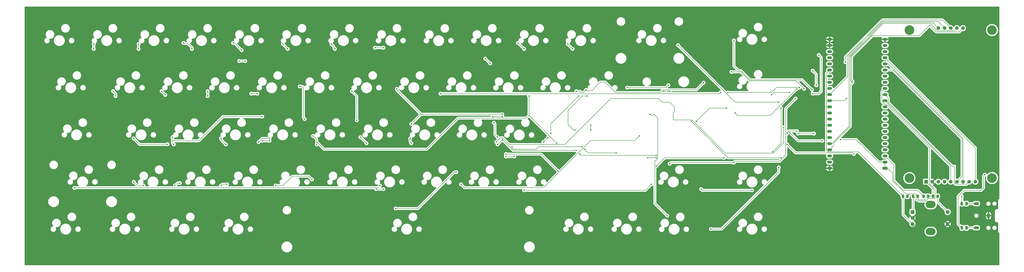
<source format=gbr>
%TF.GenerationSoftware,KiCad,Pcbnew,9.0.3*%
%TF.CreationDate,2025-09-09T09:23:43+09:00*%
%TF.ProjectId,Frekeys,4672656b-6579-4732-9e6b-696361645f70,rev?*%
%TF.SameCoordinates,Original*%
%TF.FileFunction,Copper,L1,Top*%
%TF.FilePolarity,Positive*%
%FSLAX46Y46*%
G04 Gerber Fmt 4.6, Leading zero omitted, Abs format (unit mm)*
G04 Created by KiCad (PCBNEW 9.0.3) date 2025-09-09 09:23:43*
%MOMM*%
%LPD*%
G01*
G04 APERTURE LIST*
G04 Aperture macros list*
%AMRoundRect*
0 Rectangle with rounded corners*
0 $1 Rounding radius*
0 $2 $3 $4 $5 $6 $7 $8 $9 X,Y pos of 4 corners*
0 Add a 4 corners polygon primitive as box body*
4,1,4,$2,$3,$4,$5,$6,$7,$8,$9,$2,$3,0*
0 Add four circle primitives for the rounded corners*
1,1,$1+$1,$2,$3*
1,1,$1+$1,$4,$5*
1,1,$1+$1,$6,$7*
1,1,$1+$1,$8,$9*
0 Add four rect primitives between the rounded corners*
20,1,$1+$1,$2,$3,$4,$5,0*
20,1,$1+$1,$4,$5,$6,$7,0*
20,1,$1+$1,$6,$7,$8,$9,0*
20,1,$1+$1,$8,$9,$2,$3,0*%
G04 Aperture macros list end*
%TA.AperFunction,ComponentPad*%
%ADD10O,2.200000X1.200000*%
%TD*%
%TA.AperFunction,ComponentPad*%
%ADD11O,1.200000X2.200000*%
%TD*%
%TA.AperFunction,ComponentPad*%
%ADD12C,4.000000*%
%TD*%
%TA.AperFunction,ComponentPad*%
%ADD13R,1.500000X1.500000*%
%TD*%
%TA.AperFunction,ComponentPad*%
%ADD14C,1.500000*%
%TD*%
%TA.AperFunction,SMDPad,CuDef*%
%ADD15RoundRect,0.250000X0.262500X0.450000X-0.262500X0.450000X-0.262500X-0.450000X0.262500X-0.450000X0*%
%TD*%
%TA.AperFunction,ComponentPad*%
%ADD16RoundRect,0.250000X-0.550000X-0.550000X0.550000X-0.550000X0.550000X0.550000X-0.550000X0.550000X0*%
%TD*%
%TA.AperFunction,ComponentPad*%
%ADD17C,1.600000*%
%TD*%
%TA.AperFunction,ComponentPad*%
%ADD18O,4.100000X3.000000*%
%TD*%
%TA.AperFunction,SMDPad,CuDef*%
%ADD19RoundRect,0.250000X-0.262500X-0.450000X0.262500X-0.450000X0.262500X0.450000X-0.262500X0.450000X0*%
%TD*%
%TA.AperFunction,SMDPad,CuDef*%
%ADD20RoundRect,0.250000X0.250000X0.475000X-0.250000X0.475000X-0.250000X-0.475000X0.250000X-0.475000X0*%
%TD*%
%TA.AperFunction,ComponentPad*%
%ADD21R,2.000000X1.200000*%
%TD*%
%TA.AperFunction,ComponentPad*%
%ADD22O,2.000000X1.200000*%
%TD*%
%TA.AperFunction,ViaPad*%
%ADD23C,0.600000*%
%TD*%
%TA.AperFunction,Conductor*%
%ADD24C,0.200000*%
%TD*%
G04 APERTURE END LIST*
D10*
%TO.P,J1,T*%
%TO.N,Net-(C2-Pad1)*%
X413000000Y-102000000D03*
D11*
%TO.P,J1,S*%
%TO.N,GND*%
X418000000Y-107000000D03*
D10*
%TO.P,J1,R*%
%TO.N,Net-(C1-Pad1)*%
X413000000Y-112000000D03*
%TD*%
D12*
%TO.P,U1,*%
%TO.N,*%
X385380000Y-91405420D03*
X419480000Y-91405420D03*
X385380000Y-30205420D03*
X419480000Y-30205420D03*
D13*
%TO.P,U1,1,VCC*%
%TO.N,Net-(U1-VCC)*%
X392270000Y-92905420D03*
D14*
%TO.P,U1,2,GND*%
%TO.N,GND*%
X394810000Y-92905420D03*
%TO.P,U1,3,~{CS}*%
%TO.N,Net-(U1-~{CS})*%
X397350000Y-92905420D03*
%TO.P,U1,4,RESET*%
%TO.N,Net-(U1-RESET)*%
X399890000Y-92905420D03*
%TO.P,U1,5,D/~{C}*%
%TO.N,Net-(U1-D{slash}~{C})*%
X402430000Y-92905420D03*
%TO.P,U1,6,MOSI*%
%TO.N,Net-(U1-MOSI)*%
X404970000Y-92905420D03*
%TO.P,U1,7,SCK*%
%TO.N,Net-(U1-SCK)*%
X407510000Y-92905420D03*
%TO.P,U1,8,LED*%
%TO.N,Net-(U1-LED)*%
X410050000Y-92905420D03*
%TO.P,U1,9,MISO*%
%TO.N,Net-(U1-MISO)*%
X412590000Y-92905420D03*
%TO.P,U1,10,SD_CS*%
%TO.N,Net-(U1-SD_CS)*%
X397350000Y-29385420D03*
%TO.P,U1,11,SD_MOSI*%
%TO.N,Net-(U1-SD_MOSI)*%
X399890000Y-29385420D03*
%TO.P,U1,12,SD_MISO*%
%TO.N,Net-(U1-SD_MISO)*%
X402430000Y-29385420D03*
%TO.P,U1,13,SD_SCK*%
%TO.N,Net-(U1-SD_SCK)*%
X404970000Y-29385420D03*
%TO.P,U1,14,FLASH_CD*%
%TO.N,Net-(U1-FLASH_CD)*%
X407510000Y-29385420D03*
%TD*%
D15*
%TO.P,R1,1*%
%TO.N,Net-(U1-VCC)*%
X393092500Y-98947920D03*
%TO.P,R1,2*%
%TO.N,Net-(U2-CHIP_PU)*%
X391267500Y-98947920D03*
%TD*%
%TO.P,R4,1*%
%TO.N,Net-(U2-GPIO48)*%
X397005000Y-98947920D03*
%TO.P,R4,2*%
%TO.N,Net-(U1-VCC)*%
X395180000Y-98947920D03*
%TD*%
D16*
%TO.P,SW1,A,A*%
%TO.N,Net-(U2-GPIO46)*%
X386680000Y-105447920D03*
D17*
%TO.P,SW1,B,B*%
%TO.N,Net-(U2-GPIO47)*%
X386680000Y-110447920D03*
%TO.P,SW1,C,C*%
%TO.N,GND*%
X386680000Y-107947920D03*
%TO.P,SW1,S1,S1*%
%TO.N,Net-(U2-GPIO48)*%
X401180000Y-105447920D03*
%TO.P,SW1,S2,S2*%
%TO.N,GND*%
X401180000Y-110447920D03*
D18*
%TO.P,SW1,SH*%
%TO.N,N/C*%
X394180000Y-102347920D03*
X394180000Y-113547920D03*
%TD*%
D19*
%TO.P,R2,1*%
%TO.N,Net-(U2-GPIO46)*%
X386942500Y-98947920D03*
%TO.P,R2,2*%
%TO.N,Net-(U1-VCC)*%
X388767500Y-98947920D03*
%TD*%
D20*
%TO.P,C2,1*%
%TO.N,Net-(C2-Pad1)*%
X408950000Y-102000000D03*
%TO.P,C2,2*%
%TO.N,Net-(U2-GPIO18{slash}ADC2_CH7)*%
X407050000Y-102000000D03*
%TD*%
D21*
%TO.P,U2,1,3V3*%
%TO.N,Net-(U1-VCC)*%
X375360000Y-87340000D03*
D22*
%TO.P,U2,2,3V3*%
X375360000Y-84800000D03*
%TO.P,U2,3,CHIP_PU*%
%TO.N,Net-(U2-CHIP_PU)*%
X375360000Y-82260000D03*
%TO.P,U2,4,GPIO4/ADC1_CH3*%
%TO.N,Net-(U2-GPIO4{slash}ADC1_CH3)*%
X375360000Y-79720000D03*
%TO.P,U2,5,GPIO5/ADC1_CH4*%
%TO.N,Net-(U2-GPIO5{slash}ADC1_CH4)*%
X375360000Y-77180000D03*
%TO.P,U2,6,GPIO6/ADC1_CH5*%
%TO.N,unconnected-(U2-GPIO6{slash}ADC1_CH5-Pad6)*%
X375360000Y-74640000D03*
%TO.P,U2,7,GPIO7/ADC1_CH6*%
%TO.N,Net-(U2-GPIO7{slash}ADC1_CH6)*%
X375360000Y-72100000D03*
%TO.P,U2,8,GPIO15/ADC2_CH4/32K_P*%
%TO.N,unconnected-(U2-GPIO15{slash}ADC2_CH4{slash}32K_P-Pad8)*%
X375360000Y-69560000D03*
%TO.P,U2,9,GPIO16/ADC2_CH5/32K_N*%
%TO.N,unconnected-(U2-GPIO16{slash}ADC2_CH5{slash}32K_N-Pad9)*%
X375360000Y-67020000D03*
%TO.P,U2,10,GPIO17/ADC2_CH6*%
%TO.N,Net-(U2-GPIO17{slash}ADC2_CH6)*%
X375360000Y-64480000D03*
%TO.P,U2,11,GPIO18/ADC2_CH7*%
%TO.N,Net-(U2-GPIO18{slash}ADC2_CH7)*%
X375360000Y-61940000D03*
%TO.P,U2,12,GPIO8/ADC1_CH7*%
%TO.N,Net-(U1-D{slash}~{C})*%
X375360000Y-59400000D03*
%TO.P,U2,13,GPIO3/ADC1_CH2*%
%TO.N,Net-(U1-LED)*%
X375360000Y-56860000D03*
%TO.P,U2,14,GPIO46*%
%TO.N,Net-(U2-GPIO46)*%
X375360000Y-54320000D03*
%TO.P,U2,15,GPIO9/ADC1_CH8*%
%TO.N,Net-(U1-RESET)*%
X375360000Y-51780000D03*
%TO.P,U2,16,GPIO10/ADC1_CH9*%
%TO.N,Net-(U1-~{CS})*%
X375360000Y-49240000D03*
%TO.P,U2,17,GPIO11/ADC2_CH0*%
%TO.N,Net-(U1-MOSI)*%
X375360000Y-46700000D03*
%TO.P,U2,18,GPIO12/ADC2_CH1*%
%TO.N,Net-(U1-SCK)*%
X375360000Y-44160000D03*
%TO.P,U2,19,GPIO13/ADC2_CH2*%
%TO.N,Net-(U1-MISO)*%
X375360000Y-41620000D03*
%TO.P,U2,20,GPIO14/ADC2_CH3*%
%TO.N,unconnected-(U2-GPIO14{slash}ADC2_CH3-Pad20)*%
X375363680Y-39082720D03*
%TO.P,U2,21,5V*%
%TO.N,unconnected-(U2-5V-Pad21)*%
X375363680Y-36542720D03*
%TO.P,U2,22,GND*%
%TO.N,GND*%
X375363680Y-34002720D03*
%TO.P,U2,23,GND*%
X352500000Y-34000000D03*
%TO.P,U2,24,GND*%
X352500000Y-36540000D03*
%TO.P,U2,25,GPIO19/USB_D-*%
%TO.N,unconnected-(U2-GPIO19{slash}USB_D--Pad25)*%
X352500000Y-39080000D03*
%TO.P,U2,26,GPIO20/USB_D+*%
%TO.N,unconnected-(U2-GPIO20{slash}USB_D+-Pad26)*%
X352500000Y-41620000D03*
%TO.P,U2,27,GPIO21*%
%TO.N,unconnected-(U2-GPIO21-Pad27)*%
X352500000Y-44160000D03*
%TO.P,U2,28,GPIO47*%
%TO.N,Net-(U2-GPIO47)*%
X352500000Y-46700000D03*
%TO.P,U2,29,GPIO48*%
%TO.N,Net-(U2-GPIO48)*%
X352500000Y-49240000D03*
%TO.P,U2,30,GPIO45*%
%TO.N,unconnected-(U2-GPIO45-Pad30)*%
X352500000Y-51780000D03*
%TO.P,U2,31,GPIO0*%
%TO.N,unconnected-(U2-GPIO0-Pad31)*%
X352500000Y-54320000D03*
%TO.P,U2,32,GPIO35*%
%TO.N,Net-(U1-SD_MOSI)*%
X352500000Y-56860000D03*
%TO.P,U2,33,GPIO36*%
%TO.N,Net-(U1-SD_SCK)*%
X352500000Y-59400000D03*
%TO.P,U2,34,GPIO37*%
%TO.N,Net-(U1-SD_MISO)*%
X352500000Y-61940000D03*
%TO.P,U2,35,GPIO38*%
%TO.N,unconnected-(U2-GPIO38-Pad35)*%
X352500000Y-64480000D03*
%TO.P,U2,36,GPIO39/MTCK*%
%TO.N,unconnected-(U2-GPIO39{slash}MTCK-Pad36)*%
X352500000Y-67020000D03*
%TO.P,U2,37,GPIO40/MTDO*%
%TO.N,unconnected-(U2-GPIO40{slash}MTDO-Pad37)*%
X352500000Y-69560000D03*
%TO.P,U2,38,GPIO41/MTDI*%
%TO.N,unconnected-(U2-GPIO41{slash}MTDI-Pad38)*%
X352500000Y-72100000D03*
%TO.P,U2,39,GPIO42/MTMS*%
%TO.N,unconnected-(U2-GPIO42{slash}MTMS-Pad39)*%
X352500000Y-74640000D03*
%TO.P,U2,40,GPIO2/ADC1_CH1*%
%TO.N,Net-(U1-SD_CS)*%
X352500000Y-77180000D03*
%TO.P,U2,41,GPIO1/ADC1_CH0*%
%TO.N,Net-(U1-FLASH_CD)*%
X352500000Y-79720000D03*
%TO.P,U2,42,GPIO44/U0RXD*%
%TO.N,unconnected-(U2-GPIO44{slash}U0RXD-Pad42)*%
X352500000Y-82260000D03*
%TO.P,U2,43,GPIO43/U0TXD*%
%TO.N,unconnected-(U2-GPIO43{slash}U0TXD-Pad43)*%
X352500000Y-84800000D03*
%TO.P,U2,44,GND*%
%TO.N,GND*%
X352500000Y-87340000D03*
%TD*%
D19*
%TO.P,R3,1*%
%TO.N,Net-(U2-GPIO47)*%
X382767500Y-98947920D03*
%TO.P,R3,2*%
%TO.N,Net-(U1-VCC)*%
X384592500Y-98947920D03*
%TD*%
D20*
%TO.P,C1,1*%
%TO.N,Net-(C1-Pad1)*%
X408950000Y-112000000D03*
%TO.P,C1,2*%
%TO.N,Net-(U2-GPIO17{slash}ADC2_CH6)*%
X407050000Y-112000000D03*
%TD*%
D23*
%TO.N,/Keyboard/C1*%
X65500000Y-75000000D03*
%TO.N,Net-(U2-GPIO17{slash}ADC2_CH6)*%
X416500000Y-90000000D03*
%TO.N,Net-(U2-GPIO18{slash}ADC2_CH7)*%
X407000000Y-99000000D03*
%TO.N,/Keyboard/R*%
X348000000Y-40500000D03*
X345500000Y-56500000D03*
%TO.N,/Keyboard/R1*%
X114000000Y-56500000D03*
X116500000Y-56500000D03*
X340000000Y-54000000D03*
X192000000Y-56500000D03*
X310500000Y-56000000D03*
X307500000Y-56000000D03*
%TO.N,/Keyboard/R2*%
X335000000Y-73000000D03*
X118500000Y-76000000D03*
X121500000Y-76000000D03*
X333500000Y-70500000D03*
X339000000Y-72000000D03*
X215000000Y-76500000D03*
%TO.N,/Keyboard/R3*%
X310000000Y-62500000D03*
X69500000Y-94500000D03*
X336000000Y-56000000D03*
X65500000Y-93000000D03*
X328500000Y-57000000D03*
X139000000Y-92000000D03*
X165500000Y-96000000D03*
X274000000Y-74000000D03*
X297500000Y-68000000D03*
X124000000Y-94500000D03*
X168500000Y-96000000D03*
X200500000Y-94000000D03*
%TO.N,/Keyboard/R4*%
X331500000Y-87000000D03*
X303500000Y-112500000D03*
%TO.N,/Keyboard/R5*%
X290000000Y-36500000D03*
X331500000Y-60000000D03*
%TO.N,Net-(D7-A)*%
X254000000Y-71500000D03*
X254000000Y-69500000D03*
%TO.N,/Keyboard/R6*%
X332500000Y-83000000D03*
X269000000Y-54000000D03*
X295500000Y-68000000D03*
X286000000Y-53000000D03*
X252500000Y-57500000D03*
X247500000Y-71500000D03*
%TO.N,/Keyboard/R7*%
X299500000Y-96000000D03*
X320500000Y-96500000D03*
%TO.N,GND*%
X373500000Y-99000000D03*
%TO.N,Net-(U1-VCC)*%
X357000000Y-75500000D03*
X346000000Y-73000000D03*
X339500000Y-73000000D03*
%TO.N,/Keyboard/C*%
X41000000Y-95500000D03*
X167000000Y-94500000D03*
X219000000Y-82500000D03*
X222458163Y-82458163D03*
%TO.N,/Keyboard/C1*%
X117000000Y-76500000D03*
X219000000Y-81500000D03*
X57000000Y-55500000D03*
X49000000Y-36000000D03*
X240500000Y-88500000D03*
X79430000Y-77430000D03*
X49000000Y-38000000D03*
X58000000Y-57500000D03*
X121500000Y-75000000D03*
%TO.N,/Keyboard/C2*%
X82500000Y-94500000D03*
X84500000Y-93500000D03*
X309000000Y-83000000D03*
X67500000Y-36000000D03*
X82000000Y-77500000D03*
X281000000Y-86500000D03*
X118500000Y-66000000D03*
X279000000Y-94000000D03*
X77000000Y-55500000D03*
X226500000Y-96500000D03*
X78500000Y-57000000D03*
X215500000Y-74500000D03*
X67500000Y-38000000D03*
X81500000Y-74500000D03*
X214000000Y-68500000D03*
%TO.N,/Keyboard/C3*%
X221500000Y-78500000D03*
X251500000Y-79500000D03*
X104000000Y-94000000D03*
X103500000Y-77500000D03*
X277500000Y-83000000D03*
X86000000Y-35500000D03*
X96000000Y-55500000D03*
X101500000Y-94500000D03*
X109000000Y-43000000D03*
X111500000Y-43000000D03*
X213500000Y-66000000D03*
X165000000Y-37500000D03*
X250500000Y-78500000D03*
X264500000Y-81000000D03*
X168500000Y-37500000D03*
X89500000Y-38000000D03*
X329000000Y-80500000D03*
X101500000Y-75000000D03*
X281000000Y-83000000D03*
X217500000Y-66000000D03*
X96000000Y-57500000D03*
X332500000Y-62500000D03*
%TO.N,/Keyboard/C4*%
X215572903Y-77535453D03*
X173500000Y-104000000D03*
X286500000Y-85500000D03*
X198500000Y-89000000D03*
X110000000Y-38500000D03*
X217500000Y-75500000D03*
X338500000Y-58500000D03*
X210500000Y-42000000D03*
X106500000Y-35500000D03*
X281000000Y-82000000D03*
X248000000Y-80000000D03*
X212500000Y-44000000D03*
X313000000Y-85000000D03*
X249500000Y-81500000D03*
%TO.N,/Keyboard/C5*%
X134000000Y-53500000D03*
X339000000Y-54500000D03*
X226500000Y-38000000D03*
X313500000Y-64500000D03*
X141000000Y-77500000D03*
X240000000Y-77000000D03*
X224000000Y-35500000D03*
X136000000Y-67000000D03*
X139500000Y-74000000D03*
X228500000Y-57500000D03*
X129000000Y-38000000D03*
X127000000Y-36000000D03*
%TO.N,/Keyboard/C6*%
X159000000Y-74500000D03*
X342000000Y-54500000D03*
X248000000Y-55500000D03*
X244500000Y-36000000D03*
X249000000Y-57500000D03*
X237500000Y-73000000D03*
X300500000Y-52000000D03*
X155500000Y-55500000D03*
X312000000Y-47500000D03*
X236250000Y-74750000D03*
X161500000Y-77000000D03*
X252000000Y-55000000D03*
X234500000Y-76500000D03*
X147000000Y-36000000D03*
X246500000Y-38000000D03*
X157500000Y-67500000D03*
X148500000Y-38000000D03*
%TO.N,/Keyboard/C7*%
X313000000Y-34500000D03*
X345195000Y-54805000D03*
X180000000Y-77000000D03*
X180000000Y-69000000D03*
X217500000Y-65000000D03*
X179500000Y-75000000D03*
X174000000Y-54500000D03*
X278500000Y-65000000D03*
X284000000Y-55500000D03*
X286500000Y-55500000D03*
X285500000Y-107000000D03*
%TO.N,Net-(U1-SD_SCK)*%
X359500000Y-58500000D03*
X361500000Y-51500000D03*
%TO.N,Net-(U1-SD_MISO)*%
X359000000Y-43500000D03*
%TO.N,Net-(U2-GPIO4{slash}ADC1_CH3)*%
X335000000Y-77500000D03*
X362500000Y-81500000D03*
%TO.N,Net-(U2-GPIO5{slash}ADC1_CH4)*%
X336000000Y-72500000D03*
X349500000Y-76000000D03*
%TO.N,Net-(U3-Q7)*%
X347000000Y-53000000D03*
X345500000Y-47000000D03*
%TD*%
D24*
%TO.N,Net-(U1-SD_SCK)*%
X358600000Y-59400000D02*
X359500000Y-58500000D01*
X355600000Y-59400000D02*
X358600000Y-59400000D01*
%TO.N,Net-(C1-Pad1)*%
X408950000Y-112000000D02*
X413000000Y-112000000D01*
%TO.N,Net-(U2-GPIO17{slash}ADC2_CH6)*%
X408000000Y-96500000D02*
X408500000Y-96500000D01*
X415000000Y-96500000D02*
X416000000Y-95500000D01*
X407050000Y-112000000D02*
X405500000Y-110450000D01*
X416000000Y-95500000D02*
X416000000Y-90500000D01*
X408500000Y-96500000D02*
X415000000Y-96500000D01*
X405500000Y-99000000D02*
X408000000Y-96500000D01*
X405500000Y-110450000D02*
X405500000Y-99000000D01*
X416000000Y-90500000D02*
X416500000Y-90000000D01*
%TO.N,Net-(C2-Pad1)*%
X413000000Y-102000000D02*
X408950000Y-102000000D01*
%TO.N,Net-(U2-GPIO18{slash}ADC2_CH7)*%
X407050000Y-99050000D02*
X407000000Y-99000000D01*
X407050000Y-102000000D02*
X407050000Y-99050000D01*
%TO.N,/Keyboard/R*%
X345500000Y-56500000D02*
X348000000Y-56500000D01*
X349000000Y-55500000D02*
X349000000Y-41500000D01*
X348000000Y-56500000D02*
X349000000Y-55500000D01*
X349000000Y-41500000D02*
X348000000Y-40500000D01*
%TO.N,/Keyboard/R1*%
X317500000Y-56000000D02*
X310500000Y-56000000D01*
X330601000Y-53899000D02*
X329500000Y-55000000D01*
X339899000Y-53899000D02*
X330601000Y-53899000D01*
X328500000Y-56000000D02*
X317500000Y-56000000D01*
X307500000Y-56000000D02*
X307000000Y-56500000D01*
X116500000Y-56500000D02*
X114000000Y-56500000D01*
X340000000Y-54000000D02*
X339899000Y-53899000D01*
X329500000Y-55000000D02*
X328500000Y-56000000D01*
X307000000Y-56500000D02*
X192000000Y-56500000D01*
%TO.N,/Keyboard/R2*%
X284033000Y-60033000D02*
X283416066Y-60033000D01*
X288500000Y-64000000D02*
X288500000Y-62000000D01*
X281982065Y-58599000D02*
X262210816Y-58599000D01*
X338899000Y-71899000D02*
X335751057Y-71899000D01*
X333500000Y-70500000D02*
X333500000Y-76849943D01*
X284066000Y-60000000D02*
X284033000Y-60033000D01*
X339000000Y-72000000D02*
X338899000Y-71899000D01*
X217598886Y-74748943D02*
X216751057Y-74748943D01*
X239601000Y-77601000D02*
X239500000Y-77500000D01*
X121500000Y-76000000D02*
X118500000Y-76000000D01*
X220349943Y-77500000D02*
X217598886Y-74748943D01*
X288500000Y-62000000D02*
X286500000Y-60000000D01*
X333500000Y-76849943D02*
X329248943Y-81101000D01*
X288000000Y-64500000D02*
X288500000Y-64000000D01*
X216751057Y-74748943D02*
X215000000Y-76500000D01*
X288000000Y-67399000D02*
X288000000Y-64500000D01*
X239500000Y-77500000D02*
X220349943Y-77500000D01*
X309450943Y-81101000D02*
X295748943Y-67399000D01*
X283416066Y-60033000D02*
X281982065Y-58599000D01*
X295748943Y-67399000D02*
X288000000Y-67399000D01*
X243208816Y-77601000D02*
X239601000Y-77601000D01*
X262210816Y-58599000D02*
X243208816Y-77601000D01*
X335000000Y-72650057D02*
X335000000Y-73000000D01*
X286500000Y-60000000D02*
X284066000Y-60000000D01*
X329248943Y-81101000D02*
X309450943Y-81101000D01*
X335751057Y-71899000D02*
X335000000Y-72650057D01*
%TO.N,/Keyboard/R3*%
X127058826Y-94500000D02*
X130869826Y-90689000D01*
X137689000Y-90689000D02*
X139000000Y-92000000D01*
X124000000Y-94500000D02*
X127058826Y-94500000D01*
X329500000Y-56000000D02*
X329000000Y-56500000D01*
X329000000Y-56500000D02*
X328500000Y-57000000D01*
X201891000Y-95391000D02*
X200500000Y-94000000D01*
X234458943Y-95391000D02*
X201891000Y-95391000D01*
X130869826Y-90689000D02*
X137689000Y-90689000D01*
X67000000Y-94500000D02*
X65500000Y-93000000D01*
X69500000Y-94500000D02*
X67000000Y-94500000D01*
X272069000Y-75931000D02*
X253918943Y-75931000D01*
X336000000Y-56000000D02*
X333000000Y-56000000D01*
X333000000Y-56000000D02*
X329500000Y-56000000D01*
X165500000Y-96000000D02*
X168500000Y-96000000D01*
X253918943Y-75931000D02*
X234458943Y-95391000D01*
X303000000Y-62500000D02*
X297500000Y-68000000D01*
X274000000Y-74000000D02*
X272069000Y-75931000D01*
X310000000Y-62500000D02*
X303000000Y-62500000D01*
%TO.N,/Keyboard/R4*%
X308000000Y-112500000D02*
X303500000Y-112500000D01*
X331500000Y-89000000D02*
X308000000Y-112500000D01*
X331500000Y-87000000D02*
X331500000Y-89000000D01*
%TO.N,/Keyboard/R5*%
X313500000Y-60000000D02*
X290000000Y-36500000D01*
X331500000Y-60000000D02*
X313500000Y-60000000D01*
%TO.N,Net-(D7-A)*%
X254000000Y-71500000D02*
X254000000Y-70000000D01*
X254000000Y-70000000D02*
X254000000Y-69500000D01*
%TO.N,/Keyboard/R6*%
X286000000Y-53000000D02*
X285000000Y-54000000D01*
X250500000Y-57500000D02*
X252500000Y-57500000D01*
X247500000Y-71500000D02*
X246871935Y-71500000D01*
X246871935Y-71500000D02*
X244609000Y-69237065D01*
X244609000Y-69237065D02*
X244609000Y-63391000D01*
X245000000Y-63000000D02*
X250500000Y-57500000D01*
X285000000Y-54000000D02*
X269000000Y-54000000D01*
X310500000Y-83000000D02*
X295500000Y-68000000D01*
X332500000Y-83000000D02*
X310500000Y-83000000D01*
X244609000Y-63391000D02*
X245000000Y-63000000D01*
%TO.N,/Keyboard/R7*%
X320500000Y-96500000D02*
X300000000Y-96500000D01*
X300000000Y-96500000D02*
X299500000Y-96000000D01*
%TO.N,GND*%
X386048920Y-111548920D02*
X387136050Y-111548920D01*
X403000000Y-101000000D02*
X403000000Y-111500000D01*
X403000000Y-111500000D02*
X402616040Y-111883960D01*
X417000000Y-108000000D02*
X417000000Y-114000000D01*
X386680000Y-107947920D02*
X388000000Y-107947920D01*
X388000000Y-107947920D02*
X398680000Y-107947920D01*
X406732080Y-116000000D02*
X402616040Y-111883960D01*
X398680000Y-107947920D02*
X401180000Y-110447920D01*
X373500000Y-99000000D02*
X386048920Y-111548920D01*
X402616040Y-111883960D02*
X401180000Y-110447920D01*
X415000000Y-116000000D02*
X406732080Y-116000000D01*
X387136050Y-111548920D02*
X388000000Y-110684970D01*
X418000000Y-107000000D02*
X417000000Y-108000000D01*
X417000000Y-114000000D02*
X415000000Y-116000000D01*
X394810000Y-92905420D02*
X402904580Y-101000000D01*
X402904580Y-101000000D02*
X403000000Y-101000000D01*
X388000000Y-110684970D02*
X388000000Y-107947920D01*
%TO.N,Net-(U2-CHIP_PU)*%
X379000000Y-85900000D02*
X375360000Y-82260000D01*
X391267500Y-98947920D02*
X388819580Y-96500000D01*
X383000000Y-96500000D02*
X379000000Y-92500000D01*
X379000000Y-92500000D02*
X379000000Y-85900000D01*
X388819580Y-96500000D02*
X383000000Y-96500000D01*
%TO.N,Net-(U1-VCC)*%
X385593500Y-97946920D02*
X383946920Y-97946920D01*
X378500000Y-89500000D02*
X376340000Y-87340000D01*
X388767500Y-99767500D02*
X388767500Y-98947920D01*
X376340000Y-87340000D02*
X375360000Y-87340000D01*
X391540420Y-100500000D02*
X389500000Y-100500000D01*
X393092500Y-98947920D02*
X391540420Y-100500000D01*
X385593500Y-97946920D02*
X387766500Y-97946920D01*
X372800000Y-84800000D02*
X371500000Y-83500000D01*
X371500000Y-83500000D02*
X371250000Y-83250000D01*
X375360000Y-84800000D02*
X372800000Y-84800000D01*
X375360000Y-87340000D02*
X375360000Y-84800000D01*
X395180000Y-95815420D02*
X392270000Y-92905420D01*
X387766500Y-97946920D02*
X388767500Y-98947920D01*
X378500000Y-92567100D02*
X378500000Y-89500000D01*
X382932900Y-97000000D02*
X378500000Y-92567100D01*
X395180000Y-98947920D02*
X395180000Y-95815420D01*
X371250000Y-83250000D02*
X363500000Y-75500000D01*
X383000000Y-97000000D02*
X382932900Y-97000000D01*
X384592500Y-98947920D02*
X385593500Y-97946920D01*
X363500000Y-75500000D02*
X357000000Y-75500000D01*
X383946920Y-97946920D02*
X383000000Y-97000000D01*
X346000000Y-73000000D02*
X339500000Y-73000000D01*
X389500000Y-100500000D02*
X388767500Y-99767500D01*
X393092500Y-98947920D02*
X395180000Y-98947920D01*
%TO.N,Net-(U2-GPIO46)*%
X396000000Y-96068320D02*
X396000000Y-100000000D01*
X374059000Y-59773206D02*
X375324794Y-61039000D01*
X374059000Y-55621000D02*
X374059000Y-59773206D01*
X393000000Y-100000000D02*
X392000000Y-101000000D01*
X389432900Y-101000000D02*
X388966450Y-100533550D01*
X392000000Y-101000000D02*
X389432900Y-101000000D01*
X386942500Y-105185420D02*
X386680000Y-105447920D01*
X393715840Y-93784160D02*
X396000000Y-96068320D01*
X396000000Y-100000000D02*
X393000000Y-100000000D01*
X386942500Y-98947920D02*
X386942500Y-105185420D01*
X375324794Y-61039000D02*
X376133206Y-61039000D01*
X375360000Y-54320000D02*
X374059000Y-55621000D01*
X388966450Y-100533550D02*
X388528130Y-100533550D01*
X393715840Y-78621634D02*
X393715840Y-93784160D01*
X376133206Y-61039000D02*
X393715840Y-78621634D01*
X388528130Y-100533550D02*
X386942500Y-98947920D01*
%TO.N,Net-(U2-GPIO47)*%
X351199000Y-48001000D02*
X351199000Y-80093206D01*
X382767500Y-98947920D02*
X382767500Y-106535420D01*
X351199000Y-80093206D02*
X351726794Y-80621000D01*
X364440580Y-80621000D02*
X382767500Y-98947920D01*
X382767500Y-106535420D02*
X386680000Y-110447920D01*
X351726794Y-80621000D02*
X364440580Y-80621000D01*
X352500000Y-46700000D02*
X351199000Y-48001000D01*
%TO.N,Net-(U2-GPIO48)*%
X397005000Y-98947920D02*
X397005000Y-101272920D01*
X397005000Y-101272920D02*
X401180000Y-105447920D01*
%TO.N,/Keyboard/C*%
X219000000Y-82500000D02*
X222416326Y-82500000D01*
X166109000Y-95391000D02*
X41109000Y-95391000D01*
X41109000Y-95391000D02*
X41000000Y-95500000D01*
X222416326Y-82500000D02*
X222458163Y-82458163D01*
X167000000Y-94500000D02*
X166109000Y-95391000D01*
%TO.N,/Keyboard/C1*%
X240500000Y-88500000D02*
X233500000Y-81500000D01*
X58000000Y-56500000D02*
X57000000Y-55500000D01*
X118500000Y-75000000D02*
X117000000Y-76500000D01*
X233500000Y-81500000D02*
X219000000Y-81500000D01*
X79360000Y-77500000D02*
X68000000Y-77500000D01*
X121500000Y-75000000D02*
X118500000Y-75000000D01*
X58000000Y-57500000D02*
X58000000Y-56500000D01*
X79430000Y-77430000D02*
X79360000Y-77500000D01*
X49000000Y-36000000D02*
X49000000Y-38000000D01*
X68000000Y-77500000D02*
X65500000Y-75000000D01*
%TO.N,/Keyboard/C2*%
X81500000Y-74500000D02*
X81500000Y-76000000D01*
X215500000Y-74500000D02*
X214500000Y-73500000D01*
X276500000Y-96500000D02*
X226500000Y-96500000D01*
X81500000Y-77000000D02*
X82000000Y-77500000D01*
X83500000Y-93500000D02*
X82500000Y-94500000D01*
X67500000Y-36000000D02*
X67500000Y-38000000D01*
X118500000Y-66000000D02*
X102298826Y-66000000D01*
X279000000Y-94000000D02*
X276500000Y-96500000D01*
X102298826Y-66000000D02*
X92298826Y-76000000D01*
X77000000Y-55500000D02*
X78500000Y-57000000D01*
X214500000Y-69000000D02*
X214000000Y-68500000D01*
X81500000Y-76000000D02*
X81500000Y-77000000D01*
X92298826Y-76000000D02*
X81500000Y-76000000D01*
X309000000Y-83000000D02*
X284500000Y-83000000D01*
X284500000Y-83000000D02*
X281000000Y-86500000D01*
X84500000Y-93500000D02*
X83500000Y-93500000D01*
X214500000Y-73500000D02*
X214500000Y-69000000D01*
%TO.N,/Keyboard/C3*%
X102000000Y-94000000D02*
X101500000Y-94500000D01*
X329000000Y-80500000D02*
X332500000Y-77000000D01*
X101500000Y-75000000D02*
X101500000Y-75500000D01*
X281000000Y-83000000D02*
X277500000Y-83000000D01*
X332500000Y-77000000D02*
X332500000Y-62500000D01*
X89500000Y-37408826D02*
X87795587Y-35704413D01*
X213500000Y-66000000D02*
X217500000Y-66000000D01*
X109000000Y-43000000D02*
X111500000Y-43000000D01*
X104000000Y-94000000D02*
X102000000Y-94000000D01*
X96000000Y-57500000D02*
X96000000Y-55500000D01*
X89500000Y-38000000D02*
X89500000Y-37408826D01*
X264500000Y-81000000D02*
X253000000Y-81000000D01*
X222067100Y-79500000D02*
X222033550Y-79466450D01*
X222033550Y-79466450D02*
X221500000Y-78932900D01*
X101500000Y-75500000D02*
X103500000Y-77500000D01*
X250500000Y-78500000D02*
X232500000Y-78500000D01*
X86204413Y-35704413D02*
X86000000Y-35500000D01*
X231500000Y-79500000D02*
X222067100Y-79500000D01*
X221500000Y-78932900D02*
X221500000Y-78500000D01*
X232500000Y-78500000D02*
X231500000Y-79500000D01*
X253000000Y-81000000D02*
X251500000Y-79500000D01*
X87795587Y-35704413D02*
X86204413Y-35704413D01*
X165000000Y-37500000D02*
X168500000Y-37500000D01*
%TO.N,/Keyboard/C4*%
X287000000Y-85000000D02*
X286500000Y-85500000D01*
X215572903Y-77535453D02*
X217500000Y-75608356D01*
X313000000Y-85000000D02*
X287000000Y-85000000D01*
X250000000Y-82000000D02*
X249500000Y-81500000D01*
X248000000Y-80000000D02*
X222000000Y-80000000D01*
X338500000Y-58500000D02*
X334399000Y-62601000D01*
X334399000Y-62601000D02*
X334399000Y-81950943D01*
X182729816Y-104000000D02*
X197729816Y-89000000D01*
X173500000Y-104000000D02*
X182729816Y-104000000D01*
X212500000Y-44000000D02*
X210500000Y-42000000D01*
X222000000Y-80000000D02*
X217500000Y-75500000D01*
X217500000Y-75608356D02*
X217500000Y-75500000D01*
X107000000Y-35500000D02*
X106500000Y-35500000D01*
X314500000Y-84500000D02*
X313500000Y-84500000D01*
X197729816Y-89000000D02*
X198500000Y-89000000D01*
X331849943Y-84500000D02*
X314500000Y-84500000D01*
X313500000Y-84500000D02*
X313000000Y-85000000D01*
X281000000Y-82000000D02*
X250000000Y-82000000D01*
X110000000Y-38500000D02*
X107000000Y-35500000D01*
X334399000Y-81950943D02*
X331849943Y-84500000D01*
%TO.N,/Keyboard/C5*%
X141000000Y-77500000D02*
X141000000Y-76500000D01*
X339000000Y-54500000D02*
X328000000Y-65500000D01*
X314500000Y-65500000D02*
X313500000Y-64500000D01*
X141000000Y-76500000D02*
X141000000Y-75500000D01*
X228500000Y-65500000D02*
X228500000Y-57500000D01*
X328000000Y-65500000D02*
X314500000Y-65500000D01*
X135500000Y-66500000D02*
X135500000Y-54000000D01*
X228500000Y-65500000D02*
X227399000Y-66601000D01*
X135500000Y-54000000D02*
X135000000Y-53500000D01*
X128500000Y-37500000D02*
X129000000Y-38000000D01*
X135000000Y-53500000D02*
X134000000Y-53500000D01*
X199277826Y-66601000D02*
X186378826Y-79500000D01*
X141000000Y-75500000D02*
X139500000Y-74000000D01*
X224000000Y-35500000D02*
X226500000Y-38000000D01*
X127000000Y-36000000D02*
X128500000Y-37500000D01*
X144000000Y-79500000D02*
X141000000Y-76500000D01*
X240000000Y-77000000D02*
X228500000Y-65500000D01*
X136000000Y-67000000D02*
X135500000Y-66500000D01*
X186378826Y-79500000D02*
X144000000Y-79500000D01*
X227399000Y-66601000D02*
X199277826Y-66601000D01*
%TO.N,/Keyboard/C6*%
X157500000Y-67500000D02*
X157500000Y-57500000D01*
X315828065Y-47500000D02*
X312000000Y-47500000D01*
X342000000Y-54500000D02*
X338689000Y-51189000D01*
X338689000Y-51189000D02*
X319517065Y-51189000D01*
X246000000Y-37500000D02*
X246500000Y-38000000D01*
X254314184Y-55266000D02*
X252266000Y-55266000D01*
X234500000Y-76500000D02*
X236250000Y-74750000D01*
X244500000Y-36000000D02*
X246000000Y-37500000D01*
X252266000Y-55266000D02*
X252000000Y-55000000D01*
X237500000Y-69000000D02*
X249000000Y-57500000D01*
X251000000Y-56000000D02*
X252000000Y-55000000D01*
X257891184Y-51689000D02*
X254314184Y-55266000D01*
X250000000Y-56000000D02*
X251000000Y-56000000D01*
X161500000Y-77000000D02*
X159000000Y-74500000D01*
X237500000Y-73000000D02*
X237500000Y-69000000D01*
X300500000Y-52000000D02*
X297601000Y-54899000D01*
X319517065Y-51189000D02*
X315828065Y-47500000D01*
X157500000Y-57500000D02*
X155500000Y-55500000D01*
X282650057Y-56000000D02*
X264149816Y-56000000D01*
X148000000Y-37000000D02*
X148000000Y-37500000D01*
X264149816Y-56000000D02*
X259838816Y-51689000D01*
X259838816Y-51689000D02*
X257891184Y-51689000D01*
X147000000Y-36000000D02*
X148000000Y-37000000D01*
X283751057Y-54899000D02*
X282650057Y-56000000D01*
X297601000Y-54899000D02*
X283751057Y-54899000D01*
X148000000Y-37500000D02*
X148500000Y-38000000D01*
X248000000Y-55500000D02*
X249500000Y-55500000D01*
X249500000Y-55500000D02*
X250000000Y-56000000D01*
%TO.N,/Keyboard/C7*%
X280399000Y-101899000D02*
X280399000Y-84450943D01*
X285500000Y-107000000D02*
X280399000Y-101899000D01*
X179500000Y-76500000D02*
X180000000Y-77000000D01*
X184000000Y-65000000D02*
X174000000Y-55000000D01*
X313000000Y-44500000D02*
X313000000Y-34500000D01*
X281601000Y-66601000D02*
X280000000Y-65000000D01*
X341178000Y-50788000D02*
X319683165Y-50788000D01*
X184000000Y-65000000D02*
X180000000Y-69000000D01*
X286500000Y-55500000D02*
X284000000Y-55500000D01*
X319683165Y-50788000D02*
X315895165Y-47000000D01*
X281601000Y-83248943D02*
X281601000Y-66601000D01*
X174000000Y-55000000D02*
X174000000Y-54500000D01*
X280399000Y-84450943D02*
X281601000Y-83248943D01*
X315000000Y-47000000D02*
X313000000Y-45000000D01*
X345195000Y-54805000D02*
X341178000Y-50788000D01*
X313000000Y-45000000D02*
X313000000Y-44500000D01*
X279500000Y-65500000D02*
X279000000Y-65500000D01*
X315895165Y-47000000D02*
X315000000Y-47000000D01*
X179500000Y-75000000D02*
X179500000Y-76500000D01*
X279000000Y-65500000D02*
X278500000Y-65000000D01*
X217500000Y-65000000D02*
X184000000Y-65000000D01*
X280000000Y-65000000D02*
X279500000Y-65500000D01*
%TO.N,Net-(U1-MOSI)*%
X407109000Y-75176100D02*
X378632900Y-46700000D01*
X378632900Y-46700000D02*
X375360000Y-46700000D01*
X404970000Y-92905420D02*
X407109000Y-90766420D01*
X407109000Y-90766420D02*
X407109000Y-75176100D01*
%TO.N,Net-(U1-D{slash}~{C})*%
X402430000Y-92905420D02*
X402430000Y-86470000D01*
X402430000Y-86470000D02*
X375360000Y-59400000D01*
%TO.N,Net-(U1-SD_MOSI)*%
X359921313Y-49438687D02*
X352500000Y-56860000D01*
X374333900Y-26599000D02*
X359921313Y-41011587D01*
X397103580Y-26599000D02*
X374333900Y-26599000D01*
X399890000Y-29385420D02*
X397103580Y-26599000D01*
X359921313Y-41011587D02*
X359921313Y-49438687D01*
%TO.N,Net-(U1-SD_CS)*%
X353320000Y-77180000D02*
X352500000Y-77180000D01*
X394964580Y-27000000D02*
X374500000Y-27000000D01*
X397350000Y-29385420D02*
X394964580Y-27000000D01*
X360500000Y-70000000D02*
X353320000Y-77180000D01*
X374500000Y-27000000D02*
X360500000Y-41000000D01*
X360500000Y-41000000D02*
X360500000Y-70000000D01*
%TO.N,Net-(U1-LED)*%
X408955420Y-94000000D02*
X404500000Y-94000000D01*
X410050000Y-92905420D02*
X408955420Y-94000000D01*
X404500000Y-94000000D02*
X403919000Y-93419000D01*
X376661000Y-58161000D02*
X375360000Y-56860000D01*
X376513550Y-59986450D02*
X376661000Y-59839000D01*
X376661000Y-59839000D02*
X376661000Y-58161000D01*
X403027100Y-86500000D02*
X376513550Y-59986450D01*
X403919000Y-93419000D02*
X403919000Y-86581000D01*
X403919000Y-86581000D02*
X404000000Y-86500000D01*
X404000000Y-86500000D02*
X403027100Y-86500000D01*
%TO.N,Net-(U1-SCK)*%
X376660000Y-44160000D02*
X375360000Y-44160000D01*
X407510000Y-92905420D02*
X407510000Y-75010000D01*
X407510000Y-75010000D02*
X376660000Y-44160000D01*
%TO.N,Net-(U1-SD_SCK)*%
X361000000Y-51000000D02*
X361500000Y-51500000D01*
X403919000Y-30436420D02*
X396914661Y-30436420D01*
X374567100Y-27500000D02*
X361067100Y-41000000D01*
X355600000Y-59400000D02*
X352500000Y-59400000D01*
X394500000Y-28021759D02*
X394500000Y-27500000D01*
X396914661Y-30436420D02*
X394500000Y-28021759D01*
X361067100Y-41000000D02*
X361000000Y-41067100D01*
X404970000Y-29385420D02*
X403919000Y-30436420D01*
X394500000Y-27500000D02*
X374567100Y-27500000D01*
X361000000Y-41067100D02*
X361000000Y-51000000D01*
%TO.N,Net-(U1-MISO)*%
X412590000Y-92905420D02*
X412590000Y-78850000D01*
X412590000Y-78850000D02*
X375360000Y-41620000D01*
%TO.N,Net-(U1-FLASH_CD)*%
X361748943Y-50899000D02*
X362101000Y-51251057D01*
X361401000Y-41233200D02*
X361500000Y-41332200D01*
X362101000Y-51899000D02*
X361000000Y-53000000D01*
X405895420Y-31000000D02*
X396500000Y-31000000D01*
X370127780Y-32506420D02*
X361401000Y-41233200D01*
X362101000Y-51251057D02*
X362101000Y-51899000D01*
X361000000Y-53000000D02*
X361000000Y-70067100D01*
X394000000Y-28000000D02*
X389493580Y-32506420D01*
X354033550Y-77033550D02*
X354033550Y-78186450D01*
X361000000Y-70067100D02*
X354033550Y-77033550D01*
X361500000Y-41332200D02*
X361500000Y-50899000D01*
X354033550Y-78186450D02*
X352500000Y-79720000D01*
X394000000Y-28500000D02*
X394000000Y-28000000D01*
X396500000Y-31000000D02*
X394000000Y-28500000D01*
X361500000Y-50899000D02*
X361748943Y-50899000D01*
X407510000Y-29385420D02*
X405895420Y-31000000D01*
X389493580Y-32506420D02*
X370127780Y-32506420D01*
%TO.N,Net-(U1-SD_MISO)*%
X374365800Y-26000000D02*
X359000000Y-41365800D01*
X399044580Y-26000000D02*
X374500000Y-26000000D01*
X359000000Y-41365800D02*
X359000000Y-43500000D01*
X402430000Y-29385420D02*
X399044580Y-26000000D01*
X374500000Y-26000000D02*
X374365800Y-26000000D01*
%TO.N,Net-(U2-GPIO4{slash}ADC1_CH3)*%
X362022000Y-81022000D02*
X362500000Y-81500000D01*
X338522000Y-81022000D02*
X362022000Y-81022000D01*
X335000000Y-77500000D02*
X338522000Y-81022000D01*
%TO.N,Net-(U2-GPIO5{slash}ADC1_CH4)*%
X336000000Y-72500000D02*
X339500000Y-76000000D01*
X339500000Y-76000000D02*
X349500000Y-76000000D01*
%TO.N,Net-(U3-Q7)*%
X347000000Y-53000000D02*
X347000000Y-48500000D01*
X347000000Y-48500000D02*
X345500000Y-47000000D01*
%TD*%
%TA.AperFunction,Conductor*%
%TO.N,GND*%
G36*
X385848834Y-98643335D02*
G01*
X385904767Y-98685207D01*
X385929184Y-98750671D01*
X385929500Y-98759517D01*
X385929500Y-99447921D01*
X385929501Y-99447939D01*
X385940000Y-99550716D01*
X385940001Y-99550719D01*
X385995185Y-99717251D01*
X385995187Y-99717256D01*
X386029999Y-99773696D01*
X386087288Y-99866576D01*
X386211344Y-99990632D01*
X386283096Y-100034888D01*
X386329821Y-100086835D01*
X386342000Y-100140427D01*
X386342000Y-104023420D01*
X386322315Y-104090459D01*
X386269511Y-104136214D01*
X386218001Y-104147420D01*
X386079999Y-104147420D01*
X386079980Y-104147421D01*
X385977203Y-104157920D01*
X385977200Y-104157921D01*
X385810668Y-104213105D01*
X385810663Y-104213107D01*
X385661342Y-104305209D01*
X385537289Y-104429262D01*
X385445187Y-104578583D01*
X385445185Y-104578588D01*
X385443477Y-104583743D01*
X385390001Y-104745123D01*
X385390001Y-104745124D01*
X385390000Y-104745124D01*
X385379500Y-104847903D01*
X385379500Y-106047921D01*
X385379501Y-106047938D01*
X385390000Y-106150716D01*
X385390001Y-106150719D01*
X385435056Y-106286684D01*
X385445186Y-106317254D01*
X385537288Y-106466576D01*
X385661344Y-106590632D01*
X385810666Y-106682734D01*
X385872440Y-106703204D01*
X385929884Y-106742975D01*
X385956707Y-106807491D01*
X385957053Y-106830639D01*
X385954077Y-106868444D01*
X386550591Y-107464957D01*
X386487007Y-107481995D01*
X386372993Y-107547821D01*
X386279901Y-107640913D01*
X386214075Y-107754927D01*
X386197037Y-107818511D01*
X385600524Y-107221997D01*
X385600523Y-107221997D01*
X385568143Y-107266564D01*
X385475244Y-107448888D01*
X385412009Y-107643502D01*
X385380000Y-107845602D01*
X385380000Y-107999322D01*
X385360315Y-108066361D01*
X385307511Y-108112116D01*
X385238353Y-108122060D01*
X385174797Y-108093035D01*
X385168319Y-108087003D01*
X383404319Y-106323003D01*
X383370834Y-106261680D01*
X383368000Y-106235322D01*
X383368000Y-100140427D01*
X383368400Y-100139064D01*
X383368030Y-100137692D01*
X383378214Y-100105640D01*
X383387685Y-100073388D01*
X383388897Y-100072018D01*
X383389189Y-100071103D01*
X383392675Y-100067754D01*
X383412884Y-100044946D01*
X383419542Y-100039429D01*
X383498656Y-99990632D01*
X383596420Y-99892867D01*
X383600884Y-99889169D01*
X383627863Y-99877560D01*
X383653642Y-99863484D01*
X383659588Y-99863909D01*
X383665065Y-99861553D01*
X383694036Y-99866372D01*
X383723334Y-99868468D01*
X383729167Y-99872217D01*
X383733987Y-99873019D01*
X383742708Y-99880919D01*
X383767681Y-99896969D01*
X383861344Y-99990632D01*
X384010666Y-100082734D01*
X384177203Y-100137919D01*
X384279991Y-100148420D01*
X384905008Y-100148419D01*
X384905016Y-100148418D01*
X384905019Y-100148418D01*
X384983245Y-100140427D01*
X385007797Y-100137919D01*
X385174334Y-100082734D01*
X385323656Y-99990632D01*
X385447712Y-99866576D01*
X385539814Y-99717254D01*
X385594999Y-99550717D01*
X385605500Y-99447929D01*
X385605499Y-98835517D01*
X385614145Y-98806071D01*
X385620667Y-98776091D01*
X385624419Y-98771077D01*
X385625183Y-98768479D01*
X385641818Y-98747837D01*
X385717819Y-98671836D01*
X385779142Y-98638351D01*
X385848834Y-98643335D01*
G37*
%TD.AperFunction*%
%TA.AperFunction,Conductor*%
G36*
X394521543Y-79411224D02*
G01*
X394528021Y-79417256D01*
X401793181Y-86682416D01*
X401826666Y-86743739D01*
X401829500Y-86770097D01*
X401829500Y-91732823D01*
X401809815Y-91799862D01*
X401778386Y-91833141D01*
X401615352Y-91951593D01*
X401476174Y-92090771D01*
X401476174Y-92090772D01*
X401476172Y-92090774D01*
X401436862Y-92144879D01*
X401360476Y-92250014D01*
X401270485Y-92426633D01*
X401222511Y-92477429D01*
X401154690Y-92494224D01*
X401088555Y-92471687D01*
X401049515Y-92426633D01*
X401004006Y-92337317D01*
X400959524Y-92250015D01*
X400843828Y-92090774D01*
X400704646Y-91951592D01*
X400545405Y-91835896D01*
X400523881Y-91824929D01*
X400370029Y-91746537D01*
X400182826Y-91685710D01*
X399988422Y-91654920D01*
X399988417Y-91654920D01*
X399791583Y-91654920D01*
X399791578Y-91654920D01*
X399597173Y-91685710D01*
X399409970Y-91746537D01*
X399234594Y-91835896D01*
X399143741Y-91901905D01*
X399075354Y-91951592D01*
X399075352Y-91951594D01*
X399075351Y-91951594D01*
X398936174Y-92090771D01*
X398936174Y-92090772D01*
X398936172Y-92090774D01*
X398896862Y-92144879D01*
X398820476Y-92250014D01*
X398730485Y-92426633D01*
X398682511Y-92477429D01*
X398614690Y-92494224D01*
X398548555Y-92471687D01*
X398509515Y-92426633D01*
X398464006Y-92337317D01*
X398419524Y-92250015D01*
X398303828Y-92090774D01*
X398164646Y-91951592D01*
X398005405Y-91835896D01*
X397983881Y-91824929D01*
X397830029Y-91746537D01*
X397642826Y-91685710D01*
X397448422Y-91654920D01*
X397448417Y-91654920D01*
X397251583Y-91654920D01*
X397251578Y-91654920D01*
X397057173Y-91685710D01*
X396869970Y-91746537D01*
X396694594Y-91835896D01*
X396603741Y-91901905D01*
X396535354Y-91951592D01*
X396535352Y-91951594D01*
X396535351Y-91951594D01*
X396396174Y-92090771D01*
X396396174Y-92090772D01*
X396396172Y-92090774D01*
X396356862Y-92144879D01*
X396280476Y-92250014D01*
X396190204Y-92427184D01*
X396142229Y-92477980D01*
X396074408Y-92494775D01*
X396008274Y-92472238D01*
X395969234Y-92427184D01*
X395879096Y-92250278D01*
X395853678Y-92215293D01*
X395853677Y-92215293D01*
X395292962Y-92776009D01*
X395275925Y-92712427D01*
X395210099Y-92598413D01*
X395117007Y-92505321D01*
X395002993Y-92439495D01*
X394939408Y-92422457D01*
X395500125Y-91861740D01*
X395500125Y-91861739D01*
X395465145Y-91836325D01*
X395289835Y-91747001D01*
X395102705Y-91686198D01*
X394908382Y-91655420D01*
X394711618Y-91655420D01*
X394517294Y-91686198D01*
X394478658Y-91698752D01*
X394408817Y-91700747D01*
X394348984Y-91664667D01*
X394318156Y-91601966D01*
X394316340Y-91580821D01*
X394316340Y-79504937D01*
X394336025Y-79437898D01*
X394388829Y-79392143D01*
X394457987Y-79382199D01*
X394521543Y-79411224D01*
G37*
%TD.AperFunction*%
%TA.AperFunction,Conductor*%
G36*
X422442539Y-20520185D02*
G01*
X422488294Y-20572989D01*
X422499500Y-20624500D01*
X422499500Y-99886829D01*
X422479815Y-99953868D01*
X422427011Y-99999623D01*
X422407594Y-100006604D01*
X422365176Y-100017969D01*
X422306814Y-100033608D01*
X422306812Y-100033608D01*
X422306812Y-100033609D01*
X422192686Y-100099500D01*
X422192683Y-100099502D01*
X422099502Y-100192683D01*
X422099500Y-100192686D01*
X422033608Y-100306812D01*
X421999500Y-100434108D01*
X421999500Y-104175500D01*
X421979815Y-104242539D01*
X421927011Y-104288294D01*
X421875500Y-104299500D01*
X421411306Y-104299500D01*
X421237341Y-104334103D01*
X421237332Y-104334106D01*
X421073459Y-104401983D01*
X421073446Y-104401990D01*
X420925965Y-104500535D01*
X420925961Y-104500538D01*
X420800538Y-104625961D01*
X420800535Y-104625965D01*
X420701990Y-104773446D01*
X420701983Y-104773459D01*
X420634106Y-104937332D01*
X420634103Y-104937341D01*
X420599500Y-105111304D01*
X420599500Y-108888695D01*
X420634103Y-109062658D01*
X420634106Y-109062667D01*
X420701983Y-109226540D01*
X420701990Y-109226553D01*
X420800535Y-109374034D01*
X420800538Y-109374038D01*
X420925961Y-109499461D01*
X420925965Y-109499464D01*
X421073446Y-109598009D01*
X421073459Y-109598016D01*
X421196363Y-109648923D01*
X421237334Y-109665894D01*
X421237336Y-109665894D01*
X421237341Y-109665896D01*
X421411304Y-109700499D01*
X421411307Y-109700500D01*
X421411309Y-109700500D01*
X421434108Y-109700500D01*
X421875500Y-109700500D01*
X421942539Y-109720185D01*
X421988294Y-109772989D01*
X421999500Y-109824500D01*
X421999500Y-113434108D01*
X421999500Y-113565892D01*
X422002612Y-113577507D01*
X422033608Y-113693187D01*
X422066554Y-113750250D01*
X422099500Y-113807314D01*
X422192686Y-113900500D01*
X422306814Y-113966392D01*
X422407594Y-113993395D01*
X422467254Y-114029760D01*
X422497783Y-114092607D01*
X422499500Y-114113170D01*
X422499500Y-127375500D01*
X422479815Y-127442539D01*
X422427011Y-127488294D01*
X422375500Y-127499500D01*
X20624500Y-127499500D01*
X20557461Y-127479815D01*
X20511706Y-127427011D01*
X20500500Y-127375500D01*
X20500500Y-119762950D01*
X126420600Y-119762950D01*
X126420600Y-120057149D01*
X126420601Y-120057166D01*
X126459001Y-120348846D01*
X126535152Y-120633044D01*
X126647734Y-120904844D01*
X126647742Y-120904860D01*
X126794840Y-121159639D01*
X126794851Y-121159655D01*
X126973948Y-121393059D01*
X126973954Y-121393066D01*
X127181983Y-121601095D01*
X127181989Y-121601100D01*
X127415403Y-121780205D01*
X127415410Y-121780209D01*
X127670189Y-121927307D01*
X127670205Y-121927315D01*
X127942005Y-122039897D01*
X127942007Y-122039897D01*
X127942013Y-122039900D01*
X128226200Y-122116048D01*
X128517894Y-122154450D01*
X128517901Y-122154450D01*
X128812099Y-122154450D01*
X128812106Y-122154450D01*
X129103800Y-122116048D01*
X129387987Y-122039900D01*
X129461318Y-122009525D01*
X129659794Y-121927315D01*
X129659797Y-121927313D01*
X129659803Y-121927311D01*
X129914597Y-121780205D01*
X130148011Y-121601100D01*
X130356050Y-121393061D01*
X130535155Y-121159647D01*
X130682261Y-120904853D01*
X130794850Y-120633037D01*
X130870998Y-120348850D01*
X130909400Y-120057156D01*
X130909400Y-119762950D01*
X226420600Y-119762950D01*
X226420600Y-120057149D01*
X226420601Y-120057166D01*
X226459001Y-120348846D01*
X226535152Y-120633044D01*
X226647734Y-120904844D01*
X226647742Y-120904860D01*
X226794840Y-121159639D01*
X226794851Y-121159655D01*
X226973948Y-121393059D01*
X226973954Y-121393066D01*
X227181983Y-121601095D01*
X227181989Y-121601100D01*
X227415403Y-121780205D01*
X227415410Y-121780209D01*
X227670189Y-121927307D01*
X227670205Y-121927315D01*
X227942005Y-122039897D01*
X227942007Y-122039897D01*
X227942013Y-122039900D01*
X228226200Y-122116048D01*
X228517894Y-122154450D01*
X228517901Y-122154450D01*
X228812099Y-122154450D01*
X228812106Y-122154450D01*
X229103800Y-122116048D01*
X229387987Y-122039900D01*
X229461318Y-122009525D01*
X229659794Y-121927315D01*
X229659797Y-121927313D01*
X229659803Y-121927311D01*
X229914597Y-121780205D01*
X230148011Y-121601100D01*
X230356050Y-121393061D01*
X230535155Y-121159647D01*
X230682261Y-120904853D01*
X230794850Y-120633037D01*
X230870998Y-120348850D01*
X230909400Y-120057156D01*
X230909400Y-119762944D01*
X230870998Y-119471250D01*
X230794850Y-119187063D01*
X230794847Y-119187055D01*
X230682265Y-118915255D01*
X230682257Y-118915239D01*
X230535159Y-118660460D01*
X230535155Y-118660453D01*
X230356050Y-118427039D01*
X230356045Y-118427033D01*
X230148016Y-118219004D01*
X230148009Y-118218998D01*
X229914605Y-118039901D01*
X229914603Y-118039899D01*
X229914597Y-118039895D01*
X229914592Y-118039892D01*
X229914589Y-118039890D01*
X229659810Y-117892792D01*
X229659794Y-117892784D01*
X229387994Y-117780202D01*
X229103796Y-117704051D01*
X228812116Y-117665651D01*
X228812111Y-117665650D01*
X228812106Y-117665650D01*
X228517894Y-117665650D01*
X228517888Y-117665650D01*
X228517883Y-117665651D01*
X228226203Y-117704051D01*
X227942005Y-117780202D01*
X227670205Y-117892784D01*
X227670189Y-117892792D01*
X227415410Y-118039890D01*
X227415394Y-118039901D01*
X227181990Y-118218998D01*
X227181983Y-118219004D01*
X226973954Y-118427033D01*
X226973948Y-118427040D01*
X226794851Y-118660444D01*
X226794840Y-118660460D01*
X226647742Y-118915239D01*
X226647734Y-118915255D01*
X226535152Y-119187055D01*
X226459001Y-119471253D01*
X226420601Y-119762933D01*
X226420600Y-119762950D01*
X130909400Y-119762950D01*
X130909400Y-119762944D01*
X130870998Y-119471250D01*
X130794850Y-119187063D01*
X130794847Y-119187055D01*
X130682265Y-118915255D01*
X130682257Y-118915239D01*
X130535159Y-118660460D01*
X130535155Y-118660453D01*
X130356050Y-118427039D01*
X130356045Y-118427033D01*
X130148016Y-118219004D01*
X130148009Y-118218998D01*
X129914605Y-118039901D01*
X129914603Y-118039899D01*
X129914597Y-118039895D01*
X129914592Y-118039892D01*
X129914589Y-118039890D01*
X129659810Y-117892792D01*
X129659794Y-117892784D01*
X129387994Y-117780202D01*
X129103796Y-117704051D01*
X128812116Y-117665651D01*
X128812111Y-117665650D01*
X128812106Y-117665650D01*
X128517894Y-117665650D01*
X128517888Y-117665650D01*
X128517883Y-117665651D01*
X128226203Y-117704051D01*
X127942005Y-117780202D01*
X127670205Y-117892784D01*
X127670189Y-117892792D01*
X127415410Y-118039890D01*
X127415394Y-118039901D01*
X127181990Y-118218998D01*
X127181983Y-118219004D01*
X126973954Y-118427033D01*
X126973948Y-118427040D01*
X126794851Y-118660444D01*
X126794840Y-118660460D01*
X126647742Y-118915239D01*
X126647734Y-118915255D01*
X126535152Y-119187055D01*
X126459001Y-119471253D01*
X126420601Y-119762933D01*
X126420600Y-119762950D01*
X20500500Y-119762950D01*
X20500500Y-112451421D01*
X31239500Y-112451421D01*
X31239500Y-112628579D01*
X31248515Y-112685496D01*
X31267214Y-112803556D01*
X31321956Y-112972039D01*
X31321957Y-112972042D01*
X31386901Y-113099500D01*
X31402386Y-113129890D01*
X31506517Y-113273214D01*
X31631786Y-113398483D01*
X31775110Y-113502614D01*
X31843577Y-113537500D01*
X31932957Y-113583042D01*
X31932960Y-113583043D01*
X32017201Y-113610414D01*
X32101445Y-113637786D01*
X32276421Y-113665500D01*
X32276422Y-113665500D01*
X32453578Y-113665500D01*
X32453579Y-113665500D01*
X32628555Y-113637786D01*
X32797042Y-113583042D01*
X32954890Y-113502614D01*
X33098214Y-113398483D01*
X33223483Y-113273214D01*
X33327614Y-113129890D01*
X33408042Y-112972042D01*
X33462786Y-112803555D01*
X33490500Y-112628579D01*
X33490500Y-112451421D01*
X33481165Y-112392486D01*
X35194500Y-112392486D01*
X35194500Y-112687513D01*
X35223886Y-112910713D01*
X35233007Y-112979993D01*
X35298790Y-113225499D01*
X35309361Y-113264951D01*
X35309364Y-113264961D01*
X35422254Y-113537500D01*
X35422258Y-113537510D01*
X35569761Y-113792993D01*
X35749352Y-114027040D01*
X35749358Y-114027047D01*
X35957952Y-114235641D01*
X35957959Y-114235647D01*
X36192006Y-114415238D01*
X36447489Y-114562741D01*
X36447490Y-114562741D01*
X36447493Y-114562743D01*
X36720048Y-114675639D01*
X37005007Y-114751993D01*
X37297494Y-114790500D01*
X37297501Y-114790500D01*
X37592499Y-114790500D01*
X37592506Y-114790500D01*
X37884993Y-114751993D01*
X38169952Y-114675639D01*
X38442507Y-114562743D01*
X38697994Y-114415238D01*
X38932042Y-114235646D01*
X39140646Y-114027042D01*
X39320238Y-113792994D01*
X39467743Y-113537507D01*
X39580639Y-113264952D01*
X39656993Y-112979993D01*
X39695500Y-112687506D01*
X39695500Y-112451421D01*
X41399500Y-112451421D01*
X41399500Y-112628579D01*
X41408515Y-112685496D01*
X41427214Y-112803556D01*
X41481956Y-112972039D01*
X41481957Y-112972042D01*
X41546901Y-113099500D01*
X41562386Y-113129890D01*
X41666517Y-113273214D01*
X41791786Y-113398483D01*
X41935110Y-113502614D01*
X42003577Y-113537500D01*
X42092957Y-113583042D01*
X42092960Y-113583043D01*
X42177201Y-113610414D01*
X42261445Y-113637786D01*
X42436421Y-113665500D01*
X42436422Y-113665500D01*
X42613578Y-113665500D01*
X42613579Y-113665500D01*
X42788555Y-113637786D01*
X42957042Y-113583042D01*
X43114890Y-113502614D01*
X43258214Y-113398483D01*
X43383483Y-113273214D01*
X43487614Y-113129890D01*
X43568042Y-112972042D01*
X43622786Y-112803555D01*
X43650500Y-112628579D01*
X43650500Y-112451421D01*
X55659500Y-112451421D01*
X55659500Y-112628579D01*
X55668515Y-112685496D01*
X55687214Y-112803556D01*
X55741956Y-112972039D01*
X55741957Y-112972042D01*
X55806901Y-113099500D01*
X55822386Y-113129890D01*
X55926517Y-113273214D01*
X56051786Y-113398483D01*
X56195110Y-113502614D01*
X56263577Y-113537500D01*
X56352957Y-113583042D01*
X56352960Y-113583043D01*
X56437201Y-113610414D01*
X56521445Y-113637786D01*
X56696421Y-113665500D01*
X56696422Y-113665500D01*
X56873578Y-113665500D01*
X56873579Y-113665500D01*
X57048555Y-113637786D01*
X57217042Y-113583042D01*
X57374890Y-113502614D01*
X57518214Y-113398483D01*
X57643483Y-113273214D01*
X57747614Y-113129890D01*
X57828042Y-112972042D01*
X57882786Y-112803555D01*
X57910500Y-112628579D01*
X57910500Y-112451421D01*
X57901165Y-112392486D01*
X59614500Y-112392486D01*
X59614500Y-112687513D01*
X59643886Y-112910713D01*
X59653007Y-112979993D01*
X59718790Y-113225499D01*
X59729361Y-113264951D01*
X59729364Y-113264961D01*
X59842254Y-113537500D01*
X59842258Y-113537510D01*
X59989761Y-113792993D01*
X60169352Y-114027040D01*
X60169358Y-114027047D01*
X60377952Y-114235641D01*
X60377959Y-114235647D01*
X60612006Y-114415238D01*
X60867489Y-114562741D01*
X60867490Y-114562741D01*
X60867493Y-114562743D01*
X61140048Y-114675639D01*
X61425007Y-114751993D01*
X61717494Y-114790500D01*
X61717501Y-114790500D01*
X62012499Y-114790500D01*
X62012506Y-114790500D01*
X62304993Y-114751993D01*
X62589952Y-114675639D01*
X62862507Y-114562743D01*
X63117994Y-114415238D01*
X63352042Y-114235646D01*
X63560646Y-114027042D01*
X63740238Y-113792994D01*
X63887743Y-113537507D01*
X64000639Y-113264952D01*
X64076993Y-112979993D01*
X64115500Y-112687506D01*
X64115500Y-112451421D01*
X65819500Y-112451421D01*
X65819500Y-112628579D01*
X65828515Y-112685496D01*
X65847214Y-112803556D01*
X65901956Y-112972039D01*
X65901957Y-112972042D01*
X65966901Y-113099500D01*
X65982386Y-113129890D01*
X66086517Y-113273214D01*
X66211786Y-113398483D01*
X66355110Y-113502614D01*
X66423577Y-113537500D01*
X66512957Y-113583042D01*
X66512960Y-113583043D01*
X66597201Y-113610414D01*
X66681445Y-113637786D01*
X66856421Y-113665500D01*
X66856422Y-113665500D01*
X67033578Y-113665500D01*
X67033579Y-113665500D01*
X67208555Y-113637786D01*
X67377042Y-113583042D01*
X67534890Y-113502614D01*
X67678214Y-113398483D01*
X67803483Y-113273214D01*
X67907614Y-113129890D01*
X67988042Y-112972042D01*
X68042786Y-112803555D01*
X68070500Y-112628579D01*
X68070500Y-112451421D01*
X80074500Y-112451421D01*
X80074500Y-112628579D01*
X80083515Y-112685496D01*
X80102214Y-112803556D01*
X80156956Y-112972039D01*
X80156957Y-112972042D01*
X80221901Y-113099500D01*
X80237386Y-113129890D01*
X80341517Y-113273214D01*
X80466786Y-113398483D01*
X80610110Y-113502614D01*
X80678577Y-113537500D01*
X80767957Y-113583042D01*
X80767960Y-113583043D01*
X80852201Y-113610414D01*
X80936445Y-113637786D01*
X81111421Y-113665500D01*
X81111422Y-113665500D01*
X81288578Y-113665500D01*
X81288579Y-113665500D01*
X81463555Y-113637786D01*
X81632042Y-113583042D01*
X81789890Y-113502614D01*
X81933214Y-113398483D01*
X82058483Y-113273214D01*
X82162614Y-113129890D01*
X82243042Y-112972042D01*
X82297786Y-112803555D01*
X82325500Y-112628579D01*
X82325500Y-112451421D01*
X82316165Y-112392486D01*
X84029500Y-112392486D01*
X84029500Y-112687513D01*
X84058886Y-112910713D01*
X84068007Y-112979993D01*
X84133790Y-113225499D01*
X84144361Y-113264951D01*
X84144364Y-113264961D01*
X84257254Y-113537500D01*
X84257258Y-113537510D01*
X84404761Y-113792993D01*
X84584352Y-114027040D01*
X84584358Y-114027047D01*
X84792952Y-114235641D01*
X84792959Y-114235647D01*
X85027006Y-114415238D01*
X85282489Y-114562741D01*
X85282490Y-114562741D01*
X85282493Y-114562743D01*
X85555048Y-114675639D01*
X85840007Y-114751993D01*
X86132494Y-114790500D01*
X86132501Y-114790500D01*
X86427499Y-114790500D01*
X86427506Y-114790500D01*
X86719993Y-114751993D01*
X87004952Y-114675639D01*
X87277507Y-114562743D01*
X87532994Y-114415238D01*
X87767042Y-114235646D01*
X87975646Y-114027042D01*
X88155238Y-113792994D01*
X88302743Y-113537507D01*
X88415639Y-113264952D01*
X88491993Y-112979993D01*
X88530500Y-112687506D01*
X88530500Y-112451421D01*
X90234500Y-112451421D01*
X90234500Y-112628579D01*
X90243515Y-112685496D01*
X90262214Y-112803556D01*
X90316956Y-112972039D01*
X90316957Y-112972042D01*
X90381901Y-113099500D01*
X90397386Y-113129890D01*
X90501517Y-113273214D01*
X90626786Y-113398483D01*
X90770110Y-113502614D01*
X90838577Y-113537500D01*
X90927957Y-113583042D01*
X90927960Y-113583043D01*
X91012201Y-113610414D01*
X91096445Y-113637786D01*
X91271421Y-113665500D01*
X91271422Y-113665500D01*
X91448578Y-113665500D01*
X91448579Y-113665500D01*
X91623555Y-113637786D01*
X91792042Y-113583042D01*
X91949890Y-113502614D01*
X92093214Y-113398483D01*
X92218483Y-113273214D01*
X92322614Y-113129890D01*
X92403042Y-112972042D01*
X92457786Y-112803555D01*
X92485500Y-112628579D01*
X92485500Y-112451421D01*
X102319500Y-112451421D01*
X102319500Y-112628579D01*
X102328515Y-112685496D01*
X102347214Y-112803556D01*
X102401956Y-112972039D01*
X102401957Y-112972042D01*
X102466901Y-113099500D01*
X102482386Y-113129890D01*
X102586517Y-113273214D01*
X102711786Y-113398483D01*
X102855110Y-113502614D01*
X102923577Y-113537500D01*
X103012957Y-113583042D01*
X103012960Y-113583043D01*
X103097201Y-113610414D01*
X103181445Y-113637786D01*
X103356421Y-113665500D01*
X103356422Y-113665500D01*
X103533578Y-113665500D01*
X103533579Y-113665500D01*
X103708555Y-113637786D01*
X103877042Y-113583042D01*
X104034890Y-113502614D01*
X104178214Y-113398483D01*
X104303483Y-113273214D01*
X104407614Y-113129890D01*
X104488042Y-112972042D01*
X104542786Y-112803555D01*
X104570500Y-112628579D01*
X104570500Y-112451421D01*
X104561165Y-112392486D01*
X106274500Y-112392486D01*
X106274500Y-112687513D01*
X106303886Y-112910713D01*
X106313007Y-112979993D01*
X106378790Y-113225499D01*
X106389361Y-113264951D01*
X106389364Y-113264961D01*
X106502254Y-113537500D01*
X106502258Y-113537510D01*
X106649761Y-113792993D01*
X106829352Y-114027040D01*
X106829358Y-114027047D01*
X107037952Y-114235641D01*
X107037959Y-114235647D01*
X107272006Y-114415238D01*
X107527489Y-114562741D01*
X107527490Y-114562741D01*
X107527493Y-114562743D01*
X107800048Y-114675639D01*
X108085007Y-114751993D01*
X108377494Y-114790500D01*
X108377501Y-114790500D01*
X108672499Y-114790500D01*
X108672506Y-114790500D01*
X108964993Y-114751993D01*
X109249952Y-114675639D01*
X109522507Y-114562743D01*
X109777994Y-114415238D01*
X110012042Y-114235646D01*
X110220646Y-114027042D01*
X110400238Y-113792994D01*
X110547743Y-113537507D01*
X110660639Y-113264952D01*
X110736993Y-112979993D01*
X110775500Y-112687506D01*
X110775500Y-112451421D01*
X112479500Y-112451421D01*
X112479500Y-112628579D01*
X112488515Y-112685496D01*
X112507214Y-112803556D01*
X112561956Y-112972039D01*
X112561957Y-112972042D01*
X112626901Y-113099500D01*
X112642386Y-113129890D01*
X112746517Y-113273214D01*
X112871786Y-113398483D01*
X113015110Y-113502614D01*
X113083577Y-113537500D01*
X113172957Y-113583042D01*
X113172960Y-113583043D01*
X113257201Y-113610414D01*
X113341445Y-113637786D01*
X113516421Y-113665500D01*
X113516422Y-113665500D01*
X113693578Y-113665500D01*
X113693579Y-113665500D01*
X113868555Y-113637786D01*
X114037042Y-113583042D01*
X114194890Y-113502614D01*
X114338214Y-113398483D01*
X114463483Y-113273214D01*
X114567614Y-113129890D01*
X114648042Y-112972042D01*
X114702786Y-112803555D01*
X114730500Y-112628579D01*
X114730500Y-112451421D01*
X171879500Y-112451421D01*
X171879500Y-112628579D01*
X171888515Y-112685496D01*
X171907214Y-112803556D01*
X171961956Y-112972039D01*
X171961957Y-112972042D01*
X172026901Y-113099500D01*
X172042386Y-113129890D01*
X172146517Y-113273214D01*
X172271786Y-113398483D01*
X172415110Y-113502614D01*
X172483577Y-113537500D01*
X172572957Y-113583042D01*
X172572960Y-113583043D01*
X172657201Y-113610414D01*
X172741445Y-113637786D01*
X172916421Y-113665500D01*
X172916422Y-113665500D01*
X173093578Y-113665500D01*
X173093579Y-113665500D01*
X173268555Y-113637786D01*
X173437042Y-113583042D01*
X173594890Y-113502614D01*
X173738214Y-113398483D01*
X173863483Y-113273214D01*
X173967614Y-113129890D01*
X174048042Y-112972042D01*
X174102786Y-112803555D01*
X174130500Y-112628579D01*
X174130500Y-112451421D01*
X174121165Y-112392486D01*
X175834500Y-112392486D01*
X175834500Y-112687513D01*
X175863886Y-112910713D01*
X175873007Y-112979993D01*
X175938790Y-113225499D01*
X175949361Y-113264951D01*
X175949364Y-113264961D01*
X176062254Y-113537500D01*
X176062258Y-113537510D01*
X176209761Y-113792993D01*
X176389352Y-114027040D01*
X176389358Y-114027047D01*
X176597952Y-114235641D01*
X176597959Y-114235647D01*
X176832006Y-114415238D01*
X177087489Y-114562741D01*
X177087490Y-114562741D01*
X177087493Y-114562743D01*
X177360048Y-114675639D01*
X177645007Y-114751993D01*
X177937494Y-114790500D01*
X177937501Y-114790500D01*
X178232499Y-114790500D01*
X178232506Y-114790500D01*
X178524993Y-114751993D01*
X178809952Y-114675639D01*
X179082507Y-114562743D01*
X179337994Y-114415238D01*
X179572042Y-114235646D01*
X179780646Y-114027042D01*
X179960238Y-113792994D01*
X180107743Y-113537507D01*
X180220639Y-113264952D01*
X180296993Y-112979993D01*
X180335500Y-112687506D01*
X180335500Y-112451421D01*
X182039500Y-112451421D01*
X182039500Y-112628579D01*
X182048515Y-112685496D01*
X182067214Y-112803556D01*
X182121956Y-112972039D01*
X182121957Y-112972042D01*
X182186901Y-113099500D01*
X182202386Y-113129890D01*
X182306517Y-113273214D01*
X182431786Y-113398483D01*
X182575110Y-113502614D01*
X182643577Y-113537500D01*
X182732957Y-113583042D01*
X182732960Y-113583043D01*
X182817201Y-113610414D01*
X182901445Y-113637786D01*
X183076421Y-113665500D01*
X183076422Y-113665500D01*
X183253578Y-113665500D01*
X183253579Y-113665500D01*
X183428555Y-113637786D01*
X183597042Y-113583042D01*
X183754890Y-113502614D01*
X183898214Y-113398483D01*
X184023483Y-113273214D01*
X184127614Y-113129890D01*
X184208042Y-112972042D01*
X184262786Y-112803555D01*
X184290500Y-112628579D01*
X184290500Y-112451421D01*
X242629500Y-112451421D01*
X242629500Y-112628579D01*
X242638515Y-112685496D01*
X242657214Y-112803556D01*
X242711956Y-112972039D01*
X242711957Y-112972042D01*
X242776901Y-113099500D01*
X242792386Y-113129890D01*
X242896517Y-113273214D01*
X243021786Y-113398483D01*
X243165110Y-113502614D01*
X243233577Y-113537500D01*
X243322957Y-113583042D01*
X243322960Y-113583043D01*
X243407201Y-113610414D01*
X243491445Y-113637786D01*
X243666421Y-113665500D01*
X243666422Y-113665500D01*
X243843578Y-113665500D01*
X243843579Y-113665500D01*
X244018555Y-113637786D01*
X244187042Y-113583042D01*
X244344890Y-113502614D01*
X244488214Y-113398483D01*
X244613483Y-113273214D01*
X244717614Y-113129890D01*
X244798042Y-112972042D01*
X244852786Y-112803555D01*
X244880500Y-112628579D01*
X244880500Y-112451421D01*
X244871165Y-112392486D01*
X246584500Y-112392486D01*
X246584500Y-112687513D01*
X246613886Y-112910713D01*
X246623007Y-112979993D01*
X246688790Y-113225499D01*
X246699361Y-113264951D01*
X246699364Y-113264961D01*
X246812254Y-113537500D01*
X246812258Y-113537510D01*
X246959761Y-113792993D01*
X247139352Y-114027040D01*
X247139358Y-114027047D01*
X247347952Y-114235641D01*
X247347959Y-114235647D01*
X247582006Y-114415238D01*
X247837489Y-114562741D01*
X247837490Y-114562741D01*
X247837493Y-114562743D01*
X248110048Y-114675639D01*
X248395007Y-114751993D01*
X248687494Y-114790500D01*
X248687501Y-114790500D01*
X248982499Y-114790500D01*
X248982506Y-114790500D01*
X249274993Y-114751993D01*
X249559952Y-114675639D01*
X249832507Y-114562743D01*
X250087994Y-114415238D01*
X250322042Y-114235646D01*
X250530646Y-114027042D01*
X250710238Y-113792994D01*
X250857743Y-113537507D01*
X250970639Y-113264952D01*
X251046993Y-112979993D01*
X251085500Y-112687506D01*
X251085500Y-112451421D01*
X252789500Y-112451421D01*
X252789500Y-112628579D01*
X252798515Y-112685496D01*
X252817214Y-112803556D01*
X252871956Y-112972039D01*
X252871957Y-112972042D01*
X252936901Y-113099500D01*
X252952386Y-113129890D01*
X253056517Y-113273214D01*
X253181786Y-113398483D01*
X253325110Y-113502614D01*
X253393577Y-113537500D01*
X253482957Y-113583042D01*
X253482960Y-113583043D01*
X253567201Y-113610414D01*
X253651445Y-113637786D01*
X253826421Y-113665500D01*
X253826422Y-113665500D01*
X254003578Y-113665500D01*
X254003579Y-113665500D01*
X254178555Y-113637786D01*
X254347042Y-113583042D01*
X254504890Y-113502614D01*
X254648214Y-113398483D01*
X254773483Y-113273214D01*
X254877614Y-113129890D01*
X254958042Y-112972042D01*
X255012786Y-112803555D01*
X255040500Y-112628579D01*
X255040500Y-112451421D01*
X262549500Y-112451421D01*
X262549500Y-112628579D01*
X262558515Y-112685496D01*
X262577214Y-112803556D01*
X262631956Y-112972039D01*
X262631957Y-112972042D01*
X262696901Y-113099500D01*
X262712386Y-113129890D01*
X262816517Y-113273214D01*
X262941786Y-113398483D01*
X263085110Y-113502614D01*
X263153577Y-113537500D01*
X263242957Y-113583042D01*
X263242960Y-113583043D01*
X263327201Y-113610414D01*
X263411445Y-113637786D01*
X263586421Y-113665500D01*
X263586422Y-113665500D01*
X263763578Y-113665500D01*
X263763579Y-113665500D01*
X263938555Y-113637786D01*
X264107042Y-113583042D01*
X264264890Y-113502614D01*
X264408214Y-113398483D01*
X264533483Y-113273214D01*
X264637614Y-113129890D01*
X264718042Y-112972042D01*
X264772786Y-112803555D01*
X264800500Y-112628579D01*
X264800500Y-112451421D01*
X264791165Y-112392486D01*
X266504500Y-112392486D01*
X266504500Y-112687513D01*
X266533886Y-112910713D01*
X266543007Y-112979993D01*
X266608790Y-113225499D01*
X266619361Y-113264951D01*
X266619364Y-113264961D01*
X266732254Y-113537500D01*
X266732258Y-113537510D01*
X266879761Y-113792993D01*
X267059352Y-114027040D01*
X267059358Y-114027047D01*
X267267952Y-114235641D01*
X267267959Y-114235647D01*
X267502006Y-114415238D01*
X267757489Y-114562741D01*
X267757490Y-114562741D01*
X267757493Y-114562743D01*
X268030048Y-114675639D01*
X268315007Y-114751993D01*
X268607494Y-114790500D01*
X268607501Y-114790500D01*
X268902499Y-114790500D01*
X268902506Y-114790500D01*
X269194993Y-114751993D01*
X269479952Y-114675639D01*
X269752507Y-114562743D01*
X270007994Y-114415238D01*
X270242042Y-114235646D01*
X270450646Y-114027042D01*
X270630238Y-113792994D01*
X270777743Y-113537507D01*
X270890639Y-113264952D01*
X270966993Y-112979993D01*
X271005500Y-112687506D01*
X271005500Y-112451421D01*
X272709500Y-112451421D01*
X272709500Y-112628579D01*
X272718515Y-112685496D01*
X272737214Y-112803556D01*
X272791956Y-112972039D01*
X272791957Y-112972042D01*
X272856901Y-113099500D01*
X272872386Y-113129890D01*
X272976517Y-113273214D01*
X273101786Y-113398483D01*
X273245110Y-113502614D01*
X273313577Y-113537500D01*
X273402957Y-113583042D01*
X273402960Y-113583043D01*
X273487201Y-113610414D01*
X273571445Y-113637786D01*
X273746421Y-113665500D01*
X273746422Y-113665500D01*
X273923578Y-113665500D01*
X273923579Y-113665500D01*
X274098555Y-113637786D01*
X274267042Y-113583042D01*
X274424890Y-113502614D01*
X274568214Y-113398483D01*
X274693483Y-113273214D01*
X274797614Y-113129890D01*
X274878042Y-112972042D01*
X274932786Y-112803555D01*
X274960500Y-112628579D01*
X274960500Y-112491421D01*
X282134500Y-112491421D01*
X282134500Y-112668579D01*
X282137497Y-112687499D01*
X282162214Y-112843556D01*
X282216956Y-113012039D01*
X282216957Y-113012042D01*
X282272877Y-113121789D01*
X282297386Y-113169890D01*
X282401517Y-113313214D01*
X282526786Y-113438483D01*
X282670110Y-113542614D01*
X282738577Y-113577500D01*
X282827957Y-113623042D01*
X282827960Y-113623043D01*
X282912201Y-113650414D01*
X282996445Y-113677786D01*
X283171421Y-113705500D01*
X283171422Y-113705500D01*
X283348578Y-113705500D01*
X283348579Y-113705500D01*
X283523555Y-113677786D01*
X283692042Y-113623042D01*
X283849890Y-113542614D01*
X283993214Y-113438483D01*
X284118483Y-113313214D01*
X284222614Y-113169890D01*
X284303042Y-113012042D01*
X284357786Y-112843555D01*
X284385500Y-112668579D01*
X284385500Y-112491421D01*
X284376165Y-112432486D01*
X286089500Y-112432486D01*
X286089500Y-112727513D01*
X286111432Y-112894096D01*
X286128007Y-113019993D01*
X286203168Y-113300499D01*
X286204361Y-113304951D01*
X286204364Y-113304961D01*
X286317254Y-113577500D01*
X286317258Y-113577510D01*
X286464761Y-113832993D01*
X286644352Y-114067040D01*
X286644358Y-114067047D01*
X286852952Y-114275641D01*
X286852959Y-114275647D01*
X287087006Y-114455238D01*
X287342489Y-114602741D01*
X287342490Y-114602741D01*
X287342493Y-114602743D01*
X287615048Y-114715639D01*
X287900007Y-114791993D01*
X288192494Y-114830500D01*
X288192501Y-114830500D01*
X288487499Y-114830500D01*
X288487506Y-114830500D01*
X288779993Y-114791993D01*
X289064952Y-114715639D01*
X289337507Y-114602743D01*
X289592994Y-114455238D01*
X289827042Y-114275646D01*
X290035646Y-114067042D01*
X290215238Y-113832994D01*
X290362743Y-113577507D01*
X290475639Y-113304952D01*
X290551993Y-113019993D01*
X290590500Y-112727506D01*
X290590500Y-112491421D01*
X292294500Y-112491421D01*
X292294500Y-112668579D01*
X292297497Y-112687499D01*
X292322214Y-112843556D01*
X292376956Y-113012039D01*
X292376957Y-113012042D01*
X292432877Y-113121789D01*
X292457386Y-113169890D01*
X292561517Y-113313214D01*
X292686786Y-113438483D01*
X292830110Y-113542614D01*
X292898577Y-113577500D01*
X292987957Y-113623042D01*
X292987960Y-113623043D01*
X293072201Y-113650414D01*
X293156445Y-113677786D01*
X293331421Y-113705500D01*
X293331422Y-113705500D01*
X293508578Y-113705500D01*
X293508579Y-113705500D01*
X293683555Y-113677786D01*
X293852042Y-113623042D01*
X294009890Y-113542614D01*
X294153214Y-113438483D01*
X294278483Y-113313214D01*
X294382614Y-113169890D01*
X294463042Y-113012042D01*
X294517786Y-112843555D01*
X294545500Y-112668579D01*
X294545500Y-112491421D01*
X294539165Y-112451421D01*
X294536479Y-112434463D01*
X294534371Y-112421153D01*
X302699500Y-112421153D01*
X302699500Y-112578846D01*
X302730261Y-112733489D01*
X302730264Y-112733501D01*
X302790602Y-112879172D01*
X302790609Y-112879185D01*
X302878210Y-113010288D01*
X302878213Y-113010292D01*
X302989707Y-113121786D01*
X302989711Y-113121789D01*
X303120814Y-113209390D01*
X303120827Y-113209397D01*
X303266498Y-113269735D01*
X303266503Y-113269737D01*
X303421153Y-113300499D01*
X303421156Y-113300500D01*
X303421158Y-113300500D01*
X303578844Y-113300500D01*
X303578845Y-113300499D01*
X303733497Y-113269737D01*
X303879179Y-113209394D01*
X303957884Y-113156805D01*
X304010875Y-113121398D01*
X304077553Y-113100520D01*
X304079766Y-113100500D01*
X307913331Y-113100500D01*
X307913347Y-113100501D01*
X307920943Y-113100501D01*
X308079054Y-113100501D01*
X308079057Y-113100501D01*
X308231785Y-113059577D01*
X308300554Y-113019873D01*
X308368716Y-112980520D01*
X308480520Y-112868716D01*
X308480520Y-112868714D01*
X308490724Y-112858511D01*
X308490727Y-112858506D01*
X308897812Y-112451421D01*
X314279500Y-112451421D01*
X314279500Y-112628579D01*
X314288515Y-112685496D01*
X314307214Y-112803556D01*
X314361956Y-112972039D01*
X314361957Y-112972042D01*
X314426901Y-113099500D01*
X314442386Y-113129890D01*
X314546517Y-113273214D01*
X314671786Y-113398483D01*
X314815110Y-113502614D01*
X314883577Y-113537500D01*
X314972957Y-113583042D01*
X314972960Y-113583043D01*
X315057201Y-113610414D01*
X315141445Y-113637786D01*
X315316421Y-113665500D01*
X315316422Y-113665500D01*
X315493578Y-113665500D01*
X315493579Y-113665500D01*
X315668555Y-113637786D01*
X315837042Y-113583042D01*
X315994890Y-113502614D01*
X316138214Y-113398483D01*
X316263483Y-113273214D01*
X316367614Y-113129890D01*
X316448042Y-112972042D01*
X316502786Y-112803555D01*
X316530500Y-112628579D01*
X316530500Y-112451421D01*
X316521165Y-112392486D01*
X318234500Y-112392486D01*
X318234500Y-112687513D01*
X318263886Y-112910713D01*
X318273007Y-112979993D01*
X318338790Y-113225499D01*
X318349361Y-113264951D01*
X318349364Y-113264961D01*
X318462254Y-113537500D01*
X318462258Y-113537510D01*
X318609761Y-113792993D01*
X318789352Y-114027040D01*
X318789358Y-114027047D01*
X318997952Y-114235641D01*
X318997959Y-114235647D01*
X319232006Y-114415238D01*
X319487489Y-114562741D01*
X319487490Y-114562741D01*
X319487493Y-114562743D01*
X319760048Y-114675639D01*
X320045007Y-114751993D01*
X320337494Y-114790500D01*
X320337501Y-114790500D01*
X320632499Y-114790500D01*
X320632506Y-114790500D01*
X320924993Y-114751993D01*
X321209952Y-114675639D01*
X321482507Y-114562743D01*
X321737994Y-114415238D01*
X321972042Y-114235646D01*
X322180646Y-114027042D01*
X322360238Y-113792994D01*
X322507743Y-113537507D01*
X322620639Y-113264952D01*
X322696993Y-112979993D01*
X322735500Y-112687506D01*
X322735500Y-112451421D01*
X324439500Y-112451421D01*
X324439500Y-112628579D01*
X324448515Y-112685496D01*
X324467214Y-112803556D01*
X324521956Y-112972039D01*
X324521957Y-112972042D01*
X324586901Y-113099500D01*
X324602386Y-113129890D01*
X324706517Y-113273214D01*
X324831786Y-113398483D01*
X324975110Y-113502614D01*
X325043577Y-113537500D01*
X325132957Y-113583042D01*
X325132960Y-113583043D01*
X325217201Y-113610414D01*
X325301445Y-113637786D01*
X325476421Y-113665500D01*
X325476422Y-113665500D01*
X325653578Y-113665500D01*
X325653579Y-113665500D01*
X325828555Y-113637786D01*
X325997042Y-113583042D01*
X326154890Y-113502614D01*
X326273014Y-113416792D01*
X391629500Y-113416792D01*
X391629500Y-113679047D01*
X391646388Y-113807313D01*
X391663730Y-113939036D01*
X391704879Y-114092607D01*
X391731602Y-114192338D01*
X391731605Y-114192348D01*
X391831953Y-114434610D01*
X391831958Y-114434620D01*
X391963075Y-114661723D01*
X392122718Y-114869771D01*
X392122726Y-114869780D01*
X392308140Y-115055194D01*
X392308148Y-115055201D01*
X392516196Y-115214844D01*
X392743299Y-115345961D01*
X392743309Y-115345966D01*
X392985571Y-115446314D01*
X392985581Y-115446318D01*
X393238884Y-115514190D01*
X393498880Y-115548420D01*
X393498887Y-115548420D01*
X394861113Y-115548420D01*
X394861120Y-115548420D01*
X395121116Y-115514190D01*
X395374419Y-115446318D01*
X395616697Y-115345963D01*
X395843803Y-115214844D01*
X396051851Y-115055202D01*
X396051855Y-115055197D01*
X396051860Y-115055194D01*
X396237274Y-114869780D01*
X396237277Y-114869775D01*
X396237282Y-114869771D01*
X396396924Y-114661723D01*
X396528043Y-114434617D01*
X396628398Y-114192339D01*
X396696270Y-113939036D01*
X396730500Y-113679040D01*
X396730500Y-113416800D01*
X396696270Y-113156804D01*
X396628398Y-112903501D01*
X396618326Y-112879185D01*
X396528046Y-112661229D01*
X396528041Y-112661219D01*
X396396924Y-112434116D01*
X396237281Y-112226068D01*
X396237274Y-112226060D01*
X396051860Y-112040646D01*
X396051851Y-112040638D01*
X395843803Y-111880995D01*
X395616700Y-111749878D01*
X395616690Y-111749873D01*
X395374428Y-111649525D01*
X395374421Y-111649523D01*
X395374419Y-111649522D01*
X395121116Y-111581650D01*
X395121115Y-111581649D01*
X395121112Y-111581649D01*
X394861127Y-111547420D01*
X394861120Y-111547420D01*
X393498880Y-111547420D01*
X393498872Y-111547420D01*
X393271271Y-111577386D01*
X393238884Y-111581650D01*
X393036722Y-111635819D01*
X392985581Y-111649522D01*
X392985571Y-111649525D01*
X392743309Y-111749873D01*
X392743299Y-111749878D01*
X392516196Y-111880995D01*
X392308148Y-112040638D01*
X392122718Y-112226068D01*
X391963075Y-112434116D01*
X391831958Y-112661219D01*
X391831953Y-112661229D01*
X391731605Y-112903491D01*
X391731602Y-112903501D01*
X391679085Y-113099500D01*
X391663730Y-113156805D01*
X391629500Y-113416792D01*
X326273014Y-113416792D01*
X326298214Y-113398483D01*
X326423483Y-113273214D01*
X326527614Y-113129890D01*
X326608042Y-112972042D01*
X326662786Y-112803555D01*
X326690500Y-112628579D01*
X326690500Y-112451421D01*
X326662786Y-112276445D01*
X326618454Y-112140004D01*
X326608043Y-112107960D01*
X326608042Y-112107957D01*
X326547995Y-111990110D01*
X326527614Y-111950110D01*
X326423483Y-111806786D01*
X326298214Y-111681517D01*
X326154890Y-111577386D01*
X325997042Y-111496957D01*
X325997039Y-111496956D01*
X325828556Y-111442214D01*
X325708577Y-111423211D01*
X325653579Y-111414500D01*
X325476421Y-111414500D01*
X325421423Y-111423211D01*
X325301443Y-111442214D01*
X325132960Y-111496956D01*
X325132957Y-111496957D01*
X324975109Y-111577386D01*
X324894695Y-111635811D01*
X324831786Y-111681517D01*
X324831784Y-111681519D01*
X324831783Y-111681519D01*
X324706519Y-111806783D01*
X324706519Y-111806784D01*
X324706517Y-111806786D01*
X324677457Y-111846784D01*
X324602386Y-111950109D01*
X324521957Y-112107957D01*
X324521956Y-112107960D01*
X324467214Y-112276443D01*
X324448833Y-112392494D01*
X324439500Y-112451421D01*
X322735500Y-112451421D01*
X322735500Y-112392494D01*
X322696993Y-112100007D01*
X322620639Y-111815048D01*
X322619615Y-111812577D01*
X322565329Y-111681519D01*
X322507743Y-111542493D01*
X322504547Y-111536958D01*
X322360238Y-111287006D01*
X322180647Y-111052959D01*
X322180641Y-111052952D01*
X321972047Y-110844358D01*
X321972040Y-110844352D01*
X321737993Y-110664761D01*
X321482510Y-110517258D01*
X321482500Y-110517254D01*
X321209961Y-110404364D01*
X321209954Y-110404362D01*
X321209952Y-110404361D01*
X320924993Y-110328007D01*
X320876113Y-110321571D01*
X320632513Y-110289500D01*
X320632506Y-110289500D01*
X320337494Y-110289500D01*
X320337486Y-110289500D01*
X320059085Y-110326153D01*
X320045007Y-110328007D01*
X319760048Y-110404361D01*
X319760038Y-110404364D01*
X319487499Y-110517254D01*
X319487489Y-110517258D01*
X319232006Y-110664761D01*
X318997959Y-110844352D01*
X318997952Y-110844358D01*
X318789358Y-111052952D01*
X318789352Y-111052959D01*
X318609761Y-111287006D01*
X318462258Y-111542489D01*
X318462254Y-111542499D01*
X318349364Y-111815038D01*
X318349361Y-111815048D01*
X318276597Y-112086611D01*
X318273008Y-112100004D01*
X318273006Y-112100015D01*
X318234500Y-112392486D01*
X316521165Y-112392486D01*
X316502786Y-112276445D01*
X316458454Y-112140004D01*
X316448043Y-112107960D01*
X316448040Y-112107952D01*
X316365513Y-111945987D01*
X316352616Y-111877317D01*
X316378892Y-111812577D01*
X316435998Y-111772319D01*
X316492181Y-111766752D01*
X316551564Y-111774570D01*
X316558612Y-111775498D01*
X316558628Y-111775500D01*
X316558635Y-111775500D01*
X316791365Y-111775500D01*
X316791372Y-111775500D01*
X317022126Y-111745121D01*
X317246940Y-111684882D01*
X317332300Y-111649525D01*
X317461960Y-111595819D01*
X317461963Y-111595817D01*
X317461969Y-111595815D01*
X317663532Y-111479442D01*
X317848181Y-111337756D01*
X318012756Y-111173181D01*
X318154442Y-110988532D01*
X318270815Y-110786969D01*
X318275980Y-110774501D01*
X318359879Y-110571947D01*
X318359878Y-110571947D01*
X318359882Y-110571940D01*
X318420121Y-110347126D01*
X318450500Y-110116372D01*
X318450500Y-109883628D01*
X318420121Y-109652874D01*
X318359882Y-109428060D01*
X318337506Y-109374038D01*
X318270819Y-109213039D01*
X318270811Y-109213023D01*
X318154446Y-109011475D01*
X318154442Y-109011468D01*
X318099169Y-108939435D01*
X318012757Y-108826820D01*
X318012751Y-108826813D01*
X317848186Y-108662248D01*
X317848179Y-108662242D01*
X317663540Y-108520564D01*
X317663538Y-108520562D01*
X317663532Y-108520558D01*
X317663527Y-108520555D01*
X317663524Y-108520553D01*
X317461976Y-108404188D01*
X317461960Y-108404180D01*
X317246947Y-108315120D01*
X317171403Y-108294878D01*
X317022126Y-108254879D01*
X317022125Y-108254878D01*
X317022122Y-108254878D01*
X316791382Y-108224501D01*
X316791377Y-108224500D01*
X316791372Y-108224500D01*
X316558628Y-108224500D01*
X316558622Y-108224500D01*
X316558617Y-108224501D01*
X316327877Y-108254878D01*
X316103052Y-108315120D01*
X315888039Y-108404180D01*
X315888023Y-108404188D01*
X315686475Y-108520553D01*
X315686459Y-108520564D01*
X315501820Y-108662242D01*
X315501813Y-108662248D01*
X315337248Y-108826813D01*
X315337242Y-108826820D01*
X315195564Y-109011459D01*
X315195553Y-109011475D01*
X315079188Y-109213023D01*
X315079180Y-109213039D01*
X314990120Y-109428052D01*
X314929878Y-109652877D01*
X314899501Y-109883617D01*
X314899500Y-109883634D01*
X314899500Y-110116365D01*
X314899501Y-110116382D01*
X314929673Y-110345568D01*
X314929879Y-110347126D01*
X314978627Y-110529057D01*
X314990120Y-110571947D01*
X315079180Y-110786960D01*
X315079188Y-110786976D01*
X315195553Y-110988524D01*
X315195564Y-110988540D01*
X315337242Y-111173179D01*
X315337248Y-111173186D01*
X315370636Y-111206574D01*
X315404121Y-111267897D01*
X315399137Y-111337589D01*
X315357265Y-111393522D01*
X315302353Y-111416728D01*
X315141443Y-111442214D01*
X314972960Y-111496956D01*
X314972957Y-111496957D01*
X314815109Y-111577386D01*
X314734695Y-111635811D01*
X314671786Y-111681517D01*
X314671784Y-111681519D01*
X314671783Y-111681519D01*
X314546519Y-111806783D01*
X314546519Y-111806784D01*
X314546517Y-111806786D01*
X314517457Y-111846784D01*
X314442386Y-111950109D01*
X314361957Y-112107957D01*
X314361956Y-112107960D01*
X314307214Y-112276443D01*
X314288833Y-112392494D01*
X314279500Y-112451421D01*
X308897812Y-112451421D01*
X314005600Y-107343634D01*
X321249500Y-107343634D01*
X321249500Y-107576365D01*
X321249501Y-107576382D01*
X321279006Y-107800500D01*
X321279879Y-107807126D01*
X321327336Y-107984239D01*
X321340120Y-108031947D01*
X321429180Y-108246960D01*
X321429188Y-108246976D01*
X321545553Y-108448524D01*
X321545564Y-108448540D01*
X321687242Y-108633179D01*
X321687248Y-108633186D01*
X321851813Y-108797751D01*
X321851820Y-108797757D01*
X321903948Y-108837756D01*
X322036468Y-108939442D01*
X322036475Y-108939446D01*
X322238023Y-109055811D01*
X322238039Y-109055819D01*
X322453052Y-109144879D01*
X322453054Y-109144879D01*
X322453060Y-109144882D01*
X322677874Y-109205121D01*
X322908628Y-109235500D01*
X322908635Y-109235500D01*
X323141365Y-109235500D01*
X323141372Y-109235500D01*
X323372126Y-109205121D01*
X323596940Y-109144882D01*
X323715390Y-109095819D01*
X323811960Y-109055819D01*
X323811963Y-109055817D01*
X323811969Y-109055815D01*
X324013532Y-108939442D01*
X324198181Y-108797756D01*
X324362756Y-108633181D01*
X324504442Y-108448532D01*
X324620815Y-108246969D01*
X324630122Y-108224501D01*
X324693314Y-108071940D01*
X324709882Y-108031940D01*
X324770121Y-107807126D01*
X324800500Y-107576372D01*
X324800500Y-107343628D01*
X324770121Y-107112874D01*
X324709882Y-106888060D01*
X324709879Y-106888052D01*
X324620819Y-106673039D01*
X324620811Y-106673023D01*
X324504446Y-106471475D01*
X324504442Y-106471468D01*
X324432885Y-106378213D01*
X324362757Y-106286820D01*
X324362751Y-106286813D01*
X324198186Y-106122248D01*
X324198179Y-106122242D01*
X324013540Y-105980564D01*
X324013538Y-105980562D01*
X324013532Y-105980558D01*
X324013527Y-105980555D01*
X324013524Y-105980553D01*
X323811976Y-105864188D01*
X323811960Y-105864180D01*
X323596947Y-105775120D01*
X323521403Y-105754878D01*
X323372126Y-105714879D01*
X323372125Y-105714878D01*
X323372122Y-105714878D01*
X323141382Y-105684501D01*
X323141377Y-105684500D01*
X323141372Y-105684500D01*
X322908628Y-105684500D01*
X322908622Y-105684500D01*
X322908617Y-105684501D01*
X322677877Y-105714878D01*
X322453052Y-105775120D01*
X322238039Y-105864180D01*
X322238023Y-105864188D01*
X322036475Y-105980553D01*
X322036459Y-105980564D01*
X321851820Y-106122242D01*
X321851813Y-106122248D01*
X321687248Y-106286813D01*
X321687242Y-106286820D01*
X321545564Y-106471459D01*
X321545553Y-106471475D01*
X321429188Y-106673023D01*
X321429180Y-106673039D01*
X321340120Y-106888052D01*
X321279878Y-107112877D01*
X321249501Y-107343617D01*
X321249500Y-107343634D01*
X314005600Y-107343634D01*
X331980520Y-89368716D01*
X332059577Y-89231784D01*
X332100501Y-89079057D01*
X332100501Y-88920942D01*
X332100501Y-88913347D01*
X332100500Y-88913329D01*
X332100500Y-87579765D01*
X332105827Y-87561621D01*
X332106165Y-87542713D01*
X332119666Y-87514492D01*
X332120185Y-87512726D01*
X332121397Y-87510875D01*
X332121789Y-87510289D01*
X332209394Y-87379179D01*
X332269737Y-87233497D01*
X332287085Y-87146279D01*
X332295720Y-87102874D01*
X332295720Y-87102872D01*
X332298281Y-87089999D01*
X351025884Y-87089999D01*
X351025885Y-87090000D01*
X352184314Y-87090000D01*
X352179920Y-87094394D01*
X352127259Y-87185606D01*
X352100000Y-87287339D01*
X352100000Y-87392661D01*
X352127259Y-87494394D01*
X352179920Y-87585606D01*
X352184314Y-87590000D01*
X351025885Y-87590000D01*
X351027085Y-87597584D01*
X351080591Y-87762255D01*
X351159195Y-87916524D01*
X351260967Y-88056602D01*
X351383397Y-88179032D01*
X351523475Y-88280804D01*
X351677742Y-88359408D01*
X351842415Y-88412914D01*
X352013429Y-88440000D01*
X352250000Y-88440000D01*
X352250000Y-87655686D01*
X352254394Y-87660080D01*
X352345606Y-87712741D01*
X352447339Y-87740000D01*
X352552661Y-87740000D01*
X352654394Y-87712741D01*
X352745606Y-87660080D01*
X352750000Y-87655686D01*
X352750000Y-88440000D01*
X352986571Y-88440000D01*
X353157584Y-88412914D01*
X353322257Y-88359408D01*
X353476524Y-88280804D01*
X353616602Y-88179032D01*
X353739032Y-88056602D01*
X353840804Y-87916524D01*
X353919408Y-87762255D01*
X353972914Y-87597584D01*
X353974115Y-87590000D01*
X352815686Y-87590000D01*
X352820080Y-87585606D01*
X352872741Y-87494394D01*
X352900000Y-87392661D01*
X352900000Y-87287339D01*
X352872741Y-87185606D01*
X352820080Y-87094394D01*
X352815686Y-87090000D01*
X353974115Y-87090000D01*
X353974115Y-87089999D01*
X353972914Y-87082415D01*
X353919408Y-86917744D01*
X353840804Y-86763475D01*
X353739032Y-86623397D01*
X353616602Y-86500967D01*
X353476524Y-86399195D01*
X353322257Y-86320591D01*
X353157584Y-86267085D01*
X352986571Y-86240000D01*
X352750000Y-86240000D01*
X352750000Y-87024314D01*
X352745606Y-87019920D01*
X352654394Y-86967259D01*
X352552661Y-86940000D01*
X352447339Y-86940000D01*
X352345606Y-86967259D01*
X352254394Y-87019920D01*
X352250000Y-87024314D01*
X352250000Y-86240000D01*
X352013429Y-86240000D01*
X351842415Y-86267085D01*
X351677742Y-86320591D01*
X351523475Y-86399195D01*
X351383397Y-86500967D01*
X351260967Y-86623397D01*
X351159195Y-86763475D01*
X351080591Y-86917744D01*
X351027085Y-87082415D01*
X351025884Y-87089999D01*
X332298281Y-87089999D01*
X332300500Y-87078843D01*
X332300500Y-86921155D01*
X332300499Y-86921153D01*
X332292148Y-86879172D01*
X332269737Y-86766503D01*
X332255357Y-86731786D01*
X332209397Y-86620827D01*
X332209390Y-86620814D01*
X332121789Y-86489711D01*
X332121786Y-86489707D01*
X332010292Y-86378213D01*
X332010288Y-86378210D01*
X331879185Y-86290609D01*
X331879172Y-86290602D01*
X331733501Y-86230264D01*
X331733489Y-86230261D01*
X331578845Y-86199500D01*
X331578842Y-86199500D01*
X331421158Y-86199500D01*
X331421155Y-86199500D01*
X331266510Y-86230261D01*
X331266498Y-86230264D01*
X331120827Y-86290602D01*
X331120814Y-86290609D01*
X330989711Y-86378210D01*
X330989707Y-86378213D01*
X330878213Y-86489707D01*
X330878210Y-86489711D01*
X330790609Y-86620814D01*
X330790602Y-86620827D01*
X330730264Y-86766498D01*
X330730261Y-86766510D01*
X330699500Y-86921153D01*
X330699500Y-87078846D01*
X330730261Y-87233489D01*
X330730264Y-87233501D01*
X330790602Y-87379172D01*
X330790609Y-87379185D01*
X330878602Y-87510874D01*
X330899480Y-87577551D01*
X330899500Y-87579765D01*
X330899500Y-88699902D01*
X330879815Y-88766941D01*
X330863181Y-88787583D01*
X326857744Y-92793019D01*
X326796421Y-92826504D01*
X326726729Y-92821520D01*
X326670796Y-92779648D01*
X326652132Y-92743655D01*
X326608044Y-92607963D01*
X326608042Y-92607957D01*
X326558276Y-92510288D01*
X326527614Y-92450110D01*
X326423483Y-92306786D01*
X326298214Y-92181517D01*
X326154890Y-92077386D01*
X325997042Y-91996957D01*
X325997039Y-91996956D01*
X325828556Y-91942214D01*
X325695596Y-91921155D01*
X325653579Y-91914500D01*
X325476421Y-91914500D01*
X325434404Y-91921155D01*
X325301443Y-91942214D01*
X325132960Y-91996956D01*
X325132957Y-91996957D01*
X324975109Y-92077386D01*
X324893338Y-92136796D01*
X324831786Y-92181517D01*
X324831784Y-92181519D01*
X324831783Y-92181519D01*
X324706519Y-92306783D01*
X324706519Y-92306784D01*
X324706517Y-92306786D01*
X324697157Y-92319669D01*
X324602386Y-92450109D01*
X324521957Y-92607957D01*
X324521956Y-92607960D01*
X324467214Y-92776443D01*
X324448833Y-92892494D01*
X324439500Y-92951421D01*
X324439500Y-93128579D01*
X324442497Y-93147499D01*
X324467214Y-93303556D01*
X324521956Y-93472039D01*
X324521957Y-93472042D01*
X324597765Y-93620821D01*
X324602386Y-93629890D01*
X324706517Y-93773214D01*
X324831786Y-93898483D01*
X324975110Y-94002614D01*
X325043577Y-94037500D01*
X325132957Y-94083042D01*
X325132963Y-94083044D01*
X325268655Y-94127132D01*
X325326331Y-94166569D01*
X325353530Y-94230927D01*
X325341616Y-94299773D01*
X325318019Y-94332744D01*
X307787584Y-111863181D01*
X307726261Y-111896666D01*
X307699903Y-111899500D01*
X304079766Y-111899500D01*
X304012727Y-111879815D01*
X304010875Y-111878602D01*
X303879185Y-111790609D01*
X303879172Y-111790602D01*
X303733501Y-111730264D01*
X303733489Y-111730261D01*
X303578845Y-111699500D01*
X303578842Y-111699500D01*
X303421158Y-111699500D01*
X303421155Y-111699500D01*
X303266510Y-111730261D01*
X303266498Y-111730264D01*
X303120827Y-111790602D01*
X303120814Y-111790609D01*
X302989711Y-111878210D01*
X302989707Y-111878213D01*
X302878213Y-111989707D01*
X302878210Y-111989711D01*
X302790609Y-112120814D01*
X302790602Y-112120827D01*
X302730264Y-112266498D01*
X302730261Y-112266510D01*
X302699500Y-112421153D01*
X294534371Y-112421153D01*
X294524505Y-112358868D01*
X294517786Y-112316445D01*
X294463042Y-112147958D01*
X294463042Y-112147957D01*
X294422061Y-112067529D01*
X294382614Y-111990110D01*
X294278483Y-111846786D01*
X294153214Y-111721517D01*
X294009890Y-111617386D01*
X293975592Y-111599910D01*
X293852042Y-111536957D01*
X293852039Y-111536956D01*
X293683556Y-111482214D01*
X293596067Y-111468357D01*
X293508579Y-111454500D01*
X293331421Y-111454500D01*
X293273095Y-111463738D01*
X293156443Y-111482214D01*
X292987960Y-111536956D01*
X292987957Y-111536957D01*
X292830109Y-111617386D01*
X292748338Y-111676796D01*
X292686786Y-111721517D01*
X292686784Y-111721519D01*
X292686783Y-111721519D01*
X292561519Y-111846783D01*
X292561519Y-111846784D01*
X292561517Y-111846786D01*
X292537520Y-111879815D01*
X292457386Y-111990109D01*
X292376957Y-112147957D01*
X292376956Y-112147960D01*
X292322214Y-112316443D01*
X292303833Y-112432494D01*
X292294500Y-112491421D01*
X290590500Y-112491421D01*
X290590500Y-112432494D01*
X290551993Y-112140007D01*
X290475639Y-111855048D01*
X290474615Y-111852577D01*
X290442688Y-111775498D01*
X290362743Y-111582493D01*
X290362256Y-111581650D01*
X290215238Y-111327006D01*
X290035647Y-111092959D01*
X290035641Y-111092952D01*
X289827047Y-110884358D01*
X289827040Y-110884352D01*
X289592993Y-110704761D01*
X289337510Y-110557258D01*
X289337500Y-110557254D01*
X289064961Y-110444364D01*
X289064954Y-110444362D01*
X289064952Y-110444361D01*
X288779993Y-110368007D01*
X288731113Y-110361571D01*
X288487513Y-110329500D01*
X288487506Y-110329500D01*
X288192494Y-110329500D01*
X288192486Y-110329500D01*
X287935395Y-110363348D01*
X287900007Y-110368007D01*
X287764331Y-110404361D01*
X287615048Y-110444361D01*
X287615038Y-110444364D01*
X287342499Y-110557254D01*
X287342489Y-110557258D01*
X287087006Y-110704761D01*
X286852959Y-110884352D01*
X286852952Y-110884358D01*
X286644358Y-111092952D01*
X286644352Y-111092959D01*
X286464761Y-111327006D01*
X286317258Y-111582489D01*
X286317254Y-111582499D01*
X286204364Y-111855038D01*
X286204361Y-111855048D01*
X286136595Y-112107958D01*
X286128008Y-112140004D01*
X286128006Y-112140015D01*
X286089500Y-112432486D01*
X284376165Y-112432486D01*
X284357786Y-112316445D01*
X284303042Y-112147958D01*
X284303040Y-112147952D01*
X284220513Y-111985987D01*
X284207616Y-111917317D01*
X284233892Y-111852577D01*
X284290998Y-111812319D01*
X284347181Y-111806752D01*
X284406564Y-111814570D01*
X284413612Y-111815498D01*
X284413628Y-111815500D01*
X284413635Y-111815500D01*
X284646365Y-111815500D01*
X284646372Y-111815500D01*
X284877126Y-111785121D01*
X285101940Y-111724882D01*
X285206629Y-111681519D01*
X285316960Y-111635819D01*
X285316963Y-111635817D01*
X285316969Y-111635815D01*
X285518532Y-111519442D01*
X285703181Y-111377756D01*
X285867756Y-111213181D01*
X286009442Y-111028532D01*
X286125815Y-110826969D01*
X286129234Y-110818716D01*
X286214879Y-110611947D01*
X286214878Y-110611947D01*
X286214882Y-110611940D01*
X286275121Y-110387126D01*
X286305500Y-110156372D01*
X286305500Y-109923628D01*
X286275121Y-109692874D01*
X286214882Y-109468060D01*
X286198314Y-109428060D01*
X286125819Y-109253039D01*
X286125811Y-109253023D01*
X286009446Y-109051475D01*
X286009442Y-109051468D01*
X285923476Y-108939435D01*
X285867757Y-108866820D01*
X285867751Y-108866813D01*
X285703186Y-108702248D01*
X285703179Y-108702242D01*
X285518540Y-108560564D01*
X285518538Y-108560562D01*
X285518532Y-108560558D01*
X285518527Y-108560555D01*
X285518524Y-108560553D01*
X285316976Y-108444188D01*
X285316960Y-108444180D01*
X285101947Y-108355120D01*
X285041906Y-108339032D01*
X284877126Y-108294879D01*
X284877125Y-108294878D01*
X284877122Y-108294878D01*
X284646382Y-108264501D01*
X284646377Y-108264500D01*
X284646372Y-108264500D01*
X284413628Y-108264500D01*
X284413622Y-108264500D01*
X284413617Y-108264501D01*
X284182877Y-108294878D01*
X283958052Y-108355120D01*
X283743039Y-108444180D01*
X283743023Y-108444188D01*
X283541475Y-108560553D01*
X283541459Y-108560564D01*
X283356820Y-108702242D01*
X283356813Y-108702248D01*
X283192248Y-108866813D01*
X283192242Y-108866820D01*
X283050564Y-109051459D01*
X283050553Y-109051475D01*
X282934188Y-109253023D01*
X282934180Y-109253039D01*
X282845120Y-109468052D01*
X282784878Y-109692877D01*
X282754501Y-109923617D01*
X282754500Y-109923634D01*
X282754500Y-110156365D01*
X282754501Y-110156382D01*
X282784216Y-110382094D01*
X282784879Y-110387126D01*
X282822909Y-110529057D01*
X282845120Y-110611947D01*
X282934180Y-110826960D01*
X282934188Y-110826976D01*
X283050553Y-111028524D01*
X283050564Y-111028540D01*
X283192242Y-111213179D01*
X283192248Y-111213186D01*
X283225636Y-111246574D01*
X283259121Y-111307897D01*
X283254137Y-111377589D01*
X283212265Y-111433522D01*
X283157353Y-111456728D01*
X282996443Y-111482214D01*
X282827960Y-111536956D01*
X282827957Y-111536957D01*
X282670109Y-111617386D01*
X282588338Y-111676796D01*
X282526786Y-111721517D01*
X282526784Y-111721519D01*
X282526783Y-111721519D01*
X282401519Y-111846783D01*
X282401519Y-111846784D01*
X282401517Y-111846786D01*
X282377520Y-111879815D01*
X282297386Y-111990109D01*
X282216957Y-112147957D01*
X282216956Y-112147960D01*
X282162214Y-112316443D01*
X282143833Y-112432494D01*
X282134500Y-112491421D01*
X274960500Y-112491421D01*
X274960500Y-112451421D01*
X274932786Y-112276445D01*
X274888454Y-112140004D01*
X274878043Y-112107960D01*
X274878042Y-112107957D01*
X274817995Y-111990110D01*
X274797614Y-111950110D01*
X274693483Y-111806786D01*
X274568214Y-111681517D01*
X274424890Y-111577386D01*
X274267042Y-111496957D01*
X274267039Y-111496956D01*
X274098556Y-111442214D01*
X273978577Y-111423211D01*
X273923579Y-111414500D01*
X273746421Y-111414500D01*
X273691423Y-111423211D01*
X273571443Y-111442214D01*
X273402960Y-111496956D01*
X273402957Y-111496957D01*
X273245109Y-111577386D01*
X273164695Y-111635811D01*
X273101786Y-111681517D01*
X273101784Y-111681519D01*
X273101783Y-111681519D01*
X272976519Y-111806783D01*
X272976519Y-111806784D01*
X272976517Y-111806786D01*
X272947457Y-111846784D01*
X272872386Y-111950109D01*
X272791957Y-112107957D01*
X272791956Y-112107960D01*
X272737214Y-112276443D01*
X272718833Y-112392494D01*
X272709500Y-112451421D01*
X271005500Y-112451421D01*
X271005500Y-112392494D01*
X270966993Y-112100007D01*
X270890639Y-111815048D01*
X270889615Y-111812577D01*
X270835329Y-111681519D01*
X270777743Y-111542493D01*
X270774547Y-111536958D01*
X270630238Y-111287006D01*
X270450647Y-111052959D01*
X270450641Y-111052952D01*
X270242047Y-110844358D01*
X270242040Y-110844352D01*
X270007993Y-110664761D01*
X269752510Y-110517258D01*
X269752500Y-110517254D01*
X269479961Y-110404364D01*
X269479954Y-110404362D01*
X269479952Y-110404361D01*
X269194993Y-110328007D01*
X269146113Y-110321571D01*
X268902513Y-110289500D01*
X268902506Y-110289500D01*
X268607494Y-110289500D01*
X268607486Y-110289500D01*
X268329085Y-110326153D01*
X268315007Y-110328007D01*
X268030048Y-110404361D01*
X268030038Y-110404364D01*
X267757499Y-110517254D01*
X267757489Y-110517258D01*
X267502006Y-110664761D01*
X267267959Y-110844352D01*
X267267952Y-110844358D01*
X267059358Y-111052952D01*
X267059352Y-111052959D01*
X266879761Y-111287006D01*
X266732258Y-111542489D01*
X266732254Y-111542499D01*
X266619364Y-111815038D01*
X266619361Y-111815048D01*
X266546597Y-112086611D01*
X266543008Y-112100004D01*
X266543006Y-112100015D01*
X266504500Y-112392486D01*
X264791165Y-112392486D01*
X264772786Y-112276445D01*
X264728454Y-112140004D01*
X264718043Y-112107960D01*
X264718040Y-112107952D01*
X264635513Y-111945987D01*
X264622616Y-111877317D01*
X264648892Y-111812577D01*
X264705998Y-111772319D01*
X264762181Y-111766752D01*
X264821564Y-111774570D01*
X264828612Y-111775498D01*
X264828628Y-111775500D01*
X264828635Y-111775500D01*
X265061365Y-111775500D01*
X265061372Y-111775500D01*
X265292126Y-111745121D01*
X265516940Y-111684882D01*
X265602300Y-111649525D01*
X265731960Y-111595819D01*
X265731963Y-111595817D01*
X265731969Y-111595815D01*
X265933532Y-111479442D01*
X266118181Y-111337756D01*
X266282756Y-111173181D01*
X266424442Y-110988532D01*
X266540815Y-110786969D01*
X266545980Y-110774501D01*
X266629879Y-110571947D01*
X266629878Y-110571947D01*
X266629882Y-110571940D01*
X266690121Y-110347126D01*
X266720500Y-110116372D01*
X266720500Y-109883628D01*
X266690121Y-109652874D01*
X266629882Y-109428060D01*
X266607506Y-109374038D01*
X266540819Y-109213039D01*
X266540811Y-109213023D01*
X266424446Y-109011475D01*
X266424442Y-109011468D01*
X266369169Y-108939435D01*
X266282757Y-108826820D01*
X266282751Y-108826813D01*
X266118186Y-108662248D01*
X266118179Y-108662242D01*
X265933540Y-108520564D01*
X265933538Y-108520562D01*
X265933532Y-108520558D01*
X265933527Y-108520555D01*
X265933524Y-108520553D01*
X265731976Y-108404188D01*
X265731960Y-108404180D01*
X265516947Y-108315120D01*
X265441403Y-108294878D01*
X265292126Y-108254879D01*
X265292125Y-108254878D01*
X265292122Y-108254878D01*
X265061382Y-108224501D01*
X265061377Y-108224500D01*
X265061372Y-108224500D01*
X264828628Y-108224500D01*
X264828622Y-108224500D01*
X264828617Y-108224501D01*
X264597877Y-108254878D01*
X264373052Y-108315120D01*
X264158039Y-108404180D01*
X264158023Y-108404188D01*
X263956475Y-108520553D01*
X263956459Y-108520564D01*
X263771820Y-108662242D01*
X263771813Y-108662248D01*
X263607248Y-108826813D01*
X263607242Y-108826820D01*
X263465564Y-109011459D01*
X263465553Y-109011475D01*
X263349188Y-109213023D01*
X263349180Y-109213039D01*
X263260120Y-109428052D01*
X263199878Y-109652877D01*
X263169501Y-109883617D01*
X263169500Y-109883634D01*
X263169500Y-110116365D01*
X263169501Y-110116382D01*
X263199673Y-110345568D01*
X263199879Y-110347126D01*
X263248627Y-110529057D01*
X263260120Y-110571947D01*
X263349180Y-110786960D01*
X263349188Y-110786976D01*
X263465553Y-110988524D01*
X263465564Y-110988540D01*
X263607242Y-111173179D01*
X263607248Y-111173186D01*
X263640636Y-111206574D01*
X263674121Y-111267897D01*
X263669137Y-111337589D01*
X263627265Y-111393522D01*
X263572353Y-111416728D01*
X263411443Y-111442214D01*
X263242960Y-111496956D01*
X263242957Y-111496957D01*
X263085109Y-111577386D01*
X263004695Y-111635811D01*
X262941786Y-111681517D01*
X262941784Y-111681519D01*
X262941783Y-111681519D01*
X262816519Y-111806783D01*
X262816519Y-111806784D01*
X262816517Y-111806786D01*
X262787457Y-111846784D01*
X262712386Y-111950109D01*
X262631957Y-112107957D01*
X262631956Y-112107960D01*
X262577214Y-112276443D01*
X262558833Y-112392494D01*
X262549500Y-112451421D01*
X255040500Y-112451421D01*
X255012786Y-112276445D01*
X254968454Y-112140004D01*
X254958043Y-112107960D01*
X254958042Y-112107957D01*
X254897995Y-111990110D01*
X254877614Y-111950110D01*
X254773483Y-111806786D01*
X254648214Y-111681517D01*
X254504890Y-111577386D01*
X254347042Y-111496957D01*
X254347039Y-111496956D01*
X254178556Y-111442214D01*
X254058577Y-111423211D01*
X254003579Y-111414500D01*
X253826421Y-111414500D01*
X253771423Y-111423211D01*
X253651443Y-111442214D01*
X253482960Y-111496956D01*
X253482957Y-111496957D01*
X253325109Y-111577386D01*
X253244695Y-111635811D01*
X253181786Y-111681517D01*
X253181784Y-111681519D01*
X253181783Y-111681519D01*
X253056519Y-111806783D01*
X253056519Y-111806784D01*
X253056517Y-111806786D01*
X253027457Y-111846784D01*
X252952386Y-111950109D01*
X252871957Y-112107957D01*
X252871956Y-112107960D01*
X252817214Y-112276443D01*
X252798833Y-112392494D01*
X252789500Y-112451421D01*
X251085500Y-112451421D01*
X251085500Y-112392494D01*
X251046993Y-112100007D01*
X250970639Y-111815048D01*
X250969615Y-111812577D01*
X250915329Y-111681519D01*
X250857743Y-111542493D01*
X250854547Y-111536958D01*
X250710238Y-111287006D01*
X250530647Y-111052959D01*
X250530641Y-111052952D01*
X250322047Y-110844358D01*
X250322040Y-110844352D01*
X250087993Y-110664761D01*
X249832510Y-110517258D01*
X249832500Y-110517254D01*
X249559961Y-110404364D01*
X249559954Y-110404362D01*
X249559952Y-110404361D01*
X249274993Y-110328007D01*
X249226113Y-110321571D01*
X248982513Y-110289500D01*
X248982506Y-110289500D01*
X248687494Y-110289500D01*
X248687486Y-110289500D01*
X248409085Y-110326153D01*
X248395007Y-110328007D01*
X248110048Y-110404361D01*
X248110038Y-110404364D01*
X247837499Y-110517254D01*
X247837489Y-110517258D01*
X247582006Y-110664761D01*
X247347959Y-110844352D01*
X247347952Y-110844358D01*
X247139358Y-111052952D01*
X247139352Y-111052959D01*
X246959761Y-111287006D01*
X246812258Y-111542489D01*
X246812254Y-111542499D01*
X246699364Y-111815038D01*
X246699361Y-111815048D01*
X246626597Y-112086611D01*
X246623008Y-112100004D01*
X246623006Y-112100015D01*
X246584500Y-112392486D01*
X244871165Y-112392486D01*
X244852786Y-112276445D01*
X244808454Y-112140004D01*
X244798043Y-112107960D01*
X244798040Y-112107952D01*
X244715513Y-111945987D01*
X244702616Y-111877317D01*
X244728892Y-111812577D01*
X244785998Y-111772319D01*
X244842181Y-111766752D01*
X244901564Y-111774570D01*
X244908612Y-111775498D01*
X244908628Y-111775500D01*
X244908635Y-111775500D01*
X245141365Y-111775500D01*
X245141372Y-111775500D01*
X245372126Y-111745121D01*
X245596940Y-111684882D01*
X245682300Y-111649525D01*
X245811960Y-111595819D01*
X245811963Y-111595817D01*
X245811969Y-111595815D01*
X246013532Y-111479442D01*
X246198181Y-111337756D01*
X246362756Y-111173181D01*
X246504442Y-110988532D01*
X246620815Y-110786969D01*
X246625980Y-110774501D01*
X246709879Y-110571947D01*
X246709878Y-110571947D01*
X246709882Y-110571940D01*
X246770121Y-110347126D01*
X246800500Y-110116372D01*
X246800500Y-109883628D01*
X246770121Y-109652874D01*
X246709882Y-109428060D01*
X246687506Y-109374038D01*
X246620819Y-109213039D01*
X246620811Y-109213023D01*
X246504446Y-109011475D01*
X246504442Y-109011468D01*
X246449169Y-108939435D01*
X246362757Y-108826820D01*
X246362751Y-108826813D01*
X246198186Y-108662248D01*
X246198179Y-108662242D01*
X246013540Y-108520564D01*
X246013538Y-108520562D01*
X246013532Y-108520558D01*
X246013527Y-108520555D01*
X246013524Y-108520553D01*
X245811976Y-108404188D01*
X245811960Y-108404180D01*
X245596947Y-108315120D01*
X245521403Y-108294878D01*
X245372126Y-108254879D01*
X245372125Y-108254878D01*
X245372122Y-108254878D01*
X245141382Y-108224501D01*
X245141377Y-108224500D01*
X245141372Y-108224500D01*
X244908628Y-108224500D01*
X244908622Y-108224500D01*
X244908617Y-108224501D01*
X244677877Y-108254878D01*
X244453052Y-108315120D01*
X244238039Y-108404180D01*
X244238023Y-108404188D01*
X244036475Y-108520553D01*
X244036459Y-108520564D01*
X243851820Y-108662242D01*
X243851813Y-108662248D01*
X243687248Y-108826813D01*
X243687242Y-108826820D01*
X243545564Y-109011459D01*
X243545553Y-109011475D01*
X243429188Y-109213023D01*
X243429180Y-109213039D01*
X243340120Y-109428052D01*
X243279878Y-109652877D01*
X243249501Y-109883617D01*
X243249500Y-109883634D01*
X243249500Y-110116365D01*
X243249501Y-110116382D01*
X243279673Y-110345568D01*
X243279879Y-110347126D01*
X243328627Y-110529057D01*
X243340120Y-110571947D01*
X243429180Y-110786960D01*
X243429188Y-110786976D01*
X243545553Y-110988524D01*
X243545564Y-110988540D01*
X243687242Y-111173179D01*
X243687248Y-111173186D01*
X243720636Y-111206574D01*
X243754121Y-111267897D01*
X243749137Y-111337589D01*
X243707265Y-111393522D01*
X243652353Y-111416728D01*
X243491443Y-111442214D01*
X243322960Y-111496956D01*
X243322957Y-111496957D01*
X243165109Y-111577386D01*
X243084695Y-111635811D01*
X243021786Y-111681517D01*
X243021784Y-111681519D01*
X243021783Y-111681519D01*
X242896519Y-111806783D01*
X242896519Y-111806784D01*
X242896517Y-111806786D01*
X242867457Y-111846784D01*
X242792386Y-111950109D01*
X242711957Y-112107957D01*
X242711956Y-112107960D01*
X242657214Y-112276443D01*
X242638833Y-112392494D01*
X242629500Y-112451421D01*
X184290500Y-112451421D01*
X184262786Y-112276445D01*
X184218454Y-112140004D01*
X184208043Y-112107960D01*
X184208042Y-112107957D01*
X184147995Y-111990110D01*
X184127614Y-111950110D01*
X184023483Y-111806786D01*
X183898214Y-111681517D01*
X183754890Y-111577386D01*
X183597042Y-111496957D01*
X183597039Y-111496956D01*
X183428556Y-111442214D01*
X183308577Y-111423211D01*
X183253579Y-111414500D01*
X183076421Y-111414500D01*
X183021423Y-111423211D01*
X182901443Y-111442214D01*
X182732960Y-111496956D01*
X182732957Y-111496957D01*
X182575109Y-111577386D01*
X182494695Y-111635811D01*
X182431786Y-111681517D01*
X182431784Y-111681519D01*
X182431783Y-111681519D01*
X182306519Y-111806783D01*
X182306519Y-111806784D01*
X182306517Y-111806786D01*
X182277457Y-111846784D01*
X182202386Y-111950109D01*
X182121957Y-112107957D01*
X182121956Y-112107960D01*
X182067214Y-112276443D01*
X182048833Y-112392494D01*
X182039500Y-112451421D01*
X180335500Y-112451421D01*
X180335500Y-112392494D01*
X180296993Y-112100007D01*
X180220639Y-111815048D01*
X180219615Y-111812577D01*
X180165329Y-111681519D01*
X180107743Y-111542493D01*
X180104547Y-111536958D01*
X179960238Y-111287006D01*
X179780647Y-111052959D01*
X179780641Y-111052952D01*
X179572047Y-110844358D01*
X179572040Y-110844352D01*
X179337993Y-110664761D01*
X179082510Y-110517258D01*
X179082500Y-110517254D01*
X178809961Y-110404364D01*
X178809954Y-110404362D01*
X178809952Y-110404361D01*
X178524993Y-110328007D01*
X178476113Y-110321571D01*
X178232513Y-110289500D01*
X178232506Y-110289500D01*
X177937494Y-110289500D01*
X177937486Y-110289500D01*
X177659085Y-110326153D01*
X177645007Y-110328007D01*
X177360048Y-110404361D01*
X177360038Y-110404364D01*
X177087499Y-110517254D01*
X177087489Y-110517258D01*
X176832006Y-110664761D01*
X176597959Y-110844352D01*
X176597952Y-110844358D01*
X176389358Y-111052952D01*
X176389352Y-111052959D01*
X176209761Y-111287006D01*
X176062258Y-111542489D01*
X176062254Y-111542499D01*
X175949364Y-111815038D01*
X175949361Y-111815048D01*
X175876597Y-112086611D01*
X175873008Y-112100004D01*
X175873006Y-112100015D01*
X175834500Y-112392486D01*
X174121165Y-112392486D01*
X174102786Y-112276445D01*
X174058454Y-112140004D01*
X174048043Y-112107960D01*
X174048040Y-112107952D01*
X173965513Y-111945987D01*
X173952616Y-111877317D01*
X173978892Y-111812577D01*
X174035998Y-111772319D01*
X174092181Y-111766752D01*
X174151564Y-111774570D01*
X174158612Y-111775498D01*
X174158628Y-111775500D01*
X174158635Y-111775500D01*
X174391365Y-111775500D01*
X174391372Y-111775500D01*
X174622126Y-111745121D01*
X174846940Y-111684882D01*
X174932300Y-111649525D01*
X175061960Y-111595819D01*
X175061963Y-111595817D01*
X175061969Y-111595815D01*
X175263532Y-111479442D01*
X175448181Y-111337756D01*
X175612756Y-111173181D01*
X175754442Y-110988532D01*
X175870815Y-110786969D01*
X175875980Y-110774501D01*
X175959879Y-110571947D01*
X175959878Y-110571947D01*
X175959882Y-110571940D01*
X176020121Y-110347126D01*
X176050500Y-110116372D01*
X176050500Y-109883628D01*
X176020121Y-109652874D01*
X175959882Y-109428060D01*
X175937506Y-109374038D01*
X175870819Y-109213039D01*
X175870811Y-109213023D01*
X175754446Y-109011475D01*
X175754442Y-109011468D01*
X175699169Y-108939435D01*
X175612757Y-108826820D01*
X175612751Y-108826813D01*
X175448186Y-108662248D01*
X175448179Y-108662242D01*
X175263540Y-108520564D01*
X175263538Y-108520562D01*
X175263532Y-108520558D01*
X175263527Y-108520555D01*
X175263524Y-108520553D01*
X175061976Y-108404188D01*
X175061960Y-108404180D01*
X174846947Y-108315120D01*
X174771403Y-108294878D01*
X174622126Y-108254879D01*
X174622125Y-108254878D01*
X174622122Y-108254878D01*
X174391382Y-108224501D01*
X174391377Y-108224500D01*
X174391372Y-108224500D01*
X174158628Y-108224500D01*
X174158622Y-108224500D01*
X174158617Y-108224501D01*
X173927877Y-108254878D01*
X173703052Y-108315120D01*
X173488039Y-108404180D01*
X173488023Y-108404188D01*
X173286475Y-108520553D01*
X173286459Y-108520564D01*
X173101820Y-108662242D01*
X173101813Y-108662248D01*
X172937248Y-108826813D01*
X172937242Y-108826820D01*
X172795564Y-109011459D01*
X172795553Y-109011475D01*
X172679188Y-109213023D01*
X172679180Y-109213039D01*
X172590120Y-109428052D01*
X172529878Y-109652877D01*
X172499501Y-109883617D01*
X172499500Y-109883634D01*
X172499500Y-110116365D01*
X172499501Y-110116382D01*
X172529673Y-110345568D01*
X172529879Y-110347126D01*
X172578627Y-110529057D01*
X172590120Y-110571947D01*
X172679180Y-110786960D01*
X172679188Y-110786976D01*
X172795553Y-110988524D01*
X172795564Y-110988540D01*
X172937242Y-111173179D01*
X172937248Y-111173186D01*
X172970636Y-111206574D01*
X173004121Y-111267897D01*
X172999137Y-111337589D01*
X172957265Y-111393522D01*
X172902353Y-111416728D01*
X172741443Y-111442214D01*
X172572960Y-111496956D01*
X172572957Y-111496957D01*
X172415109Y-111577386D01*
X172334695Y-111635811D01*
X172271786Y-111681517D01*
X172271784Y-111681519D01*
X172271783Y-111681519D01*
X172146519Y-111806783D01*
X172146519Y-111806784D01*
X172146517Y-111806786D01*
X172117457Y-111846784D01*
X172042386Y-111950109D01*
X171961957Y-112107957D01*
X171961956Y-112107960D01*
X171907214Y-112276443D01*
X171888833Y-112392494D01*
X171879500Y-112451421D01*
X114730500Y-112451421D01*
X114702786Y-112276445D01*
X114658454Y-112140004D01*
X114648043Y-112107960D01*
X114648042Y-112107957D01*
X114587995Y-111990110D01*
X114567614Y-111950110D01*
X114463483Y-111806786D01*
X114338214Y-111681517D01*
X114194890Y-111577386D01*
X114037042Y-111496957D01*
X114037039Y-111496956D01*
X113868556Y-111442214D01*
X113748577Y-111423211D01*
X113693579Y-111414500D01*
X113516421Y-111414500D01*
X113461423Y-111423211D01*
X113341443Y-111442214D01*
X113172960Y-111496956D01*
X113172957Y-111496957D01*
X113015109Y-111577386D01*
X112934695Y-111635811D01*
X112871786Y-111681517D01*
X112871784Y-111681519D01*
X112871783Y-111681519D01*
X112746519Y-111806783D01*
X112746519Y-111806784D01*
X112746517Y-111806786D01*
X112717457Y-111846784D01*
X112642386Y-111950109D01*
X112561957Y-112107957D01*
X112561956Y-112107960D01*
X112507214Y-112276443D01*
X112488833Y-112392494D01*
X112479500Y-112451421D01*
X110775500Y-112451421D01*
X110775500Y-112392494D01*
X110736993Y-112100007D01*
X110660639Y-111815048D01*
X110659615Y-111812577D01*
X110605329Y-111681519D01*
X110547743Y-111542493D01*
X110544547Y-111536958D01*
X110400238Y-111287006D01*
X110220647Y-111052959D01*
X110220641Y-111052952D01*
X110012047Y-110844358D01*
X110012040Y-110844352D01*
X109777993Y-110664761D01*
X109522510Y-110517258D01*
X109522500Y-110517254D01*
X109249961Y-110404364D01*
X109249954Y-110404362D01*
X109249952Y-110404361D01*
X108964993Y-110328007D01*
X108916113Y-110321571D01*
X108672513Y-110289500D01*
X108672506Y-110289500D01*
X108377494Y-110289500D01*
X108377486Y-110289500D01*
X108099085Y-110326153D01*
X108085007Y-110328007D01*
X107800048Y-110404361D01*
X107800038Y-110404364D01*
X107527499Y-110517254D01*
X107527489Y-110517258D01*
X107272006Y-110664761D01*
X107037959Y-110844352D01*
X107037952Y-110844358D01*
X106829358Y-111052952D01*
X106829352Y-111052959D01*
X106649761Y-111287006D01*
X106502258Y-111542489D01*
X106502254Y-111542499D01*
X106389364Y-111815038D01*
X106389361Y-111815048D01*
X106316597Y-112086611D01*
X106313008Y-112100004D01*
X106313006Y-112100015D01*
X106274500Y-112392486D01*
X104561165Y-112392486D01*
X104542786Y-112276445D01*
X104498454Y-112140004D01*
X104488043Y-112107960D01*
X104488040Y-112107952D01*
X104405513Y-111945987D01*
X104392616Y-111877317D01*
X104418892Y-111812577D01*
X104475998Y-111772319D01*
X104532181Y-111766752D01*
X104591564Y-111774570D01*
X104598612Y-111775498D01*
X104598628Y-111775500D01*
X104598635Y-111775500D01*
X104831365Y-111775500D01*
X104831372Y-111775500D01*
X105062126Y-111745121D01*
X105286940Y-111684882D01*
X105372300Y-111649525D01*
X105501960Y-111595819D01*
X105501963Y-111595817D01*
X105501969Y-111595815D01*
X105703532Y-111479442D01*
X105888181Y-111337756D01*
X106052756Y-111173181D01*
X106194442Y-110988532D01*
X106310815Y-110786969D01*
X106315980Y-110774501D01*
X106399879Y-110571947D01*
X106399878Y-110571947D01*
X106399882Y-110571940D01*
X106460121Y-110347126D01*
X106490500Y-110116372D01*
X106490500Y-109883628D01*
X106460121Y-109652874D01*
X106399882Y-109428060D01*
X106377506Y-109374038D01*
X106310819Y-109213039D01*
X106310811Y-109213023D01*
X106194446Y-109011475D01*
X106194442Y-109011468D01*
X106139169Y-108939435D01*
X106052757Y-108826820D01*
X106052751Y-108826813D01*
X105888186Y-108662248D01*
X105888179Y-108662242D01*
X105703540Y-108520564D01*
X105703538Y-108520562D01*
X105703532Y-108520558D01*
X105703527Y-108520555D01*
X105703524Y-108520553D01*
X105501976Y-108404188D01*
X105501960Y-108404180D01*
X105286947Y-108315120D01*
X105211403Y-108294878D01*
X105062126Y-108254879D01*
X105062125Y-108254878D01*
X105062122Y-108254878D01*
X104831382Y-108224501D01*
X104831377Y-108224500D01*
X104831372Y-108224500D01*
X104598628Y-108224500D01*
X104598622Y-108224500D01*
X104598617Y-108224501D01*
X104367877Y-108254878D01*
X104143052Y-108315120D01*
X103928039Y-108404180D01*
X103928023Y-108404188D01*
X103726475Y-108520553D01*
X103726459Y-108520564D01*
X103541820Y-108662242D01*
X103541813Y-108662248D01*
X103377248Y-108826813D01*
X103377242Y-108826820D01*
X103235564Y-109011459D01*
X103235553Y-109011475D01*
X103119188Y-109213023D01*
X103119180Y-109213039D01*
X103030120Y-109428052D01*
X102969878Y-109652877D01*
X102939501Y-109883617D01*
X102939500Y-109883634D01*
X102939500Y-110116365D01*
X102939501Y-110116382D01*
X102969673Y-110345568D01*
X102969879Y-110347126D01*
X103018627Y-110529057D01*
X103030120Y-110571947D01*
X103119180Y-110786960D01*
X103119188Y-110786976D01*
X103235553Y-110988524D01*
X103235564Y-110988540D01*
X103377242Y-111173179D01*
X103377248Y-111173186D01*
X103410636Y-111206574D01*
X103444121Y-111267897D01*
X103439137Y-111337589D01*
X103397265Y-111393522D01*
X103342353Y-111416728D01*
X103181443Y-111442214D01*
X103012960Y-111496956D01*
X103012957Y-111496957D01*
X102855109Y-111577386D01*
X102774695Y-111635811D01*
X102711786Y-111681517D01*
X102711784Y-111681519D01*
X102711783Y-111681519D01*
X102586519Y-111806783D01*
X102586519Y-111806784D01*
X102586517Y-111806786D01*
X102557457Y-111846784D01*
X102482386Y-111950109D01*
X102401957Y-112107957D01*
X102401956Y-112107960D01*
X102347214Y-112276443D01*
X102328833Y-112392494D01*
X102319500Y-112451421D01*
X92485500Y-112451421D01*
X92457786Y-112276445D01*
X92413454Y-112140004D01*
X92403043Y-112107960D01*
X92403042Y-112107957D01*
X92342995Y-111990110D01*
X92322614Y-111950110D01*
X92218483Y-111806786D01*
X92093214Y-111681517D01*
X91949890Y-111577386D01*
X91792042Y-111496957D01*
X91792039Y-111496956D01*
X91623556Y-111442214D01*
X91503577Y-111423211D01*
X91448579Y-111414500D01*
X91271421Y-111414500D01*
X91216423Y-111423211D01*
X91096443Y-111442214D01*
X90927960Y-111496956D01*
X90927957Y-111496957D01*
X90770109Y-111577386D01*
X90689695Y-111635811D01*
X90626786Y-111681517D01*
X90626784Y-111681519D01*
X90626783Y-111681519D01*
X90501519Y-111806783D01*
X90501519Y-111806784D01*
X90501517Y-111806786D01*
X90472457Y-111846784D01*
X90397386Y-111950109D01*
X90316957Y-112107957D01*
X90316956Y-112107960D01*
X90262214Y-112276443D01*
X90243833Y-112392494D01*
X90234500Y-112451421D01*
X88530500Y-112451421D01*
X88530500Y-112392494D01*
X88491993Y-112100007D01*
X88415639Y-111815048D01*
X88414615Y-111812577D01*
X88360329Y-111681519D01*
X88302743Y-111542493D01*
X88299547Y-111536958D01*
X88155238Y-111287006D01*
X87975647Y-111052959D01*
X87975641Y-111052952D01*
X87767047Y-110844358D01*
X87767040Y-110844352D01*
X87532993Y-110664761D01*
X87277510Y-110517258D01*
X87277500Y-110517254D01*
X87004961Y-110404364D01*
X87004954Y-110404362D01*
X87004952Y-110404361D01*
X86719993Y-110328007D01*
X86671113Y-110321571D01*
X86427513Y-110289500D01*
X86427506Y-110289500D01*
X86132494Y-110289500D01*
X86132486Y-110289500D01*
X85854085Y-110326153D01*
X85840007Y-110328007D01*
X85555048Y-110404361D01*
X85555038Y-110404364D01*
X85282499Y-110517254D01*
X85282489Y-110517258D01*
X85027006Y-110664761D01*
X84792959Y-110844352D01*
X84792952Y-110844358D01*
X84584358Y-111052952D01*
X84584352Y-111052959D01*
X84404761Y-111287006D01*
X84257258Y-111542489D01*
X84257254Y-111542499D01*
X84144364Y-111815038D01*
X84144361Y-111815048D01*
X84071597Y-112086611D01*
X84068008Y-112100004D01*
X84068006Y-112100015D01*
X84029500Y-112392486D01*
X82316165Y-112392486D01*
X82297786Y-112276445D01*
X82253454Y-112140004D01*
X82243043Y-112107960D01*
X82243040Y-112107952D01*
X82160513Y-111945987D01*
X82147616Y-111877317D01*
X82173892Y-111812577D01*
X82230998Y-111772319D01*
X82287181Y-111766752D01*
X82346564Y-111774570D01*
X82353612Y-111775498D01*
X82353628Y-111775500D01*
X82353635Y-111775500D01*
X82586365Y-111775500D01*
X82586372Y-111775500D01*
X82817126Y-111745121D01*
X83041940Y-111684882D01*
X83127300Y-111649525D01*
X83256960Y-111595819D01*
X83256963Y-111595817D01*
X83256969Y-111595815D01*
X83458532Y-111479442D01*
X83643181Y-111337756D01*
X83807756Y-111173181D01*
X83949442Y-110988532D01*
X84065815Y-110786969D01*
X84070980Y-110774501D01*
X84154879Y-110571947D01*
X84154878Y-110571947D01*
X84154882Y-110571940D01*
X84215121Y-110347126D01*
X84245500Y-110116372D01*
X84245500Y-109883628D01*
X84215121Y-109652874D01*
X84154882Y-109428060D01*
X84132506Y-109374038D01*
X84065819Y-109213039D01*
X84065811Y-109213023D01*
X83949446Y-109011475D01*
X83949442Y-109011468D01*
X83894169Y-108939435D01*
X83807757Y-108826820D01*
X83807751Y-108826813D01*
X83643186Y-108662248D01*
X83643179Y-108662242D01*
X83458540Y-108520564D01*
X83458538Y-108520562D01*
X83458532Y-108520558D01*
X83458527Y-108520555D01*
X83458524Y-108520553D01*
X83256976Y-108404188D01*
X83256960Y-108404180D01*
X83041947Y-108315120D01*
X82966403Y-108294878D01*
X82817126Y-108254879D01*
X82817125Y-108254878D01*
X82817122Y-108254878D01*
X82586382Y-108224501D01*
X82586377Y-108224500D01*
X82586372Y-108224500D01*
X82353628Y-108224500D01*
X82353622Y-108224500D01*
X82353617Y-108224501D01*
X82122877Y-108254878D01*
X81898052Y-108315120D01*
X81683039Y-108404180D01*
X81683023Y-108404188D01*
X81481475Y-108520553D01*
X81481459Y-108520564D01*
X81296820Y-108662242D01*
X81296813Y-108662248D01*
X81132248Y-108826813D01*
X81132242Y-108826820D01*
X80990564Y-109011459D01*
X80990553Y-109011475D01*
X80874188Y-109213023D01*
X80874180Y-109213039D01*
X80785120Y-109428052D01*
X80724878Y-109652877D01*
X80694501Y-109883617D01*
X80694500Y-109883634D01*
X80694500Y-110116365D01*
X80694501Y-110116382D01*
X80724673Y-110345568D01*
X80724879Y-110347126D01*
X80773627Y-110529057D01*
X80785120Y-110571947D01*
X80874180Y-110786960D01*
X80874188Y-110786976D01*
X80990553Y-110988524D01*
X80990564Y-110988540D01*
X81132242Y-111173179D01*
X81132248Y-111173186D01*
X81165636Y-111206574D01*
X81199121Y-111267897D01*
X81194137Y-111337589D01*
X81152265Y-111393522D01*
X81097353Y-111416728D01*
X80936443Y-111442214D01*
X80767960Y-111496956D01*
X80767957Y-111496957D01*
X80610109Y-111577386D01*
X80529695Y-111635811D01*
X80466786Y-111681517D01*
X80466784Y-111681519D01*
X80466783Y-111681519D01*
X80341519Y-111806783D01*
X80341519Y-111806784D01*
X80341517Y-111806786D01*
X80312457Y-111846784D01*
X80237386Y-111950109D01*
X80156957Y-112107957D01*
X80156956Y-112107960D01*
X80102214Y-112276443D01*
X80083833Y-112392494D01*
X80074500Y-112451421D01*
X68070500Y-112451421D01*
X68042786Y-112276445D01*
X67998454Y-112140004D01*
X67988043Y-112107960D01*
X67988042Y-112107957D01*
X67927995Y-111990110D01*
X67907614Y-111950110D01*
X67803483Y-111806786D01*
X67678214Y-111681517D01*
X67534890Y-111577386D01*
X67377042Y-111496957D01*
X67377039Y-111496956D01*
X67208556Y-111442214D01*
X67088577Y-111423211D01*
X67033579Y-111414500D01*
X66856421Y-111414500D01*
X66801423Y-111423211D01*
X66681443Y-111442214D01*
X66512960Y-111496956D01*
X66512957Y-111496957D01*
X66355109Y-111577386D01*
X66274695Y-111635811D01*
X66211786Y-111681517D01*
X66211784Y-111681519D01*
X66211783Y-111681519D01*
X66086519Y-111806783D01*
X66086519Y-111806784D01*
X66086517Y-111806786D01*
X66057457Y-111846784D01*
X65982386Y-111950109D01*
X65901957Y-112107957D01*
X65901956Y-112107960D01*
X65847214Y-112276443D01*
X65828833Y-112392494D01*
X65819500Y-112451421D01*
X64115500Y-112451421D01*
X64115500Y-112392494D01*
X64076993Y-112100007D01*
X64000639Y-111815048D01*
X63999615Y-111812577D01*
X63945329Y-111681519D01*
X63887743Y-111542493D01*
X63884547Y-111536958D01*
X63740238Y-111287006D01*
X63560647Y-111052959D01*
X63560641Y-111052952D01*
X63352047Y-110844358D01*
X63352040Y-110844352D01*
X63117993Y-110664761D01*
X62862510Y-110517258D01*
X62862500Y-110517254D01*
X62589961Y-110404364D01*
X62589954Y-110404362D01*
X62589952Y-110404361D01*
X62304993Y-110328007D01*
X62256113Y-110321571D01*
X62012513Y-110289500D01*
X62012506Y-110289500D01*
X61717494Y-110289500D01*
X61717486Y-110289500D01*
X61439085Y-110326153D01*
X61425007Y-110328007D01*
X61140048Y-110404361D01*
X61140038Y-110404364D01*
X60867499Y-110517254D01*
X60867489Y-110517258D01*
X60612006Y-110664761D01*
X60377959Y-110844352D01*
X60377952Y-110844358D01*
X60169358Y-111052952D01*
X60169352Y-111052959D01*
X59989761Y-111287006D01*
X59842258Y-111542489D01*
X59842254Y-111542499D01*
X59729364Y-111815038D01*
X59729361Y-111815048D01*
X59656597Y-112086611D01*
X59653008Y-112100004D01*
X59653006Y-112100015D01*
X59614500Y-112392486D01*
X57901165Y-112392486D01*
X57882786Y-112276445D01*
X57838454Y-112140004D01*
X57828043Y-112107960D01*
X57828040Y-112107952D01*
X57745513Y-111945987D01*
X57732616Y-111877317D01*
X57758892Y-111812577D01*
X57815998Y-111772319D01*
X57872181Y-111766752D01*
X57931564Y-111774570D01*
X57938612Y-111775498D01*
X57938628Y-111775500D01*
X57938635Y-111775500D01*
X58171365Y-111775500D01*
X58171372Y-111775500D01*
X58402126Y-111745121D01*
X58626940Y-111684882D01*
X58712300Y-111649525D01*
X58841960Y-111595819D01*
X58841963Y-111595817D01*
X58841969Y-111595815D01*
X59043532Y-111479442D01*
X59228181Y-111337756D01*
X59392756Y-111173181D01*
X59534442Y-110988532D01*
X59650815Y-110786969D01*
X59655980Y-110774501D01*
X59739879Y-110571947D01*
X59739878Y-110571947D01*
X59739882Y-110571940D01*
X59800121Y-110347126D01*
X59830500Y-110116372D01*
X59830500Y-109883628D01*
X59800121Y-109652874D01*
X59739882Y-109428060D01*
X59717506Y-109374038D01*
X59650819Y-109213039D01*
X59650811Y-109213023D01*
X59534446Y-109011475D01*
X59534442Y-109011468D01*
X59479169Y-108939435D01*
X59392757Y-108826820D01*
X59392751Y-108826813D01*
X59228186Y-108662248D01*
X59228179Y-108662242D01*
X59043540Y-108520564D01*
X59043538Y-108520562D01*
X59043532Y-108520558D01*
X59043527Y-108520555D01*
X59043524Y-108520553D01*
X58841976Y-108404188D01*
X58841960Y-108404180D01*
X58626947Y-108315120D01*
X58551403Y-108294878D01*
X58402126Y-108254879D01*
X58402125Y-108254878D01*
X58402122Y-108254878D01*
X58171382Y-108224501D01*
X58171377Y-108224500D01*
X58171372Y-108224500D01*
X57938628Y-108224500D01*
X57938622Y-108224500D01*
X57938617Y-108224501D01*
X57707877Y-108254878D01*
X57483052Y-108315120D01*
X57268039Y-108404180D01*
X57268023Y-108404188D01*
X57066475Y-108520553D01*
X57066459Y-108520564D01*
X56881820Y-108662242D01*
X56881813Y-108662248D01*
X56717248Y-108826813D01*
X56717242Y-108826820D01*
X56575564Y-109011459D01*
X56575553Y-109011475D01*
X56459188Y-109213023D01*
X56459180Y-109213039D01*
X56370120Y-109428052D01*
X56309878Y-109652877D01*
X56279501Y-109883617D01*
X56279500Y-109883634D01*
X56279500Y-110116365D01*
X56279501Y-110116382D01*
X56309673Y-110345568D01*
X56309879Y-110347126D01*
X56358627Y-110529057D01*
X56370120Y-110571947D01*
X56459180Y-110786960D01*
X56459188Y-110786976D01*
X56575553Y-110988524D01*
X56575564Y-110988540D01*
X56717242Y-111173179D01*
X56717248Y-111173186D01*
X56750636Y-111206574D01*
X56784121Y-111267897D01*
X56779137Y-111337589D01*
X56737265Y-111393522D01*
X56682353Y-111416728D01*
X56521443Y-111442214D01*
X56352960Y-111496956D01*
X56352957Y-111496957D01*
X56195109Y-111577386D01*
X56114695Y-111635811D01*
X56051786Y-111681517D01*
X56051784Y-111681519D01*
X56051783Y-111681519D01*
X55926519Y-111806783D01*
X55926519Y-111806784D01*
X55926517Y-111806786D01*
X55897457Y-111846784D01*
X55822386Y-111950109D01*
X55741957Y-112107957D01*
X55741956Y-112107960D01*
X55687214Y-112276443D01*
X55668833Y-112392494D01*
X55659500Y-112451421D01*
X43650500Y-112451421D01*
X43622786Y-112276445D01*
X43578454Y-112140004D01*
X43568043Y-112107960D01*
X43568042Y-112107957D01*
X43507995Y-111990110D01*
X43487614Y-111950110D01*
X43383483Y-111806786D01*
X43258214Y-111681517D01*
X43114890Y-111577386D01*
X42957042Y-111496957D01*
X42957039Y-111496956D01*
X42788556Y-111442214D01*
X42668577Y-111423211D01*
X42613579Y-111414500D01*
X42436421Y-111414500D01*
X42381423Y-111423211D01*
X42261443Y-111442214D01*
X42092960Y-111496956D01*
X42092957Y-111496957D01*
X41935109Y-111577386D01*
X41854695Y-111635811D01*
X41791786Y-111681517D01*
X41791784Y-111681519D01*
X41791783Y-111681519D01*
X41666519Y-111806783D01*
X41666519Y-111806784D01*
X41666517Y-111806786D01*
X41637457Y-111846784D01*
X41562386Y-111950109D01*
X41481957Y-112107957D01*
X41481956Y-112107960D01*
X41427214Y-112276443D01*
X41408833Y-112392494D01*
X41399500Y-112451421D01*
X39695500Y-112451421D01*
X39695500Y-112392494D01*
X39656993Y-112100007D01*
X39580639Y-111815048D01*
X39579615Y-111812577D01*
X39525329Y-111681519D01*
X39467743Y-111542493D01*
X39464547Y-111536958D01*
X39320238Y-111287006D01*
X39140647Y-111052959D01*
X39140641Y-111052952D01*
X38932047Y-110844358D01*
X38932040Y-110844352D01*
X38697993Y-110664761D01*
X38442510Y-110517258D01*
X38442500Y-110517254D01*
X38169961Y-110404364D01*
X38169954Y-110404362D01*
X38169952Y-110404361D01*
X37884993Y-110328007D01*
X37836113Y-110321571D01*
X37592513Y-110289500D01*
X37592506Y-110289500D01*
X37297494Y-110289500D01*
X37297486Y-110289500D01*
X37019085Y-110326153D01*
X37005007Y-110328007D01*
X36720048Y-110404361D01*
X36720038Y-110404364D01*
X36447499Y-110517254D01*
X36447489Y-110517258D01*
X36192006Y-110664761D01*
X35957959Y-110844352D01*
X35957952Y-110844358D01*
X35749358Y-111052952D01*
X35749352Y-111052959D01*
X35569761Y-111287006D01*
X35422258Y-111542489D01*
X35422254Y-111542499D01*
X35309364Y-111815038D01*
X35309361Y-111815048D01*
X35236597Y-112086611D01*
X35233008Y-112100004D01*
X35233006Y-112100015D01*
X35194500Y-112392486D01*
X33481165Y-112392486D01*
X33462786Y-112276445D01*
X33418454Y-112140004D01*
X33408043Y-112107960D01*
X33408040Y-112107952D01*
X33325513Y-111945987D01*
X33312616Y-111877317D01*
X33338892Y-111812577D01*
X33395998Y-111772319D01*
X33452181Y-111766752D01*
X33511564Y-111774570D01*
X33518612Y-111775498D01*
X33518628Y-111775500D01*
X33518635Y-111775500D01*
X33751365Y-111775500D01*
X33751372Y-111775500D01*
X33982126Y-111745121D01*
X34206940Y-111684882D01*
X34292300Y-111649525D01*
X34421960Y-111595819D01*
X34421963Y-111595817D01*
X34421969Y-111595815D01*
X34623532Y-111479442D01*
X34808181Y-111337756D01*
X34972756Y-111173181D01*
X35114442Y-110988532D01*
X35230815Y-110786969D01*
X35235980Y-110774501D01*
X35319879Y-110571947D01*
X35319878Y-110571947D01*
X35319882Y-110571940D01*
X35380121Y-110347126D01*
X35410500Y-110116372D01*
X35410500Y-109883628D01*
X35380121Y-109652874D01*
X35319882Y-109428060D01*
X35297506Y-109374038D01*
X35230819Y-109213039D01*
X35230811Y-109213023D01*
X35114446Y-109011475D01*
X35114442Y-109011468D01*
X35059169Y-108939435D01*
X34972757Y-108826820D01*
X34972751Y-108826813D01*
X34808186Y-108662248D01*
X34808179Y-108662242D01*
X34623540Y-108520564D01*
X34623538Y-108520562D01*
X34623532Y-108520558D01*
X34623527Y-108520555D01*
X34623524Y-108520553D01*
X34421976Y-108404188D01*
X34421960Y-108404180D01*
X34206947Y-108315120D01*
X34131403Y-108294878D01*
X33982126Y-108254879D01*
X33982125Y-108254878D01*
X33982122Y-108254878D01*
X33751382Y-108224501D01*
X33751377Y-108224500D01*
X33751372Y-108224500D01*
X33518628Y-108224500D01*
X33518622Y-108224500D01*
X33518617Y-108224501D01*
X33287877Y-108254878D01*
X33063052Y-108315120D01*
X32848039Y-108404180D01*
X32848023Y-108404188D01*
X32646475Y-108520553D01*
X32646459Y-108520564D01*
X32461820Y-108662242D01*
X32461813Y-108662248D01*
X32297248Y-108826813D01*
X32297242Y-108826820D01*
X32155564Y-109011459D01*
X32155553Y-109011475D01*
X32039188Y-109213023D01*
X32039180Y-109213039D01*
X31950120Y-109428052D01*
X31889878Y-109652877D01*
X31859501Y-109883617D01*
X31859500Y-109883634D01*
X31859500Y-110116365D01*
X31859501Y-110116382D01*
X31889673Y-110345568D01*
X31889879Y-110347126D01*
X31938627Y-110529057D01*
X31950120Y-110571947D01*
X32039180Y-110786960D01*
X32039188Y-110786976D01*
X32155553Y-110988524D01*
X32155564Y-110988540D01*
X32297242Y-111173179D01*
X32297248Y-111173186D01*
X32330636Y-111206574D01*
X32364121Y-111267897D01*
X32359137Y-111337589D01*
X32317265Y-111393522D01*
X32262353Y-111416728D01*
X32101443Y-111442214D01*
X31932960Y-111496956D01*
X31932957Y-111496957D01*
X31775109Y-111577386D01*
X31694695Y-111635811D01*
X31631786Y-111681517D01*
X31631784Y-111681519D01*
X31631783Y-111681519D01*
X31506519Y-111806783D01*
X31506519Y-111806784D01*
X31506517Y-111806786D01*
X31477457Y-111846784D01*
X31402386Y-111950109D01*
X31321957Y-112107957D01*
X31321956Y-112107960D01*
X31267214Y-112276443D01*
X31248833Y-112392494D01*
X31239500Y-112451421D01*
X20500500Y-112451421D01*
X20500500Y-107343634D01*
X38209500Y-107343634D01*
X38209500Y-107576365D01*
X38209501Y-107576382D01*
X38239006Y-107800500D01*
X38239879Y-107807126D01*
X38287336Y-107984239D01*
X38300120Y-108031947D01*
X38389180Y-108246960D01*
X38389188Y-108246976D01*
X38505553Y-108448524D01*
X38505564Y-108448540D01*
X38647242Y-108633179D01*
X38647248Y-108633186D01*
X38811813Y-108797751D01*
X38811820Y-108797757D01*
X38863948Y-108837756D01*
X38996468Y-108939442D01*
X38996475Y-108939446D01*
X39198023Y-109055811D01*
X39198039Y-109055819D01*
X39413052Y-109144879D01*
X39413054Y-109144879D01*
X39413060Y-109144882D01*
X39637874Y-109205121D01*
X39868628Y-109235500D01*
X39868635Y-109235500D01*
X40101365Y-109235500D01*
X40101372Y-109235500D01*
X40332126Y-109205121D01*
X40556940Y-109144882D01*
X40675390Y-109095819D01*
X40771960Y-109055819D01*
X40771963Y-109055817D01*
X40771969Y-109055815D01*
X40973532Y-108939442D01*
X41158181Y-108797756D01*
X41322756Y-108633181D01*
X41464442Y-108448532D01*
X41580815Y-108246969D01*
X41590122Y-108224501D01*
X41653314Y-108071940D01*
X41669882Y-108031940D01*
X41730121Y-107807126D01*
X41760500Y-107576372D01*
X41760500Y-107343634D01*
X62629500Y-107343634D01*
X62629500Y-107576365D01*
X62629501Y-107576382D01*
X62659006Y-107800500D01*
X62659879Y-107807126D01*
X62707336Y-107984239D01*
X62720120Y-108031947D01*
X62809180Y-108246960D01*
X62809188Y-108246976D01*
X62925553Y-108448524D01*
X62925564Y-108448540D01*
X63067242Y-108633179D01*
X63067248Y-108633186D01*
X63231813Y-108797751D01*
X63231820Y-108797757D01*
X63283948Y-108837756D01*
X63416468Y-108939442D01*
X63416475Y-108939446D01*
X63618023Y-109055811D01*
X63618039Y-109055819D01*
X63833052Y-109144879D01*
X63833054Y-109144879D01*
X63833060Y-109144882D01*
X64057874Y-109205121D01*
X64288628Y-109235500D01*
X64288635Y-109235500D01*
X64521365Y-109235500D01*
X64521372Y-109235500D01*
X64752126Y-109205121D01*
X64976940Y-109144882D01*
X65095390Y-109095819D01*
X65191960Y-109055819D01*
X65191963Y-109055817D01*
X65191969Y-109055815D01*
X65393532Y-108939442D01*
X65578181Y-108797756D01*
X65742756Y-108633181D01*
X65884442Y-108448532D01*
X66000815Y-108246969D01*
X66010122Y-108224501D01*
X66073314Y-108071940D01*
X66089882Y-108031940D01*
X66150121Y-107807126D01*
X66180500Y-107576372D01*
X66180500Y-107343634D01*
X87044500Y-107343634D01*
X87044500Y-107576365D01*
X87044501Y-107576382D01*
X87074006Y-107800500D01*
X87074879Y-107807126D01*
X87122336Y-107984239D01*
X87135120Y-108031947D01*
X87224180Y-108246960D01*
X87224188Y-108246976D01*
X87340553Y-108448524D01*
X87340564Y-108448540D01*
X87482242Y-108633179D01*
X87482248Y-108633186D01*
X87646813Y-108797751D01*
X87646820Y-108797757D01*
X87698948Y-108837756D01*
X87831468Y-108939442D01*
X87831475Y-108939446D01*
X88033023Y-109055811D01*
X88033039Y-109055819D01*
X88248052Y-109144879D01*
X88248054Y-109144879D01*
X88248060Y-109144882D01*
X88472874Y-109205121D01*
X88703628Y-109235500D01*
X88703635Y-109235500D01*
X88936365Y-109235500D01*
X88936372Y-109235500D01*
X89167126Y-109205121D01*
X89391940Y-109144882D01*
X89510390Y-109095819D01*
X89606960Y-109055819D01*
X89606963Y-109055817D01*
X89606969Y-109055815D01*
X89808532Y-108939442D01*
X89993181Y-108797756D01*
X90157756Y-108633181D01*
X90299442Y-108448532D01*
X90415815Y-108246969D01*
X90425122Y-108224501D01*
X90488314Y-108071940D01*
X90504882Y-108031940D01*
X90565121Y-107807126D01*
X90595500Y-107576372D01*
X90595500Y-107343634D01*
X109289500Y-107343634D01*
X109289500Y-107576365D01*
X109289501Y-107576382D01*
X109319006Y-107800500D01*
X109319879Y-107807126D01*
X109367336Y-107984239D01*
X109380120Y-108031947D01*
X109469180Y-108246960D01*
X109469188Y-108246976D01*
X109585553Y-108448524D01*
X109585564Y-108448540D01*
X109727242Y-108633179D01*
X109727248Y-108633186D01*
X109891813Y-108797751D01*
X109891820Y-108797757D01*
X109943948Y-108837756D01*
X110076468Y-108939442D01*
X110076475Y-108939446D01*
X110278023Y-109055811D01*
X110278039Y-109055819D01*
X110493052Y-109144879D01*
X110493054Y-109144879D01*
X110493060Y-109144882D01*
X110717874Y-109205121D01*
X110948628Y-109235500D01*
X110948635Y-109235500D01*
X111181365Y-109235500D01*
X111181372Y-109235500D01*
X111412126Y-109205121D01*
X111636940Y-109144882D01*
X111755390Y-109095819D01*
X111851960Y-109055819D01*
X111851963Y-109055817D01*
X111851969Y-109055815D01*
X112053532Y-108939442D01*
X112238181Y-108797756D01*
X112402756Y-108633181D01*
X112544442Y-108448532D01*
X112660815Y-108246969D01*
X112670122Y-108224501D01*
X112733314Y-108071940D01*
X112749882Y-108031940D01*
X112810121Y-107807126D01*
X112840500Y-107576372D01*
X112840500Y-107343634D01*
X178849500Y-107343634D01*
X178849500Y-107576365D01*
X178849501Y-107576382D01*
X178879006Y-107800500D01*
X178879879Y-107807126D01*
X178927336Y-107984239D01*
X178940120Y-108031947D01*
X179029180Y-108246960D01*
X179029188Y-108246976D01*
X179145553Y-108448524D01*
X179145564Y-108448540D01*
X179287242Y-108633179D01*
X179287248Y-108633186D01*
X179451813Y-108797751D01*
X179451820Y-108797757D01*
X179503948Y-108837756D01*
X179636468Y-108939442D01*
X179636475Y-108939446D01*
X179838023Y-109055811D01*
X179838039Y-109055819D01*
X180053052Y-109144879D01*
X180053054Y-109144879D01*
X180053060Y-109144882D01*
X180277874Y-109205121D01*
X180508628Y-109235500D01*
X180508635Y-109235500D01*
X180741365Y-109235500D01*
X180741372Y-109235500D01*
X180972126Y-109205121D01*
X181196940Y-109144882D01*
X181315390Y-109095819D01*
X181411960Y-109055819D01*
X181411963Y-109055817D01*
X181411969Y-109055815D01*
X181613532Y-108939442D01*
X181798181Y-108797756D01*
X181962756Y-108633181D01*
X182104442Y-108448532D01*
X182220815Y-108246969D01*
X182230122Y-108224501D01*
X182293314Y-108071940D01*
X182309882Y-108031940D01*
X182370121Y-107807126D01*
X182400500Y-107576372D01*
X182400500Y-107343634D01*
X249599500Y-107343634D01*
X249599500Y-107576365D01*
X249599501Y-107576382D01*
X249629006Y-107800500D01*
X249629879Y-107807126D01*
X249677336Y-107984239D01*
X249690120Y-108031947D01*
X249779180Y-108246960D01*
X249779188Y-108246976D01*
X249895553Y-108448524D01*
X249895564Y-108448540D01*
X250037242Y-108633179D01*
X250037248Y-108633186D01*
X250201813Y-108797751D01*
X250201820Y-108797757D01*
X250253948Y-108837756D01*
X250386468Y-108939442D01*
X250386475Y-108939446D01*
X250588023Y-109055811D01*
X250588039Y-109055819D01*
X250803052Y-109144879D01*
X250803054Y-109144879D01*
X250803060Y-109144882D01*
X251027874Y-109205121D01*
X251258628Y-109235500D01*
X251258635Y-109235500D01*
X251491365Y-109235500D01*
X251491372Y-109235500D01*
X251722126Y-109205121D01*
X251946940Y-109144882D01*
X252065390Y-109095819D01*
X252161960Y-109055819D01*
X252161963Y-109055817D01*
X252161969Y-109055815D01*
X252363532Y-108939442D01*
X252548181Y-108797756D01*
X252712756Y-108633181D01*
X252854442Y-108448532D01*
X252970815Y-108246969D01*
X252980122Y-108224501D01*
X253043314Y-108071940D01*
X253059882Y-108031940D01*
X253120121Y-107807126D01*
X253150500Y-107576372D01*
X253150500Y-107343634D01*
X269519500Y-107343634D01*
X269519500Y-107576365D01*
X269519501Y-107576382D01*
X269549006Y-107800500D01*
X269549879Y-107807126D01*
X269597336Y-107984239D01*
X269610120Y-108031947D01*
X269699180Y-108246960D01*
X269699188Y-108246976D01*
X269815553Y-108448524D01*
X269815564Y-108448540D01*
X269957242Y-108633179D01*
X269957248Y-108633186D01*
X270121813Y-108797751D01*
X270121820Y-108797757D01*
X270173948Y-108837756D01*
X270306468Y-108939442D01*
X270306475Y-108939446D01*
X270508023Y-109055811D01*
X270508039Y-109055819D01*
X270723052Y-109144879D01*
X270723054Y-109144879D01*
X270723060Y-109144882D01*
X270947874Y-109205121D01*
X271178628Y-109235500D01*
X271178635Y-109235500D01*
X271411365Y-109235500D01*
X271411372Y-109235500D01*
X271642126Y-109205121D01*
X271866940Y-109144882D01*
X271985390Y-109095819D01*
X272081960Y-109055819D01*
X272081963Y-109055817D01*
X272081969Y-109055815D01*
X272283532Y-108939442D01*
X272468181Y-108797756D01*
X272632756Y-108633181D01*
X272774442Y-108448532D01*
X272890815Y-108246969D01*
X272900122Y-108224501D01*
X272963314Y-108071940D01*
X272979882Y-108031940D01*
X273040121Y-107807126D01*
X273070500Y-107576372D01*
X273070500Y-107343628D01*
X273040121Y-107112874D01*
X272979882Y-106888060D01*
X272979879Y-106888052D01*
X272890819Y-106673039D01*
X272890811Y-106673023D01*
X272774446Y-106471475D01*
X272774442Y-106471468D01*
X272702885Y-106378213D01*
X272632757Y-106286820D01*
X272632751Y-106286813D01*
X272468186Y-106122248D01*
X272468179Y-106122242D01*
X272283540Y-105980564D01*
X272283538Y-105980562D01*
X272283532Y-105980558D01*
X272283527Y-105980555D01*
X272283524Y-105980553D01*
X272081976Y-105864188D01*
X272081960Y-105864180D01*
X271866947Y-105775120D01*
X271791403Y-105754878D01*
X271642126Y-105714879D01*
X271642125Y-105714878D01*
X271642122Y-105714878D01*
X271411382Y-105684501D01*
X271411377Y-105684500D01*
X271411372Y-105684500D01*
X271178628Y-105684500D01*
X271178622Y-105684500D01*
X271178617Y-105684501D01*
X270947877Y-105714878D01*
X270723052Y-105775120D01*
X270508039Y-105864180D01*
X270508023Y-105864188D01*
X270306475Y-105980553D01*
X270306459Y-105980564D01*
X270121820Y-106122242D01*
X270121813Y-106122248D01*
X269957248Y-106286813D01*
X269957242Y-106286820D01*
X269815564Y-106471459D01*
X269815553Y-106471475D01*
X269699188Y-106673023D01*
X269699180Y-106673039D01*
X269610120Y-106888052D01*
X269549878Y-107112877D01*
X269519501Y-107343617D01*
X269519500Y-107343634D01*
X253150500Y-107343634D01*
X253150500Y-107343628D01*
X253120121Y-107112874D01*
X253059882Y-106888060D01*
X253059879Y-106888052D01*
X252970819Y-106673039D01*
X252970811Y-106673023D01*
X252854446Y-106471475D01*
X252854442Y-106471468D01*
X252782885Y-106378213D01*
X252712757Y-106286820D01*
X252712751Y-106286813D01*
X252548186Y-106122248D01*
X252548179Y-106122242D01*
X252363540Y-105980564D01*
X252363538Y-105980562D01*
X252363532Y-105980558D01*
X252363527Y-105980555D01*
X252363524Y-105980553D01*
X252161976Y-105864188D01*
X252161960Y-105864180D01*
X251946947Y-105775120D01*
X251871403Y-105754878D01*
X251722126Y-105714879D01*
X251722125Y-105714878D01*
X251722122Y-105714878D01*
X251491382Y-105684501D01*
X251491377Y-105684500D01*
X251491372Y-105684500D01*
X251258628Y-105684500D01*
X251258622Y-105684500D01*
X251258617Y-105684501D01*
X251027877Y-105714878D01*
X250803052Y-105775120D01*
X250588039Y-105864180D01*
X250588023Y-105864188D01*
X250386475Y-105980553D01*
X250386459Y-105980564D01*
X250201820Y-106122242D01*
X250201813Y-106122248D01*
X250037248Y-106286813D01*
X250037242Y-106286820D01*
X249895564Y-106471459D01*
X249895553Y-106471475D01*
X249779188Y-106673023D01*
X249779180Y-106673039D01*
X249690120Y-106888052D01*
X249629878Y-107112877D01*
X249599501Y-107343617D01*
X249599500Y-107343634D01*
X182400500Y-107343634D01*
X182400500Y-107343628D01*
X182370121Y-107112874D01*
X182309882Y-106888060D01*
X182309879Y-106888052D01*
X182220819Y-106673039D01*
X182220811Y-106673023D01*
X182104446Y-106471475D01*
X182104442Y-106471468D01*
X182032885Y-106378213D01*
X181962757Y-106286820D01*
X181962751Y-106286813D01*
X181798186Y-106122248D01*
X181798179Y-106122242D01*
X181613540Y-105980564D01*
X181613538Y-105980562D01*
X181613532Y-105980558D01*
X181613527Y-105980555D01*
X181613524Y-105980553D01*
X181411976Y-105864188D01*
X181411960Y-105864180D01*
X181196947Y-105775120D01*
X181121403Y-105754878D01*
X180972126Y-105714879D01*
X180972125Y-105714878D01*
X180972122Y-105714878D01*
X180741382Y-105684501D01*
X180741377Y-105684500D01*
X180741372Y-105684500D01*
X180508628Y-105684500D01*
X180508622Y-105684500D01*
X180508617Y-105684501D01*
X180277877Y-105714878D01*
X180053052Y-105775120D01*
X179838039Y-105864180D01*
X179838023Y-105864188D01*
X179636475Y-105980553D01*
X179636459Y-105980564D01*
X179451820Y-106122242D01*
X179451813Y-106122248D01*
X179287248Y-106286813D01*
X179287242Y-106286820D01*
X179145564Y-106471459D01*
X179145553Y-106471475D01*
X179029188Y-106673023D01*
X179029180Y-106673039D01*
X178940120Y-106888052D01*
X178879878Y-107112877D01*
X178849501Y-107343617D01*
X178849500Y-107343634D01*
X112840500Y-107343634D01*
X112840500Y-107343628D01*
X112810121Y-107112874D01*
X112749882Y-106888060D01*
X112749879Y-106888052D01*
X112660819Y-106673039D01*
X112660811Y-106673023D01*
X112544446Y-106471475D01*
X112544442Y-106471468D01*
X112472885Y-106378213D01*
X112402757Y-106286820D01*
X112402751Y-106286813D01*
X112238186Y-106122248D01*
X112238179Y-106122242D01*
X112053540Y-105980564D01*
X112053538Y-105980562D01*
X112053532Y-105980558D01*
X112053527Y-105980555D01*
X112053524Y-105980553D01*
X111851976Y-105864188D01*
X111851960Y-105864180D01*
X111636947Y-105775120D01*
X111561403Y-105754878D01*
X111412126Y-105714879D01*
X111412125Y-105714878D01*
X111412122Y-105714878D01*
X111181382Y-105684501D01*
X111181377Y-105684500D01*
X111181372Y-105684500D01*
X110948628Y-105684500D01*
X110948622Y-105684500D01*
X110948617Y-105684501D01*
X110717877Y-105714878D01*
X110493052Y-105775120D01*
X110278039Y-105864180D01*
X110278023Y-105864188D01*
X110076475Y-105980553D01*
X110076459Y-105980564D01*
X109891820Y-106122242D01*
X109891813Y-106122248D01*
X109727248Y-106286813D01*
X109727242Y-106286820D01*
X109585564Y-106471459D01*
X109585553Y-106471475D01*
X109469188Y-106673023D01*
X109469180Y-106673039D01*
X109380120Y-106888052D01*
X109319878Y-107112877D01*
X109289501Y-107343617D01*
X109289500Y-107343634D01*
X90595500Y-107343634D01*
X90595500Y-107343628D01*
X90565121Y-107112874D01*
X90504882Y-106888060D01*
X90504879Y-106888052D01*
X90415819Y-106673039D01*
X90415811Y-106673023D01*
X90299446Y-106471475D01*
X90299442Y-106471468D01*
X90227885Y-106378213D01*
X90157757Y-106286820D01*
X90157751Y-106286813D01*
X89993186Y-106122248D01*
X89993179Y-106122242D01*
X89808540Y-105980564D01*
X89808538Y-105980562D01*
X89808532Y-105980558D01*
X89808527Y-105980555D01*
X89808524Y-105980553D01*
X89606976Y-105864188D01*
X89606960Y-105864180D01*
X89391947Y-105775120D01*
X89316403Y-105754878D01*
X89167126Y-105714879D01*
X89167125Y-105714878D01*
X89167122Y-105714878D01*
X88936382Y-105684501D01*
X88936377Y-105684500D01*
X88936372Y-105684500D01*
X88703628Y-105684500D01*
X88703622Y-105684500D01*
X88703617Y-105684501D01*
X88472877Y-105714878D01*
X88248052Y-105775120D01*
X88033039Y-105864180D01*
X88033023Y-105864188D01*
X87831475Y-105980553D01*
X87831459Y-105980564D01*
X87646820Y-106122242D01*
X87646813Y-106122248D01*
X87482248Y-106286813D01*
X87482242Y-106286820D01*
X87340564Y-106471459D01*
X87340553Y-106471475D01*
X87224188Y-106673023D01*
X87224180Y-106673039D01*
X87135120Y-106888052D01*
X87074878Y-107112877D01*
X87044501Y-107343617D01*
X87044500Y-107343634D01*
X66180500Y-107343634D01*
X66180500Y-107343628D01*
X66150121Y-107112874D01*
X66089882Y-106888060D01*
X66089879Y-106888052D01*
X66000819Y-106673039D01*
X66000811Y-106673023D01*
X65884446Y-106471475D01*
X65884442Y-106471468D01*
X65812885Y-106378213D01*
X65742757Y-106286820D01*
X65742751Y-106286813D01*
X65578186Y-106122248D01*
X65578179Y-106122242D01*
X65393540Y-105980564D01*
X65393538Y-105980562D01*
X65393532Y-105980558D01*
X65393527Y-105980555D01*
X65393524Y-105980553D01*
X65191976Y-105864188D01*
X65191960Y-105864180D01*
X64976947Y-105775120D01*
X64901403Y-105754878D01*
X64752126Y-105714879D01*
X64752125Y-105714878D01*
X64752122Y-105714878D01*
X64521382Y-105684501D01*
X64521377Y-105684500D01*
X64521372Y-105684500D01*
X64288628Y-105684500D01*
X64288622Y-105684500D01*
X64288617Y-105684501D01*
X64057877Y-105714878D01*
X63833052Y-105775120D01*
X63618039Y-105864180D01*
X63618023Y-105864188D01*
X63416475Y-105980553D01*
X63416459Y-105980564D01*
X63231820Y-106122242D01*
X63231813Y-106122248D01*
X63067248Y-106286813D01*
X63067242Y-106286820D01*
X62925564Y-106471459D01*
X62925553Y-106471475D01*
X62809188Y-106673023D01*
X62809180Y-106673039D01*
X62720120Y-106888052D01*
X62659878Y-107112877D01*
X62629501Y-107343617D01*
X62629500Y-107343634D01*
X41760500Y-107343634D01*
X41760500Y-107343628D01*
X41730121Y-107112874D01*
X41669882Y-106888060D01*
X41669879Y-106888052D01*
X41580819Y-106673039D01*
X41580811Y-106673023D01*
X41464446Y-106471475D01*
X41464442Y-106471468D01*
X41392885Y-106378213D01*
X41322757Y-106286820D01*
X41322751Y-106286813D01*
X41158186Y-106122248D01*
X41158179Y-106122242D01*
X40973540Y-105980564D01*
X40973538Y-105980562D01*
X40973532Y-105980558D01*
X40973527Y-105980555D01*
X40973524Y-105980553D01*
X40771976Y-105864188D01*
X40771960Y-105864180D01*
X40556947Y-105775120D01*
X40481403Y-105754878D01*
X40332126Y-105714879D01*
X40332125Y-105714878D01*
X40332122Y-105714878D01*
X40101382Y-105684501D01*
X40101377Y-105684500D01*
X40101372Y-105684500D01*
X39868628Y-105684500D01*
X39868622Y-105684500D01*
X39868617Y-105684501D01*
X39637877Y-105714878D01*
X39413052Y-105775120D01*
X39198039Y-105864180D01*
X39198023Y-105864188D01*
X38996475Y-105980553D01*
X38996459Y-105980564D01*
X38811820Y-106122242D01*
X38811813Y-106122248D01*
X38647248Y-106286813D01*
X38647242Y-106286820D01*
X38505564Y-106471459D01*
X38505553Y-106471475D01*
X38389188Y-106673023D01*
X38389180Y-106673039D01*
X38300120Y-106888052D01*
X38239878Y-107112877D01*
X38209501Y-107343617D01*
X38209500Y-107343634D01*
X20500500Y-107343634D01*
X20500500Y-104583735D01*
X126890500Y-104583735D01*
X126890500Y-104816364D01*
X126906427Y-104937332D01*
X126920863Y-105046980D01*
X126938099Y-105111304D01*
X126981068Y-105271670D01*
X127070083Y-105486571D01*
X127070088Y-105486582D01*
X127186387Y-105688016D01*
X127186398Y-105688032D01*
X127327996Y-105872567D01*
X127328002Y-105872574D01*
X127492475Y-106037047D01*
X127492481Y-106037052D01*
X127677026Y-106178658D01*
X127677033Y-106178662D01*
X127878467Y-106294961D01*
X127878472Y-106294963D01*
X127878475Y-106294965D01*
X127946165Y-106323003D01*
X128093379Y-106383981D01*
X128093380Y-106383981D01*
X128093382Y-106383982D01*
X128318070Y-106444187D01*
X128548693Y-106474550D01*
X128548700Y-106474550D01*
X128781300Y-106474550D01*
X128781307Y-106474550D01*
X129011930Y-106444187D01*
X129236618Y-106383982D01*
X129451525Y-106294965D01*
X129652974Y-106178658D01*
X129837519Y-106037052D01*
X130002002Y-105872569D01*
X130143608Y-105688024D01*
X130259915Y-105486575D01*
X130348932Y-105271668D01*
X130409137Y-105046980D01*
X130439500Y-104816357D01*
X130439500Y-104583743D01*
X130409137Y-104353120D01*
X130348932Y-104128432D01*
X130263075Y-103921153D01*
X172699500Y-103921153D01*
X172699500Y-104078846D01*
X172730261Y-104233489D01*
X172730264Y-104233501D01*
X172790602Y-104379172D01*
X172790609Y-104379185D01*
X172878210Y-104510288D01*
X172878213Y-104510292D01*
X172989707Y-104621786D01*
X172989711Y-104621789D01*
X173120814Y-104709390D01*
X173120827Y-104709397D01*
X173258220Y-104766306D01*
X173266503Y-104769737D01*
X173421153Y-104800499D01*
X173421156Y-104800500D01*
X173421158Y-104800500D01*
X173578844Y-104800500D01*
X173578845Y-104800499D01*
X173733497Y-104769737D01*
X173879179Y-104709394D01*
X173879185Y-104709390D01*
X174010875Y-104621398D01*
X174077553Y-104600520D01*
X174079766Y-104600500D01*
X182643147Y-104600500D01*
X182643163Y-104600501D01*
X182650759Y-104600501D01*
X182808870Y-104600501D01*
X182808873Y-104600501D01*
X182871444Y-104583735D01*
X226890500Y-104583735D01*
X226890500Y-104816364D01*
X226906427Y-104937332D01*
X226920863Y-105046980D01*
X226938099Y-105111304D01*
X226981068Y-105271670D01*
X227070083Y-105486571D01*
X227070088Y-105486582D01*
X227186387Y-105688016D01*
X227186398Y-105688032D01*
X227327996Y-105872567D01*
X227328002Y-105872574D01*
X227492475Y-106037047D01*
X227492481Y-106037052D01*
X227677026Y-106178658D01*
X227677033Y-106178662D01*
X227878467Y-106294961D01*
X227878472Y-106294963D01*
X227878475Y-106294965D01*
X227946165Y-106323003D01*
X228093379Y-106383981D01*
X228093380Y-106383981D01*
X228093382Y-106383982D01*
X228318070Y-106444187D01*
X228548693Y-106474550D01*
X228548700Y-106474550D01*
X228781300Y-106474550D01*
X228781307Y-106474550D01*
X229011930Y-106444187D01*
X229236618Y-106383982D01*
X229451525Y-106294965D01*
X229652974Y-106178658D01*
X229837519Y-106037052D01*
X230002002Y-105872569D01*
X230143608Y-105688024D01*
X230259915Y-105486575D01*
X230348932Y-105271668D01*
X230409137Y-105046980D01*
X230439500Y-104816357D01*
X230439500Y-104583743D01*
X230409137Y-104353120D01*
X230348932Y-104128432D01*
X230259915Y-103913525D01*
X230259913Y-103913522D01*
X230259911Y-103913517D01*
X230143612Y-103712083D01*
X230143608Y-103712076D01*
X230002002Y-103527531D01*
X230001997Y-103527525D01*
X229837524Y-103363052D01*
X229837517Y-103363046D01*
X229652982Y-103221448D01*
X229652980Y-103221446D01*
X229652974Y-103221442D01*
X229652969Y-103221439D01*
X229652966Y-103221437D01*
X229451532Y-103105138D01*
X229451521Y-103105133D01*
X229236620Y-103016118D01*
X229124274Y-102986015D01*
X229011930Y-102955913D01*
X228960680Y-102949165D01*
X228781314Y-102925550D01*
X228781307Y-102925550D01*
X228548693Y-102925550D01*
X228548685Y-102925550D01*
X228343694Y-102952539D01*
X228318070Y-102955913D01*
X228261898Y-102970964D01*
X228093379Y-103016118D01*
X227878478Y-103105133D01*
X227878467Y-103105138D01*
X227677033Y-103221437D01*
X227677017Y-103221448D01*
X227492482Y-103363046D01*
X227492475Y-103363052D01*
X227328002Y-103527525D01*
X227327996Y-103527532D01*
X227186398Y-103712067D01*
X227186387Y-103712083D01*
X227070088Y-103913517D01*
X227070083Y-103913528D01*
X226981068Y-104128429D01*
X226938233Y-104288294D01*
X226922123Y-104348420D01*
X226920863Y-104353121D01*
X226890500Y-104583735D01*
X182871444Y-104583735D01*
X182961601Y-104559577D01*
X183011720Y-104530639D01*
X183098532Y-104480520D01*
X183210336Y-104368716D01*
X183210336Y-104368714D01*
X183220544Y-104358507D01*
X183220546Y-104358504D01*
X194186544Y-93392505D01*
X194247865Y-93359022D01*
X194317557Y-93364006D01*
X194373490Y-93405878D01*
X194392154Y-93441869D01*
X194401958Y-93472042D01*
X194401957Y-93472042D01*
X194477765Y-93620821D01*
X194482386Y-93629890D01*
X194586517Y-93773214D01*
X194711786Y-93898483D01*
X194855110Y-94002614D01*
X194923577Y-94037500D01*
X195012957Y-94083042D01*
X195012960Y-94083043D01*
X195062737Y-94099216D01*
X195181445Y-94137786D01*
X195356421Y-94165500D01*
X195356422Y-94165500D01*
X195533578Y-94165500D01*
X195533579Y-94165500D01*
X195708555Y-94137786D01*
X195877042Y-94083042D01*
X196034890Y-94002614D01*
X196178214Y-93898483D01*
X196303483Y-93773214D01*
X196407614Y-93629890D01*
X196488042Y-93472042D01*
X196542786Y-93303555D01*
X196570500Y-93128579D01*
X196570500Y-92951421D01*
X203659500Y-92951421D01*
X203659500Y-93128579D01*
X203662497Y-93147499D01*
X203687214Y-93303556D01*
X203741956Y-93472039D01*
X203741957Y-93472042D01*
X203817765Y-93620821D01*
X203822386Y-93629890D01*
X203926517Y-93773214D01*
X204051786Y-93898483D01*
X204195110Y-94002614D01*
X204263577Y-94037500D01*
X204352957Y-94083042D01*
X204352960Y-94083043D01*
X204402737Y-94099216D01*
X204521445Y-94137786D01*
X204696421Y-94165500D01*
X204696422Y-94165500D01*
X204873578Y-94165500D01*
X204873579Y-94165500D01*
X205048555Y-94137786D01*
X205217042Y-94083042D01*
X205374890Y-94002614D01*
X205518214Y-93898483D01*
X205643483Y-93773214D01*
X205747614Y-93629890D01*
X205828042Y-93472042D01*
X205882786Y-93303555D01*
X205910500Y-93128579D01*
X205910500Y-92951421D01*
X205882786Y-92776445D01*
X205844301Y-92657999D01*
X205828043Y-92607960D01*
X205828040Y-92607952D01*
X205745513Y-92445987D01*
X205732616Y-92377317D01*
X205758892Y-92312577D01*
X205815998Y-92272319D01*
X205872181Y-92266752D01*
X205931564Y-92274570D01*
X205938612Y-92275498D01*
X205938628Y-92275500D01*
X205938635Y-92275500D01*
X206171365Y-92275500D01*
X206171372Y-92275500D01*
X206402126Y-92245121D01*
X206626940Y-92184882D01*
X206731629Y-92141519D01*
X206841960Y-92095819D01*
X206841963Y-92095817D01*
X206841969Y-92095815D01*
X207043532Y-91979442D01*
X207228181Y-91837756D01*
X207392756Y-91673181D01*
X207534442Y-91488532D01*
X207648715Y-91290606D01*
X207650811Y-91286976D01*
X207650819Y-91286960D01*
X207739879Y-91071947D01*
X207739878Y-91071947D01*
X207739882Y-91071940D01*
X207800121Y-90847126D01*
X207830500Y-90616372D01*
X207830500Y-90383628D01*
X207800121Y-90152874D01*
X207739882Y-89928060D01*
X207737023Y-89921158D01*
X207650819Y-89713039D01*
X207650811Y-89713023D01*
X207534446Y-89511475D01*
X207534442Y-89511468D01*
X207432192Y-89378213D01*
X207392757Y-89326820D01*
X207392751Y-89326813D01*
X207228186Y-89162248D01*
X207228179Y-89162242D01*
X207043540Y-89020564D01*
X207043538Y-89020562D01*
X207043532Y-89020558D01*
X207043527Y-89020555D01*
X207043524Y-89020553D01*
X206841976Y-88904188D01*
X206841960Y-88904180D01*
X206626947Y-88815120D01*
X206477658Y-88775118D01*
X206402126Y-88754879D01*
X206402125Y-88754878D01*
X206402122Y-88754878D01*
X206171382Y-88724501D01*
X206171377Y-88724500D01*
X206171372Y-88724500D01*
X205938628Y-88724500D01*
X205938622Y-88724500D01*
X205938617Y-88724501D01*
X205707877Y-88754878D01*
X205483052Y-88815120D01*
X205268039Y-88904180D01*
X205268023Y-88904188D01*
X205066475Y-89020553D01*
X205066459Y-89020564D01*
X204881820Y-89162242D01*
X204881813Y-89162248D01*
X204717248Y-89326813D01*
X204717242Y-89326820D01*
X204575564Y-89511459D01*
X204575553Y-89511475D01*
X204459188Y-89713023D01*
X204459180Y-89713039D01*
X204370120Y-89928052D01*
X204309878Y-90152877D01*
X204279501Y-90383617D01*
X204279500Y-90383634D01*
X204279500Y-90616365D01*
X204279501Y-90616382D01*
X204307744Y-90830916D01*
X204309879Y-90847126D01*
X204347066Y-90985911D01*
X204370120Y-91071947D01*
X204459180Y-91286960D01*
X204459188Y-91286976D01*
X204575553Y-91488524D01*
X204575564Y-91488540D01*
X204717242Y-91673179D01*
X204717248Y-91673186D01*
X204750636Y-91706574D01*
X204784121Y-91767897D01*
X204779137Y-91837589D01*
X204737265Y-91893522D01*
X204682353Y-91916728D01*
X204521443Y-91942214D01*
X204352960Y-91996956D01*
X204352957Y-91996957D01*
X204195109Y-92077386D01*
X204113338Y-92136796D01*
X204051786Y-92181517D01*
X204051784Y-92181519D01*
X204051783Y-92181519D01*
X203926519Y-92306783D01*
X203926519Y-92306784D01*
X203926517Y-92306786D01*
X203917157Y-92319669D01*
X203822386Y-92450109D01*
X203741957Y-92607957D01*
X203741956Y-92607960D01*
X203687214Y-92776443D01*
X203668833Y-92892494D01*
X203659500Y-92951421D01*
X196570500Y-92951421D01*
X196542786Y-92776445D01*
X196504301Y-92657999D01*
X196488043Y-92607960D01*
X196488042Y-92607957D01*
X196438276Y-92510288D01*
X196407614Y-92450110D01*
X196303483Y-92306786D01*
X196178214Y-92181517D01*
X196034890Y-92077386D01*
X195877042Y-91996958D01*
X195877036Y-91996956D01*
X195846869Y-91987154D01*
X195789194Y-91947716D01*
X195761996Y-91883357D01*
X195773911Y-91814511D01*
X195797504Y-91781545D01*
X197898302Y-89680747D01*
X197959623Y-89647264D01*
X198029315Y-89652248D01*
X198054867Y-89665325D01*
X198120821Y-89709394D01*
X198120823Y-89709395D01*
X198120827Y-89709397D01*
X198215799Y-89748735D01*
X198266503Y-89769737D01*
X198419132Y-89800097D01*
X198421153Y-89800499D01*
X198421156Y-89800500D01*
X198421158Y-89800500D01*
X198578844Y-89800500D01*
X198578845Y-89800499D01*
X198733497Y-89769737D01*
X198870379Y-89713039D01*
X198879172Y-89709397D01*
X198879172Y-89709396D01*
X198879179Y-89709394D01*
X199010289Y-89621789D01*
X199121789Y-89510289D01*
X199209394Y-89379179D01*
X199213728Y-89368717D01*
X199231082Y-89326819D01*
X199269737Y-89233497D01*
X199300500Y-89078842D01*
X199300500Y-88921158D01*
X199300500Y-88921155D01*
X199300499Y-88921153D01*
X199297990Y-88908540D01*
X199269737Y-88766503D01*
X199256063Y-88733491D01*
X199209397Y-88620827D01*
X199209390Y-88620814D01*
X199121789Y-88489711D01*
X199121786Y-88489707D01*
X199010292Y-88378213D01*
X199010288Y-88378210D01*
X198879185Y-88290609D01*
X198879172Y-88290602D01*
X198733501Y-88230264D01*
X198733489Y-88230261D01*
X198578845Y-88199500D01*
X198578842Y-88199500D01*
X198421158Y-88199500D01*
X198421155Y-88199500D01*
X198266510Y-88230261D01*
X198266498Y-88230264D01*
X198120827Y-88290602D01*
X198120814Y-88290609D01*
X197989125Y-88378602D01*
X197922447Y-88399480D01*
X197920234Y-88399500D01*
X197650756Y-88399500D01*
X197609835Y-88410464D01*
X197609835Y-88410465D01*
X197572567Y-88420451D01*
X197498030Y-88440423D01*
X197498025Y-88440426D01*
X197361106Y-88519475D01*
X197361098Y-88519481D01*
X192827181Y-93053399D01*
X192765858Y-93086884D01*
X192696166Y-93081900D01*
X192640233Y-93040028D01*
X192615816Y-92974564D01*
X192615500Y-92965718D01*
X192615500Y-92892500D01*
X192615499Y-92892486D01*
X192610233Y-92852486D01*
X192576993Y-92600007D01*
X192500639Y-92315048D01*
X192499615Y-92312577D01*
X192466856Y-92233489D01*
X192387743Y-92042493D01*
X192384794Y-92037386D01*
X192240238Y-91787006D01*
X192060647Y-91552959D01*
X192060641Y-91552952D01*
X191852047Y-91344358D01*
X191852040Y-91344352D01*
X191617993Y-91164761D01*
X191362510Y-91017258D01*
X191362500Y-91017254D01*
X191089961Y-90904364D01*
X191089954Y-90904362D01*
X191089952Y-90904361D01*
X190804993Y-90828007D01*
X190756113Y-90821571D01*
X190512513Y-90789500D01*
X190512506Y-90789500D01*
X190217494Y-90789500D01*
X190217486Y-90789500D01*
X189939085Y-90826153D01*
X189925007Y-90828007D01*
X189789331Y-90864361D01*
X189640048Y-90904361D01*
X189640038Y-90904364D01*
X189367499Y-91017254D01*
X189367489Y-91017258D01*
X189112006Y-91164761D01*
X188877959Y-91344352D01*
X188877952Y-91344358D01*
X188669358Y-91552952D01*
X188669352Y-91552959D01*
X188489761Y-91787006D01*
X188342258Y-92042489D01*
X188342254Y-92042499D01*
X188229364Y-92315038D01*
X188229361Y-92315048D01*
X188161595Y-92567958D01*
X188153008Y-92600004D01*
X188153006Y-92600015D01*
X188114500Y-92892486D01*
X188114500Y-93187513D01*
X188139734Y-93379179D01*
X188153007Y-93479993D01*
X188220931Y-93733489D01*
X188229361Y-93764951D01*
X188229364Y-93764961D01*
X188342254Y-94037500D01*
X188342258Y-94037510D01*
X188489761Y-94292993D01*
X188669352Y-94527040D01*
X188669358Y-94527047D01*
X188877952Y-94735641D01*
X188877959Y-94735647D01*
X189112006Y-94915238D01*
X189367489Y-95062741D01*
X189367490Y-95062741D01*
X189367493Y-95062743D01*
X189510043Y-95121789D01*
X189632223Y-95172398D01*
X189640048Y-95175639D01*
X189925007Y-95251993D01*
X190217494Y-95290500D01*
X190217501Y-95290500D01*
X190290718Y-95290500D01*
X190357757Y-95310185D01*
X190403512Y-95362989D01*
X190413456Y-95432147D01*
X190384431Y-95495703D01*
X190378399Y-95502181D01*
X182517400Y-103363181D01*
X182456077Y-103396666D01*
X182429719Y-103399500D01*
X174079766Y-103399500D01*
X174012727Y-103379815D01*
X174010875Y-103378602D01*
X173879185Y-103290609D01*
X173879172Y-103290602D01*
X173733501Y-103230264D01*
X173733489Y-103230261D01*
X173578845Y-103199500D01*
X173578842Y-103199500D01*
X173421158Y-103199500D01*
X173421155Y-103199500D01*
X173266510Y-103230261D01*
X173266498Y-103230264D01*
X173120827Y-103290602D01*
X173120814Y-103290609D01*
X172989711Y-103378210D01*
X172989707Y-103378213D01*
X172878213Y-103489707D01*
X172878210Y-103489711D01*
X172790609Y-103620814D01*
X172790602Y-103620827D01*
X172730264Y-103766498D01*
X172730261Y-103766510D01*
X172699500Y-103921153D01*
X130263075Y-103921153D01*
X130259919Y-103913533D01*
X130259911Y-103913517D01*
X130143612Y-103712083D01*
X130143608Y-103712076D01*
X130002002Y-103527531D01*
X130001997Y-103527525D01*
X129837524Y-103363052D01*
X129837517Y-103363046D01*
X129652982Y-103221448D01*
X129652980Y-103221446D01*
X129652974Y-103221442D01*
X129652969Y-103221439D01*
X129652966Y-103221437D01*
X129451532Y-103105138D01*
X129451521Y-103105133D01*
X129236620Y-103016118D01*
X129124274Y-102986015D01*
X129011930Y-102955913D01*
X128960680Y-102949165D01*
X128781314Y-102925550D01*
X128781307Y-102925550D01*
X128548693Y-102925550D01*
X128548685Y-102925550D01*
X128343694Y-102952539D01*
X128318070Y-102955913D01*
X128261898Y-102970964D01*
X128093379Y-103016118D01*
X127878478Y-103105133D01*
X127878467Y-103105138D01*
X127677033Y-103221437D01*
X127677017Y-103221448D01*
X127492482Y-103363046D01*
X127492475Y-103363052D01*
X127328002Y-103527525D01*
X127327996Y-103527532D01*
X127186398Y-103712067D01*
X127186387Y-103712083D01*
X127070088Y-103913517D01*
X127070083Y-103913528D01*
X126981068Y-104128429D01*
X126938233Y-104288294D01*
X126922123Y-104348420D01*
X126920863Y-104353121D01*
X126890500Y-104583735D01*
X20500500Y-104583735D01*
X20500500Y-101037900D01*
X30237600Y-101037900D01*
X30237600Y-101332099D01*
X30237601Y-101332116D01*
X30272934Y-101600501D01*
X30276002Y-101623800D01*
X30326523Y-101812348D01*
X30352152Y-101907994D01*
X30464734Y-102179794D01*
X30464739Y-102179804D01*
X30611840Y-102434589D01*
X30611851Y-102434605D01*
X30790948Y-102668009D01*
X30790954Y-102668016D01*
X30998983Y-102876045D01*
X30998990Y-102876051D01*
X31079709Y-102937989D01*
X31232403Y-103055155D01*
X31232410Y-103055159D01*
X31487189Y-103202257D01*
X31487205Y-103202265D01*
X31759005Y-103314847D01*
X31759007Y-103314847D01*
X31759013Y-103314850D01*
X32043200Y-103390998D01*
X32334894Y-103429400D01*
X32334901Y-103429400D01*
X32629099Y-103429400D01*
X32629106Y-103429400D01*
X32920800Y-103390998D01*
X33204987Y-103314850D01*
X33398705Y-103234610D01*
X33476794Y-103202265D01*
X33476797Y-103202263D01*
X33476803Y-103202261D01*
X33731597Y-103055155D01*
X33965011Y-102876050D01*
X34173050Y-102668011D01*
X34352155Y-102434597D01*
X34448504Y-102267716D01*
X34499261Y-102179804D01*
X34499265Y-102179794D01*
X34611847Y-101907994D01*
X34611846Y-101907994D01*
X34611850Y-101907987D01*
X34687998Y-101623800D01*
X34726400Y-101332106D01*
X34726400Y-101037900D01*
X54113600Y-101037900D01*
X54113600Y-101332099D01*
X54113601Y-101332116D01*
X54148934Y-101600501D01*
X54152002Y-101623800D01*
X54202523Y-101812348D01*
X54228152Y-101907994D01*
X54340734Y-102179794D01*
X54340739Y-102179804D01*
X54487840Y-102434589D01*
X54487851Y-102434605D01*
X54666948Y-102668009D01*
X54666954Y-102668016D01*
X54874983Y-102876045D01*
X54874990Y-102876051D01*
X54955709Y-102937989D01*
X55108403Y-103055155D01*
X55108410Y-103055159D01*
X55363189Y-103202257D01*
X55363205Y-103202265D01*
X55635005Y-103314847D01*
X55635007Y-103314847D01*
X55635013Y-103314850D01*
X55919200Y-103390998D01*
X56210894Y-103429400D01*
X56210901Y-103429400D01*
X56505099Y-103429400D01*
X56505106Y-103429400D01*
X56796800Y-103390998D01*
X57080987Y-103314850D01*
X57274705Y-103234610D01*
X57352794Y-103202265D01*
X57352797Y-103202263D01*
X57352803Y-103202261D01*
X57607597Y-103055155D01*
X57841011Y-102876050D01*
X58049050Y-102668011D01*
X58228155Y-102434597D01*
X58324504Y-102267716D01*
X58375261Y-102179804D01*
X58375265Y-102179794D01*
X58487847Y-101907994D01*
X58487846Y-101907994D01*
X58487850Y-101907987D01*
X58563998Y-101623800D01*
X58602400Y-101332106D01*
X58602400Y-101037894D01*
X58563998Y-100746200D01*
X58487850Y-100462013D01*
X58480694Y-100444736D01*
X58375265Y-100190205D01*
X58375257Y-100190189D01*
X58228159Y-99935410D01*
X58228155Y-99935403D01*
X58131157Y-99808993D01*
X58049051Y-99701990D01*
X58049045Y-99701983D01*
X57841016Y-99493954D01*
X57841009Y-99493948D01*
X57607605Y-99314851D01*
X57607603Y-99314849D01*
X57607597Y-99314845D01*
X57607592Y-99314842D01*
X57607589Y-99314840D01*
X57352810Y-99167742D01*
X57352794Y-99167734D01*
X57080994Y-99055152D01*
X56796796Y-98979001D01*
X56505116Y-98940601D01*
X56505111Y-98940600D01*
X56505106Y-98940600D01*
X56210894Y-98940600D01*
X56210888Y-98940600D01*
X56210883Y-98940601D01*
X55919203Y-98979001D01*
X55635005Y-99055152D01*
X55363205Y-99167734D01*
X55363189Y-99167742D01*
X55108410Y-99314840D01*
X55108394Y-99314851D01*
X54874990Y-99493948D01*
X54874983Y-99493954D01*
X54666954Y-99701983D01*
X54666948Y-99701990D01*
X54487851Y-99935394D01*
X54487840Y-99935410D01*
X54340742Y-100190189D01*
X54340734Y-100190205D01*
X54228152Y-100462005D01*
X54152001Y-100746203D01*
X54113601Y-101037883D01*
X54113600Y-101037900D01*
X34726400Y-101037900D01*
X34726400Y-101037894D01*
X34687998Y-100746200D01*
X34611850Y-100462013D01*
X34604694Y-100444736D01*
X34499265Y-100190205D01*
X34499257Y-100190189D01*
X34352159Y-99935410D01*
X34352155Y-99935403D01*
X34255157Y-99808993D01*
X34173051Y-99701990D01*
X34173045Y-99701983D01*
X33965016Y-99493954D01*
X33965009Y-99493948D01*
X33731605Y-99314851D01*
X33731603Y-99314849D01*
X33731597Y-99314845D01*
X33731592Y-99314842D01*
X33731589Y-99314840D01*
X33476810Y-99167742D01*
X33476794Y-99167734D01*
X33204994Y-99055152D01*
X32920796Y-98979001D01*
X32629116Y-98940601D01*
X32629111Y-98940600D01*
X32629106Y-98940600D01*
X32334894Y-98940600D01*
X32334888Y-98940600D01*
X32334883Y-98940601D01*
X32043203Y-98979001D01*
X31759005Y-99055152D01*
X31487205Y-99167734D01*
X31487189Y-99167742D01*
X31232410Y-99314840D01*
X31232394Y-99314851D01*
X30998990Y-99493948D01*
X30998983Y-99493954D01*
X30790954Y-99701983D01*
X30790948Y-99701990D01*
X30611851Y-99935394D01*
X30611840Y-99935410D01*
X30464742Y-100190189D01*
X30464734Y-100190205D01*
X30352152Y-100462005D01*
X30276001Y-100746203D01*
X30237601Y-101037883D01*
X30237600Y-101037900D01*
X20500500Y-101037900D01*
X20500500Y-95421153D01*
X40199500Y-95421153D01*
X40199500Y-95578846D01*
X40230261Y-95733489D01*
X40230264Y-95733501D01*
X40290602Y-95879172D01*
X40290609Y-95879185D01*
X40378210Y-96010288D01*
X40378213Y-96010292D01*
X40489707Y-96121786D01*
X40489711Y-96121789D01*
X40620814Y-96209390D01*
X40620827Y-96209397D01*
X40758683Y-96266498D01*
X40766503Y-96269737D01*
X40921153Y-96300499D01*
X40921156Y-96300500D01*
X40921158Y-96300500D01*
X41078844Y-96300500D01*
X41078845Y-96300499D01*
X41233497Y-96269737D01*
X41379179Y-96209394D01*
X41510289Y-96121789D01*
X41604260Y-96027817D01*
X41665581Y-95994334D01*
X41691940Y-95991500D01*
X164580362Y-95991500D01*
X164647401Y-96011185D01*
X164693156Y-96063989D01*
X164701979Y-96091308D01*
X164730261Y-96233491D01*
X164730264Y-96233501D01*
X164790602Y-96379172D01*
X164790609Y-96379185D01*
X164878210Y-96510288D01*
X164878213Y-96510292D01*
X164989707Y-96621786D01*
X164989711Y-96621789D01*
X165120814Y-96709390D01*
X165120827Y-96709397D01*
X165266498Y-96769735D01*
X165266503Y-96769737D01*
X165421153Y-96800499D01*
X165421156Y-96800500D01*
X165421158Y-96800500D01*
X165578844Y-96800500D01*
X165578845Y-96800499D01*
X165733497Y-96769737D01*
X165879179Y-96709394D01*
X165879185Y-96709390D01*
X166010875Y-96621398D01*
X166077553Y-96600520D01*
X166079766Y-96600500D01*
X167920234Y-96600500D01*
X167987273Y-96620185D01*
X167989125Y-96621398D01*
X168120814Y-96709390D01*
X168120827Y-96709397D01*
X168266498Y-96769735D01*
X168266503Y-96769737D01*
X168421153Y-96800499D01*
X168421156Y-96800500D01*
X168421158Y-96800500D01*
X168578844Y-96800500D01*
X168578845Y-96800499D01*
X168733497Y-96769737D01*
X168879179Y-96709394D01*
X169010289Y-96621789D01*
X169121789Y-96510289D01*
X169209394Y-96379179D01*
X169269737Y-96233497D01*
X169300500Y-96078842D01*
X169300500Y-95921158D01*
X169300500Y-95921155D01*
X169300499Y-95921153D01*
X169291957Y-95878210D01*
X169269737Y-95766503D01*
X169255359Y-95731790D01*
X169209397Y-95620827D01*
X169209390Y-95620814D01*
X169121789Y-95489711D01*
X169121786Y-95489707D01*
X169010292Y-95378213D01*
X169010288Y-95378210D01*
X168879185Y-95290609D01*
X168879172Y-95290602D01*
X168733501Y-95230264D01*
X168733489Y-95230261D01*
X168578845Y-95199500D01*
X168578842Y-95199500D01*
X168421158Y-95199500D01*
X168421155Y-95199500D01*
X168266510Y-95230261D01*
X168266498Y-95230264D01*
X168120827Y-95290602D01*
X168120814Y-95290609D01*
X167989125Y-95378602D01*
X167922447Y-95399480D01*
X167920234Y-95399500D01*
X167503439Y-95399500D01*
X167436400Y-95379815D01*
X167390645Y-95327011D01*
X167380701Y-95257853D01*
X167409726Y-95194297D01*
X167434548Y-95172398D01*
X167463981Y-95152730D01*
X167510289Y-95121789D01*
X167621789Y-95010289D01*
X167709394Y-94879179D01*
X167769737Y-94733497D01*
X167800500Y-94578842D01*
X167800500Y-94421158D01*
X167800500Y-94421155D01*
X167800499Y-94421153D01*
X167790464Y-94370703D01*
X167769737Y-94266503D01*
X167764868Y-94254749D01*
X167709397Y-94120827D01*
X167709390Y-94120814D01*
X167621789Y-93989711D01*
X167621786Y-93989707D01*
X167510292Y-93878213D01*
X167510288Y-93878210D01*
X167379185Y-93790609D01*
X167379172Y-93790602D01*
X167233501Y-93730264D01*
X167233489Y-93730261D01*
X167078845Y-93699500D01*
X167078842Y-93699500D01*
X167074496Y-93699500D01*
X167007457Y-93679815D01*
X166961702Y-93627011D01*
X166951758Y-93557853D01*
X166964012Y-93519204D01*
X166988040Y-93472047D01*
X166988043Y-93472039D01*
X166997846Y-93441869D01*
X167042786Y-93303555D01*
X167070500Y-93128579D01*
X167070500Y-92951421D01*
X167061165Y-92892486D01*
X168774500Y-92892486D01*
X168774500Y-93187513D01*
X168799734Y-93379179D01*
X168813007Y-93479993D01*
X168880931Y-93733489D01*
X168889361Y-93764951D01*
X168889364Y-93764961D01*
X169002254Y-94037500D01*
X169002258Y-94037510D01*
X169149761Y-94292993D01*
X169329352Y-94527040D01*
X169329358Y-94527047D01*
X169537952Y-94735641D01*
X169537959Y-94735647D01*
X169772006Y-94915238D01*
X170027489Y-95062741D01*
X170027490Y-95062741D01*
X170027493Y-95062743D01*
X170170043Y-95121789D01*
X170292223Y-95172398D01*
X170300048Y-95175639D01*
X170585007Y-95251993D01*
X170877494Y-95290500D01*
X170877501Y-95290500D01*
X171172499Y-95290500D01*
X171172506Y-95290500D01*
X171464993Y-95251993D01*
X171749952Y-95175639D01*
X172022507Y-95062743D01*
X172277994Y-94915238D01*
X172512042Y-94735646D01*
X172720646Y-94527042D01*
X172900238Y-94292994D01*
X173047743Y-94037507D01*
X173160639Y-93764952D01*
X173236993Y-93479993D01*
X173275500Y-93187506D01*
X173275500Y-92951421D01*
X174979500Y-92951421D01*
X174979500Y-93128579D01*
X174982497Y-93147499D01*
X175007214Y-93303556D01*
X175061956Y-93472039D01*
X175061957Y-93472042D01*
X175137765Y-93620821D01*
X175142386Y-93629890D01*
X175246517Y-93773214D01*
X175371786Y-93898483D01*
X175515110Y-94002614D01*
X175583577Y-94037500D01*
X175672957Y-94083042D01*
X175672960Y-94083043D01*
X175722737Y-94099216D01*
X175841445Y-94137786D01*
X176016421Y-94165500D01*
X176016422Y-94165500D01*
X176193578Y-94165500D01*
X176193579Y-94165500D01*
X176368555Y-94137786D01*
X176537042Y-94083042D01*
X176694890Y-94002614D01*
X176838214Y-93898483D01*
X176963483Y-93773214D01*
X177067614Y-93629890D01*
X177148042Y-93472042D01*
X177202786Y-93303555D01*
X177230500Y-93128579D01*
X177230500Y-92951421D01*
X184159500Y-92951421D01*
X184159500Y-93128579D01*
X184162497Y-93147499D01*
X184187214Y-93303556D01*
X184241956Y-93472039D01*
X184241957Y-93472042D01*
X184317765Y-93620821D01*
X184322386Y-93629890D01*
X184426517Y-93773214D01*
X184551786Y-93898483D01*
X184695110Y-94002614D01*
X184763577Y-94037500D01*
X184852957Y-94083042D01*
X184852960Y-94083043D01*
X184902737Y-94099216D01*
X185021445Y-94137786D01*
X185196421Y-94165500D01*
X185196422Y-94165500D01*
X185373578Y-94165500D01*
X185373579Y-94165500D01*
X185548555Y-94137786D01*
X185717042Y-94083042D01*
X185874890Y-94002614D01*
X186018214Y-93898483D01*
X186143483Y-93773214D01*
X186247614Y-93629890D01*
X186328042Y-93472042D01*
X186382786Y-93303555D01*
X186410500Y-93128579D01*
X186410500Y-92951421D01*
X186382786Y-92776445D01*
X186344301Y-92657999D01*
X186328043Y-92607960D01*
X186328040Y-92607952D01*
X186245513Y-92445987D01*
X186232616Y-92377317D01*
X186258892Y-92312577D01*
X186315998Y-92272319D01*
X186372181Y-92266752D01*
X186431564Y-92274570D01*
X186438612Y-92275498D01*
X186438628Y-92275500D01*
X186438635Y-92275500D01*
X186671365Y-92275500D01*
X186671372Y-92275500D01*
X186902126Y-92245121D01*
X187126940Y-92184882D01*
X187231629Y-92141519D01*
X187341960Y-92095819D01*
X187341963Y-92095817D01*
X187341969Y-92095815D01*
X187543532Y-91979442D01*
X187728181Y-91837756D01*
X187892756Y-91673181D01*
X188034442Y-91488532D01*
X188148715Y-91290606D01*
X188150811Y-91286976D01*
X188150819Y-91286960D01*
X188239879Y-91071947D01*
X188239878Y-91071947D01*
X188239882Y-91071940D01*
X188300121Y-90847126D01*
X188330500Y-90616372D01*
X188330500Y-90383628D01*
X188300121Y-90152874D01*
X188239882Y-89928060D01*
X188237023Y-89921158D01*
X188150819Y-89713039D01*
X188150811Y-89713023D01*
X188034446Y-89511475D01*
X188034442Y-89511468D01*
X187932192Y-89378213D01*
X187892757Y-89326820D01*
X187892751Y-89326813D01*
X187728186Y-89162248D01*
X187728179Y-89162242D01*
X187543540Y-89020564D01*
X187543538Y-89020562D01*
X187543532Y-89020558D01*
X187543527Y-89020555D01*
X187543524Y-89020553D01*
X187341976Y-88904188D01*
X187341960Y-88904180D01*
X187126947Y-88815120D01*
X186977658Y-88775118D01*
X186902126Y-88754879D01*
X186902125Y-88754878D01*
X186902122Y-88754878D01*
X186671382Y-88724501D01*
X186671377Y-88724500D01*
X186671372Y-88724500D01*
X186438628Y-88724500D01*
X186438622Y-88724500D01*
X186438617Y-88724501D01*
X186207877Y-88754878D01*
X185983052Y-88815120D01*
X185768039Y-88904180D01*
X185768023Y-88904188D01*
X185566475Y-89020553D01*
X185566459Y-89020564D01*
X185381820Y-89162242D01*
X185381813Y-89162248D01*
X185217248Y-89326813D01*
X185217242Y-89326820D01*
X185075564Y-89511459D01*
X185075553Y-89511475D01*
X184959188Y-89713023D01*
X184959180Y-89713039D01*
X184870120Y-89928052D01*
X184809878Y-90152877D01*
X184779501Y-90383617D01*
X184779500Y-90383634D01*
X184779500Y-90616365D01*
X184779501Y-90616382D01*
X184807744Y-90830916D01*
X184809879Y-90847126D01*
X184847066Y-90985911D01*
X184870120Y-91071947D01*
X184959180Y-91286960D01*
X184959188Y-91286976D01*
X185075553Y-91488524D01*
X185075564Y-91488540D01*
X185217242Y-91673179D01*
X185217248Y-91673186D01*
X185250636Y-91706574D01*
X185284121Y-91767897D01*
X185279137Y-91837589D01*
X185237265Y-91893522D01*
X185182353Y-91916728D01*
X185021443Y-91942214D01*
X184852960Y-91996956D01*
X184852957Y-91996957D01*
X184695109Y-92077386D01*
X184613338Y-92136796D01*
X184551786Y-92181517D01*
X184551784Y-92181519D01*
X184551783Y-92181519D01*
X184426519Y-92306783D01*
X184426519Y-92306784D01*
X184426517Y-92306786D01*
X184417157Y-92319669D01*
X184322386Y-92450109D01*
X184241957Y-92607957D01*
X184241956Y-92607960D01*
X184187214Y-92776443D01*
X184168833Y-92892494D01*
X184159500Y-92951421D01*
X177230500Y-92951421D01*
X177202786Y-92776445D01*
X177164301Y-92657999D01*
X177148043Y-92607960D01*
X177148042Y-92607957D01*
X177098276Y-92510288D01*
X177067614Y-92450110D01*
X176963483Y-92306786D01*
X176838214Y-92181517D01*
X176694890Y-92077386D01*
X176537042Y-91996957D01*
X176537039Y-91996956D01*
X176368556Y-91942214D01*
X176235596Y-91921155D01*
X176193579Y-91914500D01*
X176016421Y-91914500D01*
X175974404Y-91921155D01*
X175841443Y-91942214D01*
X175672960Y-91996956D01*
X175672957Y-91996957D01*
X175515109Y-92077386D01*
X175433338Y-92136796D01*
X175371786Y-92181517D01*
X175371784Y-92181519D01*
X175371783Y-92181519D01*
X175246519Y-92306783D01*
X175246519Y-92306784D01*
X175246517Y-92306786D01*
X175237157Y-92319669D01*
X175142386Y-92450109D01*
X175061957Y-92607957D01*
X175061956Y-92607960D01*
X175007214Y-92776443D01*
X174988833Y-92892494D01*
X174979500Y-92951421D01*
X173275500Y-92951421D01*
X173275500Y-92892494D01*
X173236993Y-92600007D01*
X173160639Y-92315048D01*
X173159615Y-92312577D01*
X173126856Y-92233489D01*
X173047743Y-92042493D01*
X173044794Y-92037386D01*
X172900238Y-91787006D01*
X172720647Y-91552959D01*
X172720641Y-91552952D01*
X172512047Y-91344358D01*
X172512040Y-91344352D01*
X172277993Y-91164761D01*
X172022510Y-91017258D01*
X172022500Y-91017254D01*
X171749961Y-90904364D01*
X171749954Y-90904362D01*
X171749952Y-90904361D01*
X171464993Y-90828007D01*
X171416113Y-90821571D01*
X171172513Y-90789500D01*
X171172506Y-90789500D01*
X170877494Y-90789500D01*
X170877486Y-90789500D01*
X170599085Y-90826153D01*
X170585007Y-90828007D01*
X170449331Y-90864361D01*
X170300048Y-90904361D01*
X170300038Y-90904364D01*
X170027499Y-91017254D01*
X170027489Y-91017258D01*
X169772006Y-91164761D01*
X169537959Y-91344352D01*
X169537952Y-91344358D01*
X169329358Y-91552952D01*
X169329352Y-91552959D01*
X169149761Y-91787006D01*
X169002258Y-92042489D01*
X169002254Y-92042499D01*
X168889364Y-92315038D01*
X168889361Y-92315048D01*
X168821595Y-92567958D01*
X168813008Y-92600004D01*
X168813006Y-92600015D01*
X168774500Y-92892486D01*
X167061165Y-92892486D01*
X167042786Y-92776445D01*
X167004301Y-92657999D01*
X166988043Y-92607960D01*
X166988040Y-92607952D01*
X166905513Y-92445987D01*
X166892616Y-92377317D01*
X166918892Y-92312577D01*
X166975998Y-92272319D01*
X167032181Y-92266752D01*
X167091564Y-92274570D01*
X167098612Y-92275498D01*
X167098628Y-92275500D01*
X167098635Y-92275500D01*
X167331365Y-92275500D01*
X167331372Y-92275500D01*
X167562126Y-92245121D01*
X167786940Y-92184882D01*
X167891629Y-92141519D01*
X168001960Y-92095819D01*
X168001963Y-92095817D01*
X168001969Y-92095815D01*
X168203532Y-91979442D01*
X168388181Y-91837756D01*
X168552756Y-91673181D01*
X168694442Y-91488532D01*
X168808715Y-91290606D01*
X168810811Y-91286976D01*
X168810819Y-91286960D01*
X168899879Y-91071947D01*
X168899878Y-91071947D01*
X168899882Y-91071940D01*
X168960121Y-90847126D01*
X168990500Y-90616372D01*
X168990500Y-90383628D01*
X168960121Y-90152874D01*
X168899882Y-89928060D01*
X168897023Y-89921158D01*
X168810819Y-89713039D01*
X168810811Y-89713023D01*
X168694446Y-89511475D01*
X168694442Y-89511468D01*
X168592192Y-89378213D01*
X168552757Y-89326820D01*
X168552751Y-89326813D01*
X168388186Y-89162248D01*
X168388179Y-89162242D01*
X168203540Y-89020564D01*
X168203538Y-89020562D01*
X168203532Y-89020558D01*
X168203527Y-89020555D01*
X168203524Y-89020553D01*
X168001976Y-88904188D01*
X168001960Y-88904180D01*
X167786947Y-88815120D01*
X167637658Y-88775118D01*
X167562126Y-88754879D01*
X167562125Y-88754878D01*
X167562122Y-88754878D01*
X167331382Y-88724501D01*
X167331377Y-88724500D01*
X167331372Y-88724500D01*
X167098628Y-88724500D01*
X167098622Y-88724500D01*
X167098617Y-88724501D01*
X166867877Y-88754878D01*
X166643052Y-88815120D01*
X166428039Y-88904180D01*
X166428023Y-88904188D01*
X166226475Y-89020553D01*
X166226459Y-89020564D01*
X166041820Y-89162242D01*
X166041813Y-89162248D01*
X165877248Y-89326813D01*
X165877242Y-89326820D01*
X165735564Y-89511459D01*
X165735553Y-89511475D01*
X165619188Y-89713023D01*
X165619180Y-89713039D01*
X165530120Y-89928052D01*
X165469878Y-90152877D01*
X165439501Y-90383617D01*
X165439500Y-90383634D01*
X165439500Y-90616365D01*
X165439501Y-90616382D01*
X165467744Y-90830916D01*
X165469879Y-90847126D01*
X165507066Y-90985911D01*
X165530120Y-91071947D01*
X165619180Y-91286960D01*
X165619188Y-91286976D01*
X165735553Y-91488524D01*
X165735564Y-91488540D01*
X165877242Y-91673179D01*
X165877248Y-91673186D01*
X165910636Y-91706574D01*
X165944121Y-91767897D01*
X165939137Y-91837589D01*
X165897265Y-91893522D01*
X165842353Y-91916728D01*
X165681443Y-91942214D01*
X165512960Y-91996956D01*
X165512957Y-91996957D01*
X165355109Y-92077386D01*
X165273338Y-92136796D01*
X165211786Y-92181517D01*
X165211784Y-92181519D01*
X165211783Y-92181519D01*
X165086519Y-92306783D01*
X165086519Y-92306784D01*
X165086517Y-92306786D01*
X165077157Y-92319669D01*
X164982386Y-92450109D01*
X164901957Y-92607957D01*
X164901956Y-92607960D01*
X164847214Y-92776443D01*
X164828833Y-92892494D01*
X164819500Y-92951421D01*
X164819500Y-93128579D01*
X164822497Y-93147499D01*
X164847214Y-93303556D01*
X164901956Y-93472039D01*
X164901957Y-93472042D01*
X164977765Y-93620821D01*
X164982386Y-93629890D01*
X165086517Y-93773214D01*
X165211786Y-93898483D01*
X165355110Y-94002614D01*
X165423577Y-94037500D01*
X165512957Y-94083042D01*
X165512960Y-94083043D01*
X165562737Y-94099216D01*
X165681445Y-94137786D01*
X165856421Y-94165500D01*
X165856422Y-94165500D01*
X166033577Y-94165500D01*
X166033579Y-94165500D01*
X166081680Y-94157881D01*
X166111902Y-94161786D01*
X166142332Y-94163418D01*
X166146218Y-94166220D01*
X166150973Y-94166835D01*
X166174289Y-94186462D01*
X166199003Y-94204284D01*
X166200757Y-94208743D01*
X166204425Y-94211831D01*
X166213426Y-94240943D01*
X166224585Y-94269303D01*
X166224231Y-94275887D01*
X166225065Y-94278582D01*
X166222695Y-94304546D01*
X166199361Y-94421850D01*
X166166976Y-94483761D01*
X166165425Y-94485339D01*
X165896584Y-94754181D01*
X165835261Y-94787666D01*
X165808903Y-94790500D01*
X153256551Y-94790500D01*
X153189512Y-94770815D01*
X153143757Y-94718011D01*
X153133813Y-94648853D01*
X153162838Y-94585297D01*
X153168870Y-94578819D01*
X153220641Y-94527047D01*
X153220646Y-94527042D01*
X153400238Y-94292994D01*
X153547743Y-94037507D01*
X153660639Y-93764952D01*
X153736993Y-93479993D01*
X153775500Y-93187506D01*
X153775500Y-92951421D01*
X155479500Y-92951421D01*
X155479500Y-93128579D01*
X155482497Y-93147499D01*
X155507214Y-93303556D01*
X155561956Y-93472039D01*
X155561957Y-93472042D01*
X155637765Y-93620821D01*
X155642386Y-93629890D01*
X155746517Y-93773214D01*
X155871786Y-93898483D01*
X156015110Y-94002614D01*
X156083577Y-94037500D01*
X156172957Y-94083042D01*
X156172960Y-94083043D01*
X156222737Y-94099216D01*
X156341445Y-94137786D01*
X156516421Y-94165500D01*
X156516422Y-94165500D01*
X156693578Y-94165500D01*
X156693579Y-94165500D01*
X156868555Y-94137786D01*
X157037042Y-94083042D01*
X157194890Y-94002614D01*
X157338214Y-93898483D01*
X157463483Y-93773214D01*
X157567614Y-93629890D01*
X157648042Y-93472042D01*
X157702786Y-93303555D01*
X157730500Y-93128579D01*
X157730500Y-92951421D01*
X157702786Y-92776445D01*
X157664301Y-92657999D01*
X157648043Y-92607960D01*
X157648042Y-92607957D01*
X157598276Y-92510288D01*
X157567614Y-92450110D01*
X157463483Y-92306786D01*
X157338214Y-92181517D01*
X157194890Y-92077386D01*
X157037042Y-91996957D01*
X157037039Y-91996956D01*
X156868556Y-91942214D01*
X156735596Y-91921155D01*
X156693579Y-91914500D01*
X156516421Y-91914500D01*
X156474404Y-91921155D01*
X156341443Y-91942214D01*
X156172960Y-91996956D01*
X156172957Y-91996957D01*
X156015109Y-92077386D01*
X155933338Y-92136796D01*
X155871786Y-92181517D01*
X155871784Y-92181519D01*
X155871783Y-92181519D01*
X155746519Y-92306783D01*
X155746519Y-92306784D01*
X155746517Y-92306786D01*
X155737157Y-92319669D01*
X155642386Y-92450109D01*
X155561957Y-92607957D01*
X155561956Y-92607960D01*
X155507214Y-92776443D01*
X155488833Y-92892494D01*
X155479500Y-92951421D01*
X153775500Y-92951421D01*
X153775500Y-92892494D01*
X153736993Y-92600007D01*
X153660639Y-92315048D01*
X153659615Y-92312577D01*
X153626856Y-92233489D01*
X153547743Y-92042493D01*
X153544794Y-92037386D01*
X153400238Y-91787006D01*
X153220647Y-91552959D01*
X153220641Y-91552952D01*
X153012047Y-91344358D01*
X153012040Y-91344352D01*
X152777993Y-91164761D01*
X152522510Y-91017258D01*
X152522500Y-91017254D01*
X152249961Y-90904364D01*
X152249954Y-90904362D01*
X152249952Y-90904361D01*
X151964993Y-90828007D01*
X151916113Y-90821571D01*
X151672513Y-90789500D01*
X151672506Y-90789500D01*
X151377494Y-90789500D01*
X151377486Y-90789500D01*
X151099085Y-90826153D01*
X151085007Y-90828007D01*
X150949331Y-90864361D01*
X150800048Y-90904361D01*
X150800038Y-90904364D01*
X150527499Y-91017254D01*
X150527489Y-91017258D01*
X150272006Y-91164761D01*
X150037959Y-91344352D01*
X150037952Y-91344358D01*
X149829358Y-91552952D01*
X149829352Y-91552959D01*
X149649761Y-91787006D01*
X149502258Y-92042489D01*
X149502254Y-92042499D01*
X149389364Y-92315038D01*
X149389361Y-92315048D01*
X149321595Y-92567958D01*
X149313008Y-92600004D01*
X149313006Y-92600015D01*
X149274500Y-92892486D01*
X149274500Y-93187513D01*
X149299734Y-93379179D01*
X149313007Y-93479993D01*
X149380931Y-93733489D01*
X149389361Y-93764951D01*
X149389364Y-93764961D01*
X149502254Y-94037500D01*
X149502258Y-94037510D01*
X149649761Y-94292993D01*
X149829352Y-94527040D01*
X149829358Y-94527047D01*
X149881130Y-94578819D01*
X149914615Y-94640142D01*
X149909631Y-94709834D01*
X149867759Y-94765767D01*
X149802295Y-94790184D01*
X149793449Y-94790500D01*
X133596551Y-94790500D01*
X133529512Y-94770815D01*
X133483757Y-94718011D01*
X133473813Y-94648853D01*
X133502838Y-94585297D01*
X133508870Y-94578819D01*
X133560641Y-94527047D01*
X133560646Y-94527042D01*
X133740238Y-94292994D01*
X133887743Y-94037507D01*
X134000639Y-93764952D01*
X134076993Y-93479993D01*
X134115500Y-93187506D01*
X134115500Y-92951421D01*
X135819500Y-92951421D01*
X135819500Y-93128579D01*
X135822497Y-93147499D01*
X135847214Y-93303556D01*
X135901956Y-93472039D01*
X135901957Y-93472042D01*
X135977765Y-93620821D01*
X135982386Y-93629890D01*
X136086517Y-93773214D01*
X136211786Y-93898483D01*
X136355110Y-94002614D01*
X136423577Y-94037500D01*
X136512957Y-94083042D01*
X136512960Y-94083043D01*
X136562737Y-94099216D01*
X136681445Y-94137786D01*
X136856421Y-94165500D01*
X136856422Y-94165500D01*
X137033578Y-94165500D01*
X137033579Y-94165500D01*
X137208555Y-94137786D01*
X137377042Y-94083042D01*
X137534890Y-94002614D01*
X137678214Y-93898483D01*
X137803483Y-93773214D01*
X137907614Y-93629890D01*
X137988042Y-93472042D01*
X138042786Y-93303555D01*
X138070500Y-93128579D01*
X138070500Y-92951421D01*
X145319500Y-92951421D01*
X145319500Y-93128579D01*
X145322497Y-93147499D01*
X145347214Y-93303556D01*
X145401956Y-93472039D01*
X145401957Y-93472042D01*
X145477765Y-93620821D01*
X145482386Y-93629890D01*
X145586517Y-93773214D01*
X145711786Y-93898483D01*
X145855110Y-94002614D01*
X145923577Y-94037500D01*
X146012957Y-94083042D01*
X146012960Y-94083043D01*
X146062737Y-94099216D01*
X146181445Y-94137786D01*
X146356421Y-94165500D01*
X146356422Y-94165500D01*
X146533578Y-94165500D01*
X146533579Y-94165500D01*
X146708555Y-94137786D01*
X146877042Y-94083042D01*
X147034890Y-94002614D01*
X147178214Y-93898483D01*
X147303483Y-93773214D01*
X147407614Y-93629890D01*
X147488042Y-93472042D01*
X147542786Y-93303555D01*
X147570500Y-93128579D01*
X147570500Y-92951421D01*
X147542786Y-92776445D01*
X147504301Y-92657999D01*
X147488043Y-92607960D01*
X147488040Y-92607952D01*
X147405513Y-92445987D01*
X147392616Y-92377317D01*
X147418892Y-92312577D01*
X147475998Y-92272319D01*
X147532181Y-92266752D01*
X147591564Y-92274570D01*
X147598612Y-92275498D01*
X147598628Y-92275500D01*
X147598635Y-92275500D01*
X147831365Y-92275500D01*
X147831372Y-92275500D01*
X148062126Y-92245121D01*
X148286940Y-92184882D01*
X148391629Y-92141519D01*
X148501960Y-92095819D01*
X148501963Y-92095817D01*
X148501969Y-92095815D01*
X148703532Y-91979442D01*
X148888181Y-91837756D01*
X149052756Y-91673181D01*
X149194442Y-91488532D01*
X149308715Y-91290606D01*
X149310811Y-91286976D01*
X149310819Y-91286960D01*
X149399879Y-91071947D01*
X149399878Y-91071947D01*
X149399882Y-91071940D01*
X149460121Y-90847126D01*
X149490500Y-90616372D01*
X149490500Y-90383628D01*
X149460121Y-90152874D01*
X149399882Y-89928060D01*
X149397023Y-89921158D01*
X149310819Y-89713039D01*
X149310811Y-89713023D01*
X149194446Y-89511475D01*
X149194442Y-89511468D01*
X149092192Y-89378213D01*
X149052757Y-89326820D01*
X149052751Y-89326813D01*
X148888186Y-89162248D01*
X148888179Y-89162242D01*
X148703540Y-89020564D01*
X148703538Y-89020562D01*
X148703532Y-89020558D01*
X148703527Y-89020555D01*
X148703524Y-89020553D01*
X148501976Y-88904188D01*
X148501960Y-88904180D01*
X148286947Y-88815120D01*
X148137658Y-88775118D01*
X148062126Y-88754879D01*
X148062125Y-88754878D01*
X148062122Y-88754878D01*
X147831382Y-88724501D01*
X147831377Y-88724500D01*
X147831372Y-88724500D01*
X147598628Y-88724500D01*
X147598622Y-88724500D01*
X147598617Y-88724501D01*
X147367877Y-88754878D01*
X147143052Y-88815120D01*
X146928039Y-88904180D01*
X146928023Y-88904188D01*
X146726475Y-89020553D01*
X146726459Y-89020564D01*
X146541820Y-89162242D01*
X146541813Y-89162248D01*
X146377248Y-89326813D01*
X146377242Y-89326820D01*
X146235564Y-89511459D01*
X146235553Y-89511475D01*
X146119188Y-89713023D01*
X146119180Y-89713039D01*
X146030120Y-89928052D01*
X145969878Y-90152877D01*
X145939501Y-90383617D01*
X145939500Y-90383634D01*
X145939500Y-90616365D01*
X145939501Y-90616382D01*
X145967744Y-90830916D01*
X145969879Y-90847126D01*
X146007066Y-90985911D01*
X146030120Y-91071947D01*
X146119180Y-91286960D01*
X146119188Y-91286976D01*
X146235553Y-91488524D01*
X146235564Y-91488540D01*
X146377242Y-91673179D01*
X146377248Y-91673186D01*
X146410636Y-91706574D01*
X146444121Y-91767897D01*
X146439137Y-91837589D01*
X146397265Y-91893522D01*
X146342353Y-91916728D01*
X146181443Y-91942214D01*
X146012960Y-91996956D01*
X146012957Y-91996957D01*
X145855109Y-92077386D01*
X145773338Y-92136796D01*
X145711786Y-92181517D01*
X145711784Y-92181519D01*
X145711783Y-92181519D01*
X145586519Y-92306783D01*
X145586519Y-92306784D01*
X145586517Y-92306786D01*
X145577157Y-92319669D01*
X145482386Y-92450109D01*
X145401957Y-92607957D01*
X145401956Y-92607960D01*
X145347214Y-92776443D01*
X145328833Y-92892494D01*
X145319500Y-92951421D01*
X138070500Y-92951421D01*
X138042786Y-92776445D01*
X138004301Y-92657999D01*
X137988043Y-92607960D01*
X137988042Y-92607957D01*
X137938276Y-92510288D01*
X137907614Y-92450110D01*
X137803483Y-92306786D01*
X137678214Y-92181517D01*
X137534890Y-92077386D01*
X137377042Y-91996957D01*
X137377039Y-91996956D01*
X137208556Y-91942214D01*
X137075596Y-91921155D01*
X137033579Y-91914500D01*
X136856421Y-91914500D01*
X136814404Y-91921155D01*
X136681443Y-91942214D01*
X136512960Y-91996956D01*
X136512957Y-91996957D01*
X136355109Y-92077386D01*
X136273338Y-92136796D01*
X136211786Y-92181517D01*
X136211784Y-92181519D01*
X136211783Y-92181519D01*
X136086519Y-92306783D01*
X136086519Y-92306784D01*
X136086517Y-92306786D01*
X136077157Y-92319669D01*
X135982386Y-92450109D01*
X135901957Y-92607957D01*
X135901956Y-92607960D01*
X135847214Y-92776443D01*
X135828833Y-92892494D01*
X135819500Y-92951421D01*
X134115500Y-92951421D01*
X134115500Y-92892494D01*
X134076993Y-92600007D01*
X134000639Y-92315048D01*
X133999615Y-92312577D01*
X133966856Y-92233489D01*
X133887743Y-92042493D01*
X133884794Y-92037386D01*
X133740238Y-91787006D01*
X133560647Y-91552959D01*
X133560641Y-91552952D01*
X133508870Y-91501181D01*
X133475385Y-91439858D01*
X133480369Y-91370166D01*
X133522241Y-91314233D01*
X133587705Y-91289816D01*
X133596551Y-91289500D01*
X137388903Y-91289500D01*
X137455942Y-91309185D01*
X137476584Y-91325819D01*
X138165425Y-92014660D01*
X138198910Y-92075983D01*
X138199361Y-92078149D01*
X138230261Y-92233491D01*
X138230264Y-92233501D01*
X138290602Y-92379172D01*
X138290609Y-92379185D01*
X138378210Y-92510288D01*
X138378213Y-92510292D01*
X138489707Y-92621786D01*
X138489711Y-92621789D01*
X138620814Y-92709390D01*
X138620827Y-92709397D01*
X138758683Y-92766498D01*
X138766503Y-92769737D01*
X138883549Y-92793019D01*
X138921153Y-92800499D01*
X138921156Y-92800500D01*
X138921158Y-92800500D01*
X139078844Y-92800500D01*
X139078845Y-92800499D01*
X139233497Y-92769737D01*
X139379179Y-92709394D01*
X139510289Y-92621789D01*
X139621789Y-92510289D01*
X139709394Y-92379179D01*
X139769737Y-92233497D01*
X139800500Y-92078842D01*
X139800500Y-91921158D01*
X139800500Y-91921155D01*
X139800499Y-91921153D01*
X139783793Y-91837167D01*
X139769737Y-91766503D01*
X139761467Y-91746537D01*
X139709397Y-91620827D01*
X139709390Y-91620814D01*
X139621789Y-91489711D01*
X139621786Y-91489707D01*
X139510292Y-91378213D01*
X139510288Y-91378210D01*
X139379185Y-91290609D01*
X139379172Y-91290602D01*
X139233501Y-91230264D01*
X139233491Y-91230261D01*
X139078149Y-91199361D01*
X139016238Y-91166976D01*
X139014660Y-91165425D01*
X138176590Y-90327355D01*
X138176588Y-90327352D01*
X138057716Y-90208480D01*
X138057709Y-90208475D01*
X137961404Y-90152874D01*
X137961402Y-90152873D01*
X137920790Y-90129425D01*
X137920789Y-90129424D01*
X137908263Y-90126067D01*
X137768057Y-90088499D01*
X137609943Y-90088499D01*
X137602347Y-90088499D01*
X137602331Y-90088500D01*
X130956495Y-90088500D01*
X130956479Y-90088499D01*
X130948883Y-90088499D01*
X130790769Y-90088499D01*
X130699802Y-90112874D01*
X130638036Y-90129424D01*
X130638035Y-90129425D01*
X130597424Y-90152873D01*
X130597422Y-90152874D01*
X130501116Y-90208475D01*
X130501110Y-90208480D01*
X130042181Y-90667409D01*
X129980858Y-90700894D01*
X129911166Y-90695910D01*
X129855233Y-90654038D01*
X129830816Y-90588574D01*
X129830500Y-90579728D01*
X129830500Y-90383634D01*
X129830500Y-90383628D01*
X129800121Y-90152874D01*
X129739882Y-89928060D01*
X129737023Y-89921158D01*
X129650819Y-89713039D01*
X129650811Y-89713023D01*
X129534446Y-89511475D01*
X129534442Y-89511468D01*
X129432192Y-89378213D01*
X129392757Y-89326820D01*
X129392751Y-89326813D01*
X129228186Y-89162248D01*
X129228179Y-89162242D01*
X129043540Y-89020564D01*
X129043538Y-89020562D01*
X129043532Y-89020558D01*
X129043527Y-89020555D01*
X129043524Y-89020553D01*
X128841976Y-88904188D01*
X128841960Y-88904180D01*
X128626947Y-88815120D01*
X128477658Y-88775118D01*
X128402126Y-88754879D01*
X128402125Y-88754878D01*
X128402122Y-88754878D01*
X128171382Y-88724501D01*
X128171377Y-88724500D01*
X128171372Y-88724500D01*
X127938628Y-88724500D01*
X127938622Y-88724500D01*
X127938617Y-88724501D01*
X127707877Y-88754878D01*
X127483052Y-88815120D01*
X127268039Y-88904180D01*
X127268023Y-88904188D01*
X127066475Y-89020553D01*
X127066459Y-89020564D01*
X126881820Y-89162242D01*
X126881813Y-89162248D01*
X126717248Y-89326813D01*
X126717242Y-89326820D01*
X126575564Y-89511459D01*
X126575553Y-89511475D01*
X126459188Y-89713023D01*
X126459180Y-89713039D01*
X126370120Y-89928052D01*
X126309878Y-90152877D01*
X126279501Y-90383617D01*
X126279500Y-90383634D01*
X126279500Y-90616365D01*
X126279501Y-90616382D01*
X126307744Y-90830916D01*
X126309879Y-90847126D01*
X126347066Y-90985911D01*
X126370120Y-91071947D01*
X126459180Y-91286960D01*
X126459188Y-91286976D01*
X126575553Y-91488524D01*
X126575564Y-91488540D01*
X126717242Y-91673179D01*
X126717248Y-91673186D01*
X126750636Y-91706574D01*
X126784121Y-91767897D01*
X126779137Y-91837589D01*
X126737265Y-91893522D01*
X126682353Y-91916728D01*
X126521443Y-91942214D01*
X126352960Y-91996956D01*
X126352957Y-91996957D01*
X126195109Y-92077386D01*
X126113338Y-92136796D01*
X126051786Y-92181517D01*
X126051784Y-92181519D01*
X126051783Y-92181519D01*
X125926519Y-92306783D01*
X125926519Y-92306784D01*
X125926517Y-92306786D01*
X125917157Y-92319669D01*
X125822386Y-92450109D01*
X125741957Y-92607957D01*
X125741956Y-92607960D01*
X125687214Y-92776443D01*
X125668833Y-92892494D01*
X125659500Y-92951421D01*
X125659500Y-93128579D01*
X125662497Y-93147499D01*
X125687214Y-93303556D01*
X125741956Y-93472039D01*
X125741957Y-93472042D01*
X125774253Y-93535425D01*
X125820919Y-93627011D01*
X125822388Y-93629893D01*
X125875223Y-93702615D01*
X125898703Y-93768421D01*
X125882877Y-93836475D01*
X125832772Y-93885170D01*
X125774905Y-93899500D01*
X124579766Y-93899500D01*
X124512727Y-93879815D01*
X124510875Y-93878602D01*
X124379185Y-93790609D01*
X124379172Y-93790602D01*
X124233501Y-93730264D01*
X124233489Y-93730261D01*
X124078845Y-93699500D01*
X124078842Y-93699500D01*
X123921158Y-93699500D01*
X123921155Y-93699500D01*
X123766510Y-93730261D01*
X123766498Y-93730264D01*
X123620827Y-93790602D01*
X123620814Y-93790609D01*
X123489711Y-93878210D01*
X123489707Y-93878213D01*
X123378213Y-93989707D01*
X123378210Y-93989711D01*
X123290609Y-94120814D01*
X123290602Y-94120827D01*
X123230264Y-94266498D01*
X123230261Y-94266510D01*
X123199500Y-94421153D01*
X123199500Y-94421158D01*
X123199500Y-94578842D01*
X123199500Y-94578844D01*
X123199499Y-94578844D01*
X123212124Y-94642308D01*
X123205897Y-94711900D01*
X123163034Y-94767077D01*
X123097145Y-94790322D01*
X123090507Y-94790500D01*
X114176551Y-94790500D01*
X114109512Y-94770815D01*
X114063757Y-94718011D01*
X114053813Y-94648853D01*
X114082838Y-94585297D01*
X114088870Y-94578819D01*
X114140641Y-94527047D01*
X114140646Y-94527042D01*
X114320238Y-94292994D01*
X114467743Y-94037507D01*
X114580639Y-93764952D01*
X114656993Y-93479993D01*
X114695500Y-93187506D01*
X114695500Y-92951421D01*
X116399500Y-92951421D01*
X116399500Y-93128579D01*
X116402497Y-93147499D01*
X116427214Y-93303556D01*
X116481956Y-93472039D01*
X116481957Y-93472042D01*
X116557765Y-93620821D01*
X116562386Y-93629890D01*
X116666517Y-93773214D01*
X116791786Y-93898483D01*
X116935110Y-94002614D01*
X117003577Y-94037500D01*
X117092957Y-94083042D01*
X117092960Y-94083043D01*
X117142737Y-94099216D01*
X117261445Y-94137786D01*
X117436421Y-94165500D01*
X117436422Y-94165500D01*
X117613578Y-94165500D01*
X117613579Y-94165500D01*
X117788555Y-94137786D01*
X117957042Y-94083042D01*
X118114890Y-94002614D01*
X118258214Y-93898483D01*
X118383483Y-93773214D01*
X118487614Y-93629890D01*
X118568042Y-93472042D01*
X118622786Y-93303555D01*
X118650500Y-93128579D01*
X118650500Y-92951421D01*
X118622786Y-92776445D01*
X118584301Y-92657999D01*
X118568043Y-92607960D01*
X118568042Y-92607957D01*
X118518276Y-92510288D01*
X118487614Y-92450110D01*
X118383483Y-92306786D01*
X118258214Y-92181517D01*
X118114890Y-92077386D01*
X117957042Y-91996957D01*
X117957039Y-91996956D01*
X117788556Y-91942214D01*
X117655596Y-91921155D01*
X117613579Y-91914500D01*
X117436421Y-91914500D01*
X117394404Y-91921155D01*
X117261443Y-91942214D01*
X117092960Y-91996956D01*
X117092957Y-91996957D01*
X116935109Y-92077386D01*
X116853338Y-92136796D01*
X116791786Y-92181517D01*
X116791784Y-92181519D01*
X116791783Y-92181519D01*
X116666519Y-92306783D01*
X116666519Y-92306784D01*
X116666517Y-92306786D01*
X116657157Y-92319669D01*
X116562386Y-92450109D01*
X116481957Y-92607957D01*
X116481956Y-92607960D01*
X116427214Y-92776443D01*
X116408833Y-92892494D01*
X116399500Y-92951421D01*
X114695500Y-92951421D01*
X114695500Y-92892494D01*
X114656993Y-92600007D01*
X114580639Y-92315048D01*
X114579615Y-92312577D01*
X114546856Y-92233489D01*
X114467743Y-92042493D01*
X114464794Y-92037386D01*
X114320238Y-91787006D01*
X114140647Y-91552959D01*
X114140641Y-91552952D01*
X113932047Y-91344358D01*
X113932040Y-91344352D01*
X113697993Y-91164761D01*
X113442510Y-91017258D01*
X113442500Y-91017254D01*
X113169961Y-90904364D01*
X113169954Y-90904362D01*
X113169952Y-90904361D01*
X112884993Y-90828007D01*
X112836113Y-90821571D01*
X112592513Y-90789500D01*
X112592506Y-90789500D01*
X112297494Y-90789500D01*
X112297486Y-90789500D01*
X112019085Y-90826153D01*
X112005007Y-90828007D01*
X111869331Y-90864361D01*
X111720048Y-90904361D01*
X111720038Y-90904364D01*
X111447499Y-91017254D01*
X111447489Y-91017258D01*
X111192006Y-91164761D01*
X110957959Y-91344352D01*
X110957952Y-91344358D01*
X110749358Y-91552952D01*
X110749352Y-91552959D01*
X110569761Y-91787006D01*
X110422258Y-92042489D01*
X110422254Y-92042499D01*
X110309364Y-92315038D01*
X110309361Y-92315048D01*
X110241595Y-92567958D01*
X110233008Y-92600004D01*
X110233006Y-92600015D01*
X110194500Y-92892486D01*
X110194500Y-93187513D01*
X110219734Y-93379179D01*
X110233007Y-93479993D01*
X110300931Y-93733489D01*
X110309361Y-93764951D01*
X110309364Y-93764961D01*
X110422254Y-94037500D01*
X110422258Y-94037510D01*
X110569761Y-94292993D01*
X110749352Y-94527040D01*
X110749358Y-94527047D01*
X110801130Y-94578819D01*
X110834615Y-94640142D01*
X110829631Y-94709834D01*
X110787759Y-94765767D01*
X110722295Y-94790184D01*
X110713449Y-94790500D01*
X104640941Y-94790500D01*
X104573902Y-94770815D01*
X104528147Y-94718011D01*
X104518203Y-94648853D01*
X104547228Y-94585297D01*
X104553260Y-94578819D01*
X104621786Y-94510292D01*
X104621789Y-94510289D01*
X104709394Y-94379179D01*
X104769737Y-94233497D01*
X104800500Y-94078842D01*
X104800500Y-93921158D01*
X104800500Y-93921155D01*
X104800499Y-93921153D01*
X104791957Y-93878210D01*
X104769737Y-93766503D01*
X104761557Y-93746755D01*
X104709397Y-93620827D01*
X104709390Y-93620814D01*
X104621789Y-93489711D01*
X104621786Y-93489707D01*
X104510292Y-93378213D01*
X104510288Y-93378210D01*
X104379185Y-93290609D01*
X104379172Y-93290602D01*
X104233501Y-93230264D01*
X104233489Y-93230261D01*
X104078845Y-93199500D01*
X104078842Y-93199500D01*
X103921158Y-93199500D01*
X103921155Y-93199500D01*
X103766510Y-93230261D01*
X103766498Y-93230264D01*
X103620827Y-93290602D01*
X103620814Y-93290609D01*
X103489125Y-93378602D01*
X103422447Y-93399480D01*
X103420234Y-93399500D01*
X102086670Y-93399500D01*
X102086654Y-93399499D01*
X102079058Y-93399499D01*
X101920943Y-93399499D01*
X101844579Y-93419961D01*
X101768214Y-93440423D01*
X101768209Y-93440426D01*
X101631290Y-93519475D01*
X101631286Y-93519478D01*
X101485337Y-93665427D01*
X101424014Y-93698911D01*
X101421848Y-93699362D01*
X101266508Y-93730261D01*
X101266498Y-93730264D01*
X101120827Y-93790602D01*
X101120814Y-93790609D01*
X100989711Y-93878210D01*
X100989707Y-93878213D01*
X100878213Y-93989707D01*
X100878210Y-93989711D01*
X100790609Y-94120814D01*
X100790602Y-94120827D01*
X100730264Y-94266498D01*
X100730261Y-94266510D01*
X100699500Y-94421153D01*
X100699500Y-94421158D01*
X100699500Y-94578842D01*
X100699500Y-94578844D01*
X100699499Y-94578844D01*
X100712124Y-94642308D01*
X100705897Y-94711900D01*
X100663034Y-94767077D01*
X100597145Y-94790322D01*
X100590507Y-94790500D01*
X94676551Y-94790500D01*
X94609512Y-94770815D01*
X94563757Y-94718011D01*
X94553813Y-94648853D01*
X94582838Y-94585297D01*
X94588870Y-94578819D01*
X94640641Y-94527047D01*
X94640646Y-94527042D01*
X94820238Y-94292994D01*
X94967743Y-94037507D01*
X95080639Y-93764952D01*
X95156993Y-93479993D01*
X95195500Y-93187506D01*
X95195500Y-92951421D01*
X96899500Y-92951421D01*
X96899500Y-93128579D01*
X96902497Y-93147499D01*
X96927214Y-93303556D01*
X96981956Y-93472039D01*
X96981957Y-93472042D01*
X97057765Y-93620821D01*
X97062386Y-93629890D01*
X97166517Y-93773214D01*
X97291786Y-93898483D01*
X97435110Y-94002614D01*
X97503577Y-94037500D01*
X97592957Y-94083042D01*
X97592960Y-94083043D01*
X97642737Y-94099216D01*
X97761445Y-94137786D01*
X97936421Y-94165500D01*
X97936422Y-94165500D01*
X98113578Y-94165500D01*
X98113579Y-94165500D01*
X98288555Y-94137786D01*
X98457042Y-94083042D01*
X98614890Y-94002614D01*
X98758214Y-93898483D01*
X98883483Y-93773214D01*
X98987614Y-93629890D01*
X99068042Y-93472042D01*
X99122786Y-93303555D01*
X99150500Y-93128579D01*
X99150500Y-92951421D01*
X106239500Y-92951421D01*
X106239500Y-93128579D01*
X106242497Y-93147499D01*
X106267214Y-93303556D01*
X106321956Y-93472039D01*
X106321957Y-93472042D01*
X106397765Y-93620821D01*
X106402386Y-93629890D01*
X106506517Y-93773214D01*
X106631786Y-93898483D01*
X106775110Y-94002614D01*
X106843577Y-94037500D01*
X106932957Y-94083042D01*
X106932960Y-94083043D01*
X106982737Y-94099216D01*
X107101445Y-94137786D01*
X107276421Y-94165500D01*
X107276422Y-94165500D01*
X107453578Y-94165500D01*
X107453579Y-94165500D01*
X107628555Y-94137786D01*
X107797042Y-94083042D01*
X107954890Y-94002614D01*
X108098214Y-93898483D01*
X108223483Y-93773214D01*
X108327614Y-93629890D01*
X108408042Y-93472042D01*
X108462786Y-93303555D01*
X108490500Y-93128579D01*
X108490500Y-92951421D01*
X108462786Y-92776445D01*
X108424301Y-92657999D01*
X108408043Y-92607960D01*
X108408040Y-92607952D01*
X108325513Y-92445987D01*
X108312616Y-92377317D01*
X108338892Y-92312577D01*
X108395998Y-92272319D01*
X108452181Y-92266752D01*
X108511564Y-92274570D01*
X108518612Y-92275498D01*
X108518628Y-92275500D01*
X108518635Y-92275500D01*
X108751365Y-92275500D01*
X108751372Y-92275500D01*
X108982126Y-92245121D01*
X109206940Y-92184882D01*
X109311629Y-92141519D01*
X109421960Y-92095819D01*
X109421963Y-92095817D01*
X109421969Y-92095815D01*
X109623532Y-91979442D01*
X109808181Y-91837756D01*
X109972756Y-91673181D01*
X110114442Y-91488532D01*
X110228715Y-91290606D01*
X110230811Y-91286976D01*
X110230819Y-91286960D01*
X110319879Y-91071947D01*
X110319878Y-91071947D01*
X110319882Y-91071940D01*
X110380121Y-90847126D01*
X110410500Y-90616372D01*
X110410500Y-90383628D01*
X110380121Y-90152874D01*
X110319882Y-89928060D01*
X110317023Y-89921158D01*
X110230819Y-89713039D01*
X110230811Y-89713023D01*
X110114446Y-89511475D01*
X110114442Y-89511468D01*
X110012192Y-89378213D01*
X109972757Y-89326820D01*
X109972751Y-89326813D01*
X109808186Y-89162248D01*
X109808179Y-89162242D01*
X109623540Y-89020564D01*
X109623538Y-89020562D01*
X109623532Y-89020558D01*
X109623527Y-89020555D01*
X109623524Y-89020553D01*
X109421976Y-88904188D01*
X109421960Y-88904180D01*
X109206947Y-88815120D01*
X109057658Y-88775118D01*
X108982126Y-88754879D01*
X108982125Y-88754878D01*
X108982122Y-88754878D01*
X108751382Y-88724501D01*
X108751377Y-88724500D01*
X108751372Y-88724500D01*
X108518628Y-88724500D01*
X108518622Y-88724500D01*
X108518617Y-88724501D01*
X108287877Y-88754878D01*
X108063052Y-88815120D01*
X107848039Y-88904180D01*
X107848023Y-88904188D01*
X107646475Y-89020553D01*
X107646459Y-89020564D01*
X107461820Y-89162242D01*
X107461813Y-89162248D01*
X107297248Y-89326813D01*
X107297242Y-89326820D01*
X107155564Y-89511459D01*
X107155553Y-89511475D01*
X107039188Y-89713023D01*
X107039180Y-89713039D01*
X106950120Y-89928052D01*
X106889878Y-90152877D01*
X106859501Y-90383617D01*
X106859500Y-90383634D01*
X106859500Y-90616365D01*
X106859501Y-90616382D01*
X106887744Y-90830916D01*
X106889879Y-90847126D01*
X106927066Y-90985911D01*
X106950120Y-91071947D01*
X107039180Y-91286960D01*
X107039188Y-912
... [667481 chars truncated]
</source>
